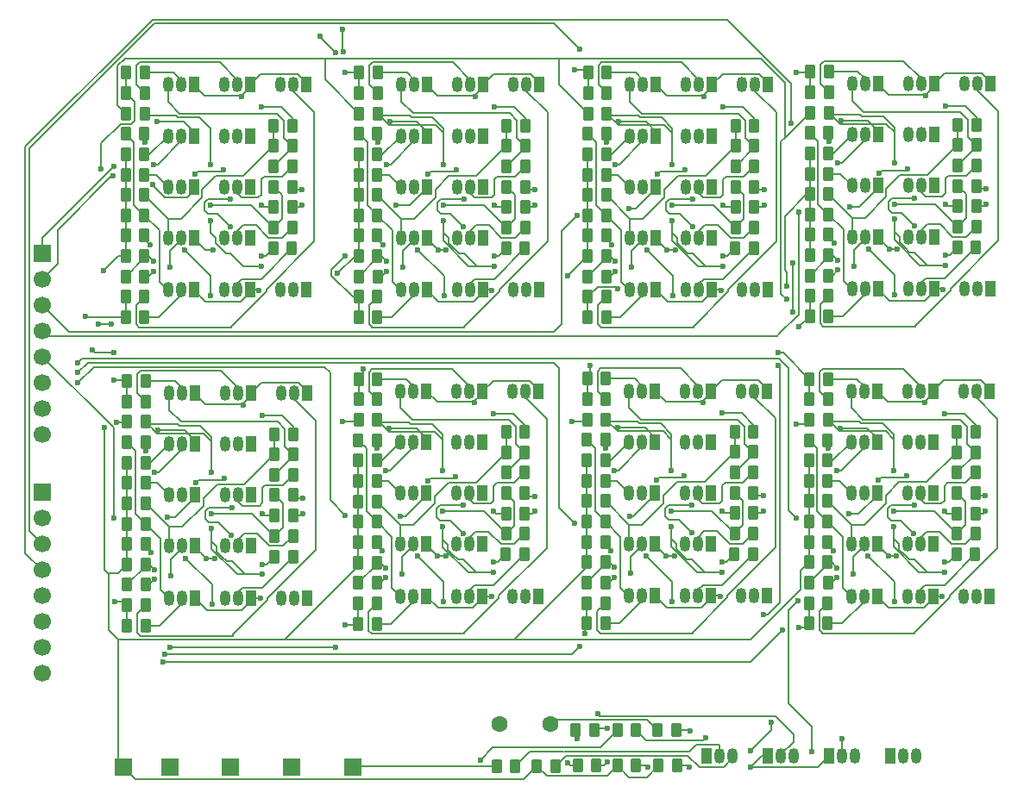
<source format=gbr>
%TF.GenerationSoftware,KiCad,Pcbnew,9.0.7*%
%TF.CreationDate,2026-01-15T12:34:36+00:00*%
%TF.ProjectId,reg,7265672e-6b69-4636-9164-5f7063625858,rev?*%
%TF.SameCoordinates,Original*%
%TF.FileFunction,Copper,L1,Top*%
%TF.FilePolarity,Positive*%
%FSLAX46Y46*%
G04 Gerber Fmt 4.6, Leading zero omitted, Abs format (unit mm)*
G04 Created by KiCad (PCBNEW 9.0.7) date 2026-01-15 12:34:36*
%MOMM*%
%LPD*%
G01*
G04 APERTURE LIST*
G04 Aperture macros list*
%AMRoundRect*
0 Rectangle with rounded corners*
0 $1 Rounding radius*
0 $2 $3 $4 $5 $6 $7 $8 $9 X,Y pos of 4 corners*
0 Add a 4 corners polygon primitive as box body*
4,1,4,$2,$3,$4,$5,$6,$7,$8,$9,$2,$3,0*
0 Add four circle primitives for the rounded corners*
1,1,$1+$1,$2,$3*
1,1,$1+$1,$4,$5*
1,1,$1+$1,$6,$7*
1,1,$1+$1,$8,$9*
0 Add four rect primitives between the rounded corners*
20,1,$1+$1,$2,$3,$4,$5,0*
20,1,$1+$1,$4,$5,$6,$7,0*
20,1,$1+$1,$6,$7,$8,$9,0*
20,1,$1+$1,$8,$9,$2,$3,0*%
G04 Aperture macros list end*
%TA.AperFunction,SMDPad,CuDef*%
%ADD10RoundRect,0.250000X-0.262500X-0.450000X0.262500X-0.450000X0.262500X0.450000X-0.262500X0.450000X0*%
%TD*%
%TA.AperFunction,ComponentPad*%
%ADD11R,1.050000X1.500000*%
%TD*%
%TA.AperFunction,ComponentPad*%
%ADD12O,1.050000X1.500000*%
%TD*%
%TA.AperFunction,ComponentPad*%
%ADD13C,1.600000*%
%TD*%
%TA.AperFunction,ComponentPad*%
%ADD14R,1.700000X1.700000*%
%TD*%
%TA.AperFunction,ComponentPad*%
%ADD15C,1.700000*%
%TD*%
%TA.AperFunction,ViaPad*%
%ADD16C,0.600000*%
%TD*%
%TA.AperFunction,Conductor*%
%ADD17C,0.200000*%
%TD*%
G04 APERTURE END LIST*
D10*
%TO.P,R106,2*%
%TO.N,WRITE_EN*%
X76282178Y-94360409D03*
%TO.P,R106,1*%
%TO.N,+5V*%
X74457178Y-94360409D03*
%TD*%
D11*
%TO.P,Q101,1,E*%
%TO.N,Net-(Q101-E)*%
X101230000Y-93360000D03*
D12*
%TO.P,Q101,2,B*%
%TO.N,Net-(Q101-B)*%
X102500000Y-93360000D03*
%TO.P,Q101,3,C*%
%TO.N,Net-(Q101-C)*%
X103770000Y-93360000D03*
%TD*%
D11*
%TO.P,Q102,1,E*%
%TO.N,GND*%
X95230000Y-93360000D03*
D12*
%TO.P,Q102,2,B*%
%TO.N,Net-(Q102-B)*%
X96500000Y-93360000D03*
%TO.P,Q102,3,C*%
%TO.N,Net-(Q101-E)*%
X97770000Y-93360000D03*
%TD*%
D13*
%TO.P,C101,2*%
%TO.N,Net-(C101-Pad2)*%
X67886223Y-90287423D03*
%TO.P,C101,1*%
%TO.N,Net-(J101-Pin_1)*%
X62886223Y-90287423D03*
%TD*%
D10*
%TO.P,R103,2*%
%TO.N,Net-(Q102-B)*%
X76282178Y-90860409D03*
%TO.P,R103,1*%
%TO.N,Net-(J102-Pin_1)*%
X74457178Y-90860409D03*
%TD*%
D11*
%TO.P,Q103,1,E*%
%TO.N,GND*%
X89230000Y-93360000D03*
D12*
%TO.P,Q103,2,B*%
%TO.N,Net-(Q103-B)*%
X90500000Y-93360000D03*
%TO.P,Q103,3,C*%
%TO.N,WRITE_EN*%
X91770000Y-93360000D03*
%TD*%
D14*
%TO.P,WR_EN,1,Pin_1*%
%TO.N,Net-(J102-Pin_1)*%
X42500000Y-94500000D03*
%TD*%
%TO.P,+5V,1,Pin_1*%
%TO.N,+5V*%
X26000000Y-94500000D03*
%TD*%
D10*
%TO.P,R102,2*%
%TO.N,Net-(Q101-B)*%
X80194678Y-90860409D03*
%TO.P,R102,1*%
%TO.N,Net-(C101-Pad2)*%
X78369678Y-90860409D03*
%TD*%
%TO.P,R105,2*%
%TO.N,Net-(Q103-B)*%
X72194678Y-90860409D03*
%TO.P,R105,1*%
%TO.N,Net-(Q101-C)*%
X70369678Y-90860409D03*
%TD*%
D14*
%TO.P,CLK,1,Pin_1*%
%TO.N,Net-(J101-Pin_1)*%
X36500000Y-94500000D03*
%TD*%
D10*
%TO.P,R104,2*%
%TO.N,Net-(Q101-C)*%
X80282178Y-94360409D03*
%TO.P,R104,1*%
%TO.N,+5V*%
X78457178Y-94360409D03*
%TD*%
%TO.P,R101,2*%
%TO.N,GND*%
X72369678Y-94360409D03*
%TO.P,R101,1*%
%TO.N,Net-(C101-Pad2)*%
X70544678Y-94360409D03*
%TD*%
D14*
%TO.P,GND,1,Pin_1*%
%TO.N,GND*%
X30500000Y-94500000D03*
%TD*%
%TO.P,RD_EN,1,Pin_1*%
%TO.N,Net-(J103-Pin_1)*%
X48500000Y-94500000D03*
%TD*%
D11*
%TO.P,Q104,1,E*%
%TO.N,GND*%
X83230000Y-93360000D03*
D12*
%TO.P,Q104,2,B*%
%TO.N,Net-(Q104-B)*%
X84500000Y-93360000D03*
%TO.P,Q104,3,C*%
%TO.N,NREAD_EN*%
X85770000Y-93360000D03*
%TD*%
D10*
%TO.P,R108,1*%
%TO.N,Net-(J103-Pin_1)*%
X62584774Y-94389804D03*
%TO.P,R108,2*%
%TO.N,Net-(Q104-B)*%
X64409774Y-94389804D03*
%TD*%
%TO.P,R107,1*%
%TO.N,+5V*%
X66531501Y-94366601D03*
%TO.P,R107,2*%
%TO.N,NREAD_EN*%
X68356501Y-94366601D03*
%TD*%
%TO.P,R816,2*%
%TO.N,Net-(Q810-B)*%
X87775440Y-65542167D03*
%TO.P,R816,1*%
%TO.N,Net-(Q812-C)*%
X85950440Y-65542167D03*
%TD*%
%TO.P,R820,1*%
%TO.N,NREAD_EN*%
X71478286Y-58344214D03*
%TO.P,R820,2*%
%TO.N,Net-(Q811-B)*%
X73303286Y-58344214D03*
%TD*%
%TO.P,R818,2*%
%TO.N,Net-(Q812-C)*%
X87775440Y-63542167D03*
%TO.P,R818,1*%
%TO.N,Net-(Q807-C)*%
X85950440Y-63542167D03*
%TD*%
%TO.P,R903,1*%
%TO.N,Net-(Q901-C)*%
X107738518Y-73599800D03*
%TO.P,R903,2*%
%TO.N,Net-(Q904-B)*%
X109563518Y-73599800D03*
%TD*%
%TO.P,R813,2*%
%TO.N,Net-(Q807-C)*%
X73275440Y-68350943D03*
%TO.P,R813,1*%
%TO.N,+5V*%
X71450440Y-68350943D03*
%TD*%
%TO.P,R815,1*%
%TO.N,Net-(Q811-C)*%
X85950440Y-69542167D03*
%TO.P,R815,2*%
%TO.N,Net-(Q809-B)*%
X87775440Y-69542167D03*
%TD*%
%TO.P,R817,2*%
%TO.N,Net-(Q811-C)*%
X87775440Y-67542167D03*
%TO.P,R817,1*%
%TO.N,Net-(Q805-C)*%
X85950440Y-67542167D03*
%TD*%
%TO.P,R812,2*%
%TO.N,Net-(Q808-B)*%
X87775440Y-71535056D03*
%TO.P,R812,1*%
%TO.N,Net-(Q805-C)*%
X85950440Y-71535056D03*
%TD*%
%TO.P,R814,2*%
%TO.N,Net-(Q809-C)*%
X73275440Y-66350943D03*
%TO.P,R814,1*%
%TO.N,+5V*%
X71450440Y-66350943D03*
%TD*%
%TO.P,R819,2*%
%TO.N,Net-(Q812-B)*%
X73307281Y-56331409D03*
%TO.P,R819,1*%
%TO.N,NREAD_EN*%
X71482281Y-56331409D03*
%TD*%
%TO.P,R902,1*%
%TO.N,/DFlipFlop7/D*%
X93259481Y-78380422D03*
%TO.P,R902,2*%
%TO.N,Net-(Q901-B)*%
X95084481Y-78380422D03*
%TD*%
%TO.P,R901,1*%
%TO.N,+5V*%
X93259079Y-72367835D03*
%TO.P,R901,2*%
%TO.N,Net-(Q901-C)*%
X95084079Y-72367835D03*
%TD*%
%TO.P,R905,1*%
%TO.N,WRITE_EN*%
X93286925Y-60361106D03*
%TO.P,R905,2*%
%TO.N,Net-(Q903-B)*%
X95111925Y-60361106D03*
%TD*%
%TO.P,R909,1*%
%TO.N,Net-(Q907-C)*%
X107759079Y-61551948D03*
%TO.P,R909,2*%
%TO.N,Net-(Q906-B)*%
X109584079Y-61551948D03*
%TD*%
%TO.P,R914,1*%
%TO.N,+5V*%
X93259079Y-66367835D03*
%TO.P,R914,2*%
%TO.N,Net-(Q909-C)*%
X95084079Y-66367835D03*
%TD*%
%TO.P,R904,1*%
%TO.N,/DFlipFlop7/D*%
X93259481Y-80380422D03*
%TO.P,R904,2*%
%TO.N,Net-(Q902-B)*%
X95084481Y-80380422D03*
%TD*%
%TO.P,R908,1*%
%TO.N,Net-(Q902-C)*%
X93259079Y-62367835D03*
%TO.P,R908,2*%
%TO.N,Net-(Q905-B)*%
X95084079Y-62367835D03*
%TD*%
%TO.P,R910,1*%
%TO.N,+5V*%
X93259079Y-64367835D03*
%TO.P,R910,2*%
%TO.N,Net-(Q905-C)*%
X95084079Y-64367835D03*
%TD*%
%TO.P,R907,1*%
%TO.N,+5V*%
X93259079Y-74367835D03*
%TO.P,R907,2*%
%TO.N,Net-(Q904-C)*%
X95084079Y-74367835D03*
%TD*%
%TO.P,R913,1*%
%TO.N,+5V*%
X93259079Y-68367835D03*
%TO.P,R913,2*%
%TO.N,Net-(Q907-C)*%
X95084079Y-68367835D03*
%TD*%
%TO.P,R912,1*%
%TO.N,Net-(Q905-C)*%
X107759079Y-71551948D03*
%TO.P,R912,2*%
%TO.N,Net-(Q908-B)*%
X109584079Y-71551948D03*
%TD*%
%TO.P,R906,1*%
%TO.N,+5V*%
X93259079Y-70367835D03*
%TO.P,R906,2*%
%TO.N,Net-(Q902-C)*%
X95084079Y-70367835D03*
%TD*%
%TO.P,R911,1*%
%TO.N,Net-(Q904-C)*%
X93269795Y-76364787D03*
%TO.P,R911,2*%
%TO.N,Net-(Q907-B)*%
X95094795Y-76364787D03*
%TD*%
%TO.P,R916,1*%
%TO.N,Net-(Q912-C)*%
X107759079Y-65559059D03*
%TO.P,R916,2*%
%TO.N,Net-(Q910-B)*%
X109584079Y-65559059D03*
%TD*%
%TO.P,R920,1*%
%TO.N,NREAD_EN*%
X93286925Y-58361106D03*
%TO.P,R920,2*%
%TO.N,Net-(Q911-B)*%
X95111925Y-58361106D03*
%TD*%
%TO.P,R915,1*%
%TO.N,Net-(Q911-C)*%
X107759079Y-69559059D03*
%TO.P,R915,2*%
%TO.N,Net-(Q909-B)*%
X109584079Y-69559059D03*
%TD*%
%TO.P,R917,1*%
%TO.N,Net-(Q905-C)*%
X107759079Y-67559059D03*
%TO.P,R917,2*%
%TO.N,Net-(Q911-C)*%
X109584079Y-67559059D03*
%TD*%
%TO.P,R918,1*%
%TO.N,Net-(Q907-C)*%
X107759079Y-63559059D03*
%TO.P,R918,2*%
%TO.N,Net-(Q912-C)*%
X109584079Y-63559059D03*
%TD*%
%TO.P,R919,1*%
%TO.N,NREAD_EN*%
X93290920Y-56348301D03*
%TO.P,R919,2*%
%TO.N,Net-(Q912-B)*%
X95115920Y-56348301D03*
%TD*%
D11*
%TO.P,Q208,1,E*%
%TO.N,GND*%
X38380375Y-42473136D03*
D12*
%TO.P,Q208,2,B*%
%TO.N,Net-(Q208-B)*%
X37110375Y-42473136D03*
%TO.P,Q208,3,C*%
%TO.N,Net-(Q207-E)*%
X35840375Y-42473136D03*
%TD*%
D11*
%TO.P,Q204,1,E*%
%TO.N,Net-(Q202-E)*%
X38394221Y-47606534D03*
D12*
%TO.P,Q204,2,B*%
%TO.N,Net-(Q204-B)*%
X37124221Y-47606534D03*
%TO.P,Q204,3,C*%
%TO.N,Net-(Q204-C)*%
X35854221Y-47606534D03*
%TD*%
D11*
%TO.P,Q201,1,E*%
%TO.N,GND*%
X43880375Y-27473136D03*
D12*
%TO.P,Q201,2,B*%
%TO.N,Net-(Q201-B)*%
X42610375Y-27473136D03*
%TO.P,Q201,3,C*%
%TO.N,Net-(Q201-C)*%
X41340375Y-27473136D03*
%TD*%
D11*
%TO.P,Q202,1,E*%
%TO.N,Net-(Q202-E)*%
X32880375Y-47613136D03*
D12*
%TO.P,Q202,2,B*%
%TO.N,Net-(Q202-B)*%
X31610375Y-47613136D03*
%TO.P,Q202,3,C*%
%TO.N,Net-(Q202-C)*%
X30340375Y-47613136D03*
%TD*%
D11*
%TO.P,Q205,1,E*%
%TO.N,Net-(Q205-E)*%
X32880375Y-32473136D03*
D12*
%TO.P,Q205,2,B*%
%TO.N,Net-(Q205-B)*%
X31610375Y-32473136D03*
%TO.P,Q205,3,C*%
%TO.N,Net-(Q205-C)*%
X30340375Y-32473136D03*
%TD*%
D11*
%TO.P,Q206,1,E*%
%TO.N,GND*%
X38380375Y-32473136D03*
D12*
%TO.P,Q206,2,B*%
%TO.N,Net-(Q206-B)*%
X37110375Y-32473136D03*
%TO.P,Q206,3,C*%
%TO.N,Net-(Q205-E)*%
X35840375Y-32473136D03*
%TD*%
D11*
%TO.P,Q207,1,E*%
%TO.N,Net-(Q207-E)*%
X32880375Y-42473136D03*
D12*
%TO.P,Q207,2,B*%
%TO.N,Net-(Q207-B)*%
X31610375Y-42473136D03*
%TO.P,Q207,3,C*%
%TO.N,Net-(Q207-C)*%
X30340375Y-42473136D03*
%TD*%
%TO.P,Q303,3,C*%
%TO.N,Net-(Q302-E)*%
X64240873Y-47605534D03*
%TO.P,Q303,2,B*%
%TO.N,Net-(Q303-B)*%
X65510873Y-47605534D03*
D11*
%TO.P,Q303,1,E*%
%TO.N,GND*%
X66780873Y-47605534D03*
%TD*%
D12*
%TO.P,Q305,3,C*%
%TO.N,Net-(Q305-C)*%
X53211392Y-32472136D03*
%TO.P,Q305,2,B*%
%TO.N,Net-(Q305-B)*%
X54481392Y-32472136D03*
D11*
%TO.P,Q305,1,E*%
%TO.N,Net-(Q305-E)*%
X55751392Y-32472136D03*
%TD*%
%TO.P,Q211,1,E*%
%TO.N,GND*%
X38380375Y-27473136D03*
D12*
%TO.P,Q211,2,B*%
%TO.N,Net-(Q211-B)*%
X37110375Y-27473136D03*
%TO.P,Q211,3,C*%
%TO.N,Net-(Q211-C)*%
X35840375Y-27473136D03*
%TD*%
%TO.P,Q306,3,C*%
%TO.N,Net-(Q305-E)*%
X58711392Y-32472136D03*
%TO.P,Q306,2,B*%
%TO.N,Net-(Q306-B)*%
X59981392Y-32472136D03*
D11*
%TO.P,Q306,1,E*%
%TO.N,GND*%
X61251392Y-32472136D03*
%TD*%
%TO.P,Q212,1,E*%
%TO.N,GND*%
X32880375Y-27473136D03*
D12*
%TO.P,Q212,2,B*%
%TO.N,Net-(Q212-B)*%
X31610375Y-27473136D03*
%TO.P,Q212,3,C*%
%TO.N,Net-(Q212-C)*%
X30340375Y-27473136D03*
%TD*%
%TO.P,Q301,3,C*%
%TO.N,Net-(Q301-C)*%
X64211392Y-27472136D03*
%TO.P,Q301,2,B*%
%TO.N,Net-(Q301-B)*%
X65481392Y-27472136D03*
D11*
%TO.P,Q301,1,E*%
%TO.N,GND*%
X66751392Y-27472136D03*
%TD*%
%TO.P,Q210,1,E*%
%TO.N,GND*%
X38380375Y-37473136D03*
D12*
%TO.P,Q210,2,B*%
%TO.N,Net-(Q210-B)*%
X37110375Y-37473136D03*
%TO.P,Q210,3,C*%
%TO.N,/DFlipFlop/Q*%
X35840375Y-37473136D03*
%TD*%
D11*
%TO.P,Q209,1,E*%
%TO.N,/DFlipFlop/Q*%
X32880375Y-37473136D03*
D12*
%TO.P,Q209,2,B*%
%TO.N,Net-(Q209-B)*%
X31610375Y-37473136D03*
%TO.P,Q209,3,C*%
%TO.N,Net-(Q209-C)*%
X30340375Y-37473136D03*
%TD*%
%TO.P,Q302,3,C*%
%TO.N,Net-(Q302-C)*%
X53211392Y-47612136D03*
%TO.P,Q302,2,B*%
%TO.N,Net-(Q302-B)*%
X54481392Y-47612136D03*
D11*
%TO.P,Q302,1,E*%
%TO.N,Net-(Q302-E)*%
X55751392Y-47612136D03*
%TD*%
D12*
%TO.P,Q304,3,C*%
%TO.N,Net-(Q304-C)*%
X58725238Y-47605534D03*
%TO.P,Q304,2,B*%
%TO.N,Net-(Q304-B)*%
X59995238Y-47605534D03*
D11*
%TO.P,Q304,1,E*%
%TO.N,Net-(Q302-E)*%
X61265238Y-47605534D03*
%TD*%
D12*
%TO.P,Q310,3,C*%
%TO.N,/DFlipFlop1/Q*%
X58711392Y-37472136D03*
%TO.P,Q310,2,B*%
%TO.N,Net-(Q310-B)*%
X59981392Y-37472136D03*
D11*
%TO.P,Q310,1,E*%
%TO.N,GND*%
X61251392Y-37472136D03*
%TD*%
D12*
%TO.P,Q308,3,C*%
%TO.N,Net-(Q307-E)*%
X58711392Y-42472136D03*
%TO.P,Q308,2,B*%
%TO.N,Net-(Q308-B)*%
X59981392Y-42472136D03*
D11*
%TO.P,Q308,1,E*%
%TO.N,GND*%
X61251392Y-42472136D03*
%TD*%
D12*
%TO.P,Q307,3,C*%
%TO.N,Net-(Q307-C)*%
X53211392Y-42472136D03*
%TO.P,Q307,2,B*%
%TO.N,Net-(Q307-B)*%
X54481392Y-42472136D03*
D11*
%TO.P,Q307,1,E*%
%TO.N,Net-(Q307-E)*%
X55751392Y-42472136D03*
%TD*%
D12*
%TO.P,Q405,3,C*%
%TO.N,Net-(Q405-C)*%
X75679551Y-32473136D03*
%TO.P,Q405,2,B*%
%TO.N,Net-(Q405-B)*%
X76949551Y-32473136D03*
D11*
%TO.P,Q405,1,E*%
%TO.N,Net-(Q405-E)*%
X78219551Y-32473136D03*
%TD*%
D12*
%TO.P,Q309,3,C*%
%TO.N,Net-(Q309-C)*%
X53211392Y-37472136D03*
%TO.P,Q309,2,B*%
%TO.N,Net-(Q309-B)*%
X54481392Y-37472136D03*
D11*
%TO.P,Q309,1,E*%
%TO.N,/DFlipFlop1/Q*%
X55751392Y-37472136D03*
%TD*%
D12*
%TO.P,Q312,3,C*%
%TO.N,Net-(Q312-C)*%
X53211392Y-27472136D03*
%TO.P,Q312,2,B*%
%TO.N,Net-(Q312-B)*%
X54481392Y-27472136D03*
D11*
%TO.P,Q312,1,E*%
%TO.N,GND*%
X55751392Y-27472136D03*
%TD*%
D12*
%TO.P,Q311,3,C*%
%TO.N,Net-(Q311-C)*%
X58711392Y-27472136D03*
%TO.P,Q311,2,B*%
%TO.N,Net-(Q311-B)*%
X59981392Y-27472136D03*
D11*
%TO.P,Q311,1,E*%
%TO.N,GND*%
X61251392Y-27472136D03*
%TD*%
D12*
%TO.P,Q402,3,C*%
%TO.N,Net-(Q402-C)*%
X75679551Y-47613136D03*
%TO.P,Q402,2,B*%
%TO.N,Net-(Q402-B)*%
X76949551Y-47613136D03*
D11*
%TO.P,Q402,1,E*%
%TO.N,Net-(Q402-E)*%
X78219551Y-47613136D03*
%TD*%
D12*
%TO.P,Q406,3,C*%
%TO.N,Net-(Q405-E)*%
X81179551Y-32473136D03*
%TO.P,Q406,2,B*%
%TO.N,Net-(Q406-B)*%
X82449551Y-32473136D03*
D11*
%TO.P,Q406,1,E*%
%TO.N,GND*%
X83719551Y-32473136D03*
%TD*%
D12*
%TO.P,Q401,3,C*%
%TO.N,Net-(Q401-C)*%
X86679551Y-27473136D03*
%TO.P,Q401,2,B*%
%TO.N,Net-(Q401-B)*%
X87949551Y-27473136D03*
D11*
%TO.P,Q401,1,E*%
%TO.N,GND*%
X89219551Y-27473136D03*
%TD*%
D12*
%TO.P,Q404,3,C*%
%TO.N,Net-(Q404-C)*%
X81193397Y-47606534D03*
%TO.P,Q404,2,B*%
%TO.N,Net-(Q404-B)*%
X82463397Y-47606534D03*
D11*
%TO.P,Q404,1,E*%
%TO.N,Net-(Q402-E)*%
X83733397Y-47606534D03*
%TD*%
D12*
%TO.P,Q403,3,C*%
%TO.N,Net-(Q402-E)*%
X86709032Y-47606534D03*
%TO.P,Q403,2,B*%
%TO.N,Net-(Q403-B)*%
X87979032Y-47606534D03*
D11*
%TO.P,Q403,1,E*%
%TO.N,GND*%
X89249032Y-47606534D03*
%TD*%
%TO.P,Q502,1,E*%
%TO.N,Net-(Q502-E)*%
X100017272Y-47520819D03*
D12*
%TO.P,Q502,2,B*%
%TO.N,Net-(Q502-B)*%
X98747272Y-47520819D03*
%TO.P,Q502,3,C*%
%TO.N,Net-(Q502-C)*%
X97477272Y-47520819D03*
%TD*%
D11*
%TO.P,Q504,1,E*%
%TO.N,Net-(Q502-E)*%
X105531118Y-47514217D03*
D12*
%TO.P,Q504,2,B*%
%TO.N,Net-(Q504-B)*%
X104261118Y-47514217D03*
%TO.P,Q504,3,C*%
%TO.N,Net-(Q504-C)*%
X102991118Y-47514217D03*
%TD*%
%TO.P,Q410,3,C*%
%TO.N,/DFlipFlop2/Q*%
X81179551Y-37473136D03*
%TO.P,Q410,2,B*%
%TO.N,Net-(Q410-B)*%
X82449551Y-37473136D03*
D11*
%TO.P,Q410,1,E*%
%TO.N,GND*%
X83719551Y-37473136D03*
%TD*%
D12*
%TO.P,Q409,3,C*%
%TO.N,Net-(Q409-C)*%
X75679551Y-37473136D03*
%TO.P,Q409,2,B*%
%TO.N,Net-(Q409-B)*%
X76949551Y-37473136D03*
D11*
%TO.P,Q409,1,E*%
%TO.N,/DFlipFlop2/Q*%
X78219551Y-37473136D03*
%TD*%
D12*
%TO.P,Q411,3,C*%
%TO.N,Net-(Q411-C)*%
X81179551Y-27473136D03*
%TO.P,Q411,2,B*%
%TO.N,Net-(Q411-B)*%
X82449551Y-27473136D03*
D11*
%TO.P,Q411,1,E*%
%TO.N,GND*%
X83719551Y-27473136D03*
%TD*%
D12*
%TO.P,Q407,3,C*%
%TO.N,Net-(Q407-C)*%
X75679551Y-42473136D03*
%TO.P,Q407,2,B*%
%TO.N,Net-(Q407-B)*%
X76949551Y-42473136D03*
D11*
%TO.P,Q407,1,E*%
%TO.N,Net-(Q407-E)*%
X78219551Y-42473136D03*
%TD*%
D12*
%TO.P,Q408,3,C*%
%TO.N,Net-(Q407-E)*%
X81179551Y-42473136D03*
%TO.P,Q408,2,B*%
%TO.N,Net-(Q408-B)*%
X82449551Y-42473136D03*
D11*
%TO.P,Q408,1,E*%
%TO.N,GND*%
X83719551Y-42473136D03*
%TD*%
D12*
%TO.P,Q412,3,C*%
%TO.N,Net-(Q412-C)*%
X75679551Y-27473136D03*
%TO.P,Q412,2,B*%
%TO.N,Net-(Q412-B)*%
X76949551Y-27473136D03*
D11*
%TO.P,Q412,1,E*%
%TO.N,GND*%
X78219551Y-27473136D03*
%TD*%
%TO.P,Q501,1,E*%
%TO.N,GND*%
X111017272Y-27380819D03*
D12*
%TO.P,Q501,2,B*%
%TO.N,Net-(Q501-B)*%
X109747272Y-27380819D03*
%TO.P,Q501,3,C*%
%TO.N,Net-(Q501-C)*%
X108477272Y-27380819D03*
%TD*%
D11*
%TO.P,Q503,1,E*%
%TO.N,GND*%
X111046753Y-47514217D03*
D12*
%TO.P,Q503,2,B*%
%TO.N,Net-(Q503-B)*%
X109776753Y-47514217D03*
%TO.P,Q503,3,C*%
%TO.N,Net-(Q502-E)*%
X108506753Y-47514217D03*
%TD*%
D11*
%TO.P,Q512,1,E*%
%TO.N,GND*%
X100017272Y-27380819D03*
D12*
%TO.P,Q512,2,B*%
%TO.N,Net-(Q512-B)*%
X98747272Y-27380819D03*
%TO.P,Q512,3,C*%
%TO.N,Net-(Q512-C)*%
X97477272Y-27380819D03*
%TD*%
D11*
%TO.P,Q602,1,E*%
%TO.N,Net-(Q602-E)*%
X32981392Y-77908489D03*
D12*
%TO.P,Q602,2,B*%
%TO.N,Net-(Q602-B)*%
X31711392Y-77908489D03*
%TO.P,Q602,3,C*%
%TO.N,Net-(Q602-C)*%
X30441392Y-77908489D03*
%TD*%
D11*
%TO.P,Q508,1,E*%
%TO.N,GND*%
X105517272Y-42380819D03*
D12*
%TO.P,Q508,2,B*%
%TO.N,Net-(Q508-B)*%
X104247272Y-42380819D03*
%TO.P,Q508,3,C*%
%TO.N,Net-(Q507-E)*%
X102977272Y-42380819D03*
%TD*%
D11*
%TO.P,Q505,1,E*%
%TO.N,Net-(Q505-E)*%
X100017272Y-32380819D03*
D12*
%TO.P,Q505,2,B*%
%TO.N,Net-(Q505-B)*%
X98747272Y-32380819D03*
%TO.P,Q505,3,C*%
%TO.N,Net-(Q505-C)*%
X97477272Y-32380819D03*
%TD*%
D11*
%TO.P,Q506,1,E*%
%TO.N,GND*%
X105517272Y-32380819D03*
D12*
%TO.P,Q506,2,B*%
%TO.N,Net-(Q506-B)*%
X104247272Y-32380819D03*
%TO.P,Q506,3,C*%
%TO.N,Net-(Q505-E)*%
X102977272Y-32380819D03*
%TD*%
D11*
%TO.P,Q509,1,E*%
%TO.N,/DFlipFlop3/Q*%
X100017272Y-37380819D03*
D12*
%TO.P,Q509,2,B*%
%TO.N,Net-(Q509-B)*%
X98747272Y-37380819D03*
%TO.P,Q509,3,C*%
%TO.N,Net-(Q509-C)*%
X97477272Y-37380819D03*
%TD*%
D11*
%TO.P,Q510,1,E*%
%TO.N,GND*%
X105517272Y-37380819D03*
D12*
%TO.P,Q510,2,B*%
%TO.N,Net-(Q510-B)*%
X104247272Y-37380819D03*
%TO.P,Q510,3,C*%
%TO.N,/DFlipFlop3/Q*%
X102977272Y-37380819D03*
%TD*%
D11*
%TO.P,Q507,1,E*%
%TO.N,Net-(Q507-E)*%
X100017272Y-42380819D03*
D12*
%TO.P,Q507,2,B*%
%TO.N,Net-(Q507-B)*%
X98747272Y-42380819D03*
%TO.P,Q507,3,C*%
%TO.N,Net-(Q507-C)*%
X97477272Y-42380819D03*
%TD*%
D11*
%TO.P,Q511,1,E*%
%TO.N,GND*%
X105517272Y-27380819D03*
D12*
%TO.P,Q511,2,B*%
%TO.N,Net-(Q511-B)*%
X104247272Y-27380819D03*
%TO.P,Q511,3,C*%
%TO.N,Net-(Q511-C)*%
X102977272Y-27380819D03*
%TD*%
D11*
%TO.P,Q601,1,E*%
%TO.N,GND*%
X43981392Y-57768489D03*
D12*
%TO.P,Q601,2,B*%
%TO.N,Net-(Q601-B)*%
X42711392Y-57768489D03*
%TO.P,Q601,3,C*%
%TO.N,Net-(Q601-C)*%
X41441392Y-57768489D03*
%TD*%
D11*
%TO.P,Q603,1,E*%
%TO.N,GND*%
X44010873Y-77901887D03*
D12*
%TO.P,Q603,2,B*%
%TO.N,Net-(Q603-B)*%
X42740873Y-77901887D03*
%TO.P,Q603,3,C*%
%TO.N,Net-(Q602-E)*%
X41470873Y-77901887D03*
%TD*%
D11*
%TO.P,Q611,1,E*%
%TO.N,GND*%
X38481392Y-57768489D03*
D12*
%TO.P,Q611,2,B*%
%TO.N,Net-(Q611-B)*%
X37211392Y-57768489D03*
%TO.P,Q611,3,C*%
%TO.N,Net-(Q611-C)*%
X35941392Y-57768489D03*
%TD*%
%TO.P,Q701,3,C*%
%TO.N,Net-(Q701-C)*%
X64158610Y-57567889D03*
%TO.P,Q701,2,B*%
%TO.N,Net-(Q701-B)*%
X65428610Y-57567889D03*
D11*
%TO.P,Q701,1,E*%
%TO.N,GND*%
X66698610Y-57567889D03*
%TD*%
%TO.P,Q604,1,E*%
%TO.N,Net-(Q602-E)*%
X38495238Y-77901887D03*
D12*
%TO.P,Q604,2,B*%
%TO.N,Net-(Q604-B)*%
X37225238Y-77901887D03*
%TO.P,Q604,3,C*%
%TO.N,Net-(Q604-C)*%
X35955238Y-77901887D03*
%TD*%
D11*
%TO.P,Q607,1,E*%
%TO.N,Net-(Q607-E)*%
X32981392Y-72768489D03*
D12*
%TO.P,Q607,2,B*%
%TO.N,Net-(Q607-B)*%
X31711392Y-72768489D03*
%TO.P,Q607,3,C*%
%TO.N,Net-(Q607-C)*%
X30441392Y-72768489D03*
%TD*%
D11*
%TO.P,Q606,1,E*%
%TO.N,GND*%
X38481392Y-62768489D03*
D12*
%TO.P,Q606,2,B*%
%TO.N,Net-(Q606-B)*%
X37211392Y-62768489D03*
%TO.P,Q606,3,C*%
%TO.N,Net-(Q605-E)*%
X35941392Y-62768489D03*
%TD*%
D11*
%TO.P,Q605,1,E*%
%TO.N,Net-(Q605-E)*%
X32981392Y-62768489D03*
D12*
%TO.P,Q605,2,B*%
%TO.N,Net-(Q605-B)*%
X31711392Y-62768489D03*
%TO.P,Q605,3,C*%
%TO.N,Net-(Q605-C)*%
X30441392Y-62768489D03*
%TD*%
D11*
%TO.P,Q608,1,E*%
%TO.N,GND*%
X38481392Y-72768489D03*
D12*
%TO.P,Q608,2,B*%
%TO.N,Net-(Q608-B)*%
X37211392Y-72768489D03*
%TO.P,Q608,3,C*%
%TO.N,Net-(Q607-E)*%
X35941392Y-72768489D03*
%TD*%
D11*
%TO.P,Q609,1,E*%
%TO.N,/DFlipFlop4/Q*%
X32981392Y-67768489D03*
D12*
%TO.P,Q609,2,B*%
%TO.N,Net-(Q609-B)*%
X31711392Y-67768489D03*
%TO.P,Q609,3,C*%
%TO.N,Net-(Q609-C)*%
X30441392Y-67768489D03*
%TD*%
D11*
%TO.P,Q610,1,E*%
%TO.N,GND*%
X38481392Y-67768489D03*
D12*
%TO.P,Q610,2,B*%
%TO.N,Net-(Q610-B)*%
X37211392Y-67768489D03*
%TO.P,Q610,3,C*%
%TO.N,/DFlipFlop4/Q*%
X35941392Y-67768489D03*
%TD*%
D11*
%TO.P,Q612,1,E*%
%TO.N,GND*%
X32981392Y-57768489D03*
D12*
%TO.P,Q612,2,B*%
%TO.N,Net-(Q612-B)*%
X31711392Y-57768489D03*
%TO.P,Q612,3,C*%
%TO.N,Net-(Q612-C)*%
X30441392Y-57768489D03*
%TD*%
%TO.P,Q702,3,C*%
%TO.N,Net-(Q702-C)*%
X53158610Y-77707889D03*
%TO.P,Q702,2,B*%
%TO.N,Net-(Q702-B)*%
X54428610Y-77707889D03*
D11*
%TO.P,Q702,1,E*%
%TO.N,Net-(Q702-E)*%
X55698610Y-77707889D03*
%TD*%
D12*
%TO.P,Q703,3,C*%
%TO.N,Net-(Q702-E)*%
X64188091Y-77701287D03*
%TO.P,Q703,2,B*%
%TO.N,Net-(Q703-B)*%
X65458091Y-77701287D03*
D11*
%TO.P,Q703,1,E*%
%TO.N,GND*%
X66728091Y-77701287D03*
%TD*%
D12*
%TO.P,Q705,3,C*%
%TO.N,Net-(Q705-C)*%
X53158610Y-62567889D03*
%TO.P,Q705,2,B*%
%TO.N,Net-(Q705-B)*%
X54428610Y-62567889D03*
D11*
%TO.P,Q705,1,E*%
%TO.N,Net-(Q705-E)*%
X55698610Y-62567889D03*
%TD*%
D12*
%TO.P,Q704,3,C*%
%TO.N,Net-(Q704-C)*%
X58672456Y-77701287D03*
%TO.P,Q704,2,B*%
%TO.N,Net-(Q704-B)*%
X59942456Y-77701287D03*
D11*
%TO.P,Q704,1,E*%
%TO.N,Net-(Q702-E)*%
X61212456Y-77701287D03*
%TD*%
%TO.P,Q712,1,E*%
%TO.N,GND*%
X55698610Y-57567889D03*
D12*
%TO.P,Q712,2,B*%
%TO.N,Net-(Q712-B)*%
X54428610Y-57567889D03*
%TO.P,Q712,3,C*%
%TO.N,Net-(Q712-C)*%
X53158610Y-57567889D03*
%TD*%
%TO.P,Q802,3,C*%
%TO.N,Net-(Q802-C)*%
X75592940Y-77675056D03*
%TO.P,Q802,2,B*%
%TO.N,Net-(Q802-B)*%
X76862940Y-77675056D03*
D11*
%TO.P,Q802,1,E*%
%TO.N,Net-(Q802-E)*%
X78132940Y-77675056D03*
%TD*%
D12*
%TO.P,Q804,3,C*%
%TO.N,Net-(Q804-C)*%
X81106786Y-77668454D03*
%TO.P,Q804,2,B*%
%TO.N,Net-(Q804-B)*%
X82376786Y-77668454D03*
D11*
%TO.P,Q804,1,E*%
%TO.N,Net-(Q802-E)*%
X83646786Y-77668454D03*
%TD*%
D12*
%TO.P,Q707,3,C*%
%TO.N,Net-(Q707-C)*%
X53158610Y-72567889D03*
%TO.P,Q707,2,B*%
%TO.N,Net-(Q707-B)*%
X54428610Y-72567889D03*
D11*
%TO.P,Q707,1,E*%
%TO.N,Net-(Q707-E)*%
X55698610Y-72567889D03*
%TD*%
D12*
%TO.P,Q706,3,C*%
%TO.N,Net-(Q705-E)*%
X58658610Y-62567889D03*
%TO.P,Q706,2,B*%
%TO.N,Net-(Q706-B)*%
X59928610Y-62567889D03*
D11*
%TO.P,Q706,1,E*%
%TO.N,GND*%
X61198610Y-62567889D03*
%TD*%
D12*
%TO.P,Q708,3,C*%
%TO.N,Net-(Q707-E)*%
X58658610Y-72567889D03*
%TO.P,Q708,2,B*%
%TO.N,Net-(Q708-B)*%
X59928610Y-72567889D03*
D11*
%TO.P,Q708,1,E*%
%TO.N,GND*%
X61198610Y-72567889D03*
%TD*%
D12*
%TO.P,Q709,3,C*%
%TO.N,Net-(Q709-C)*%
X53158610Y-67567889D03*
%TO.P,Q709,2,B*%
%TO.N,Net-(Q709-B)*%
X54428610Y-67567889D03*
D11*
%TO.P,Q709,1,E*%
%TO.N,/DFlipFlop5/Q*%
X55698610Y-67567889D03*
%TD*%
%TO.P,Q710,1,E*%
%TO.N,GND*%
X61198610Y-67567889D03*
D12*
%TO.P,Q710,2,B*%
%TO.N,Net-(Q710-B)*%
X59928610Y-67567889D03*
%TO.P,Q710,3,C*%
%TO.N,/DFlipFlop5/Q*%
X58658610Y-67567889D03*
%TD*%
D11*
%TO.P,Q711,1,E*%
%TO.N,GND*%
X61198610Y-57567889D03*
D12*
%TO.P,Q711,2,B*%
%TO.N,Net-(Q711-B)*%
X59928610Y-57567889D03*
%TO.P,Q711,3,C*%
%TO.N,Net-(Q711-C)*%
X58658610Y-57567889D03*
%TD*%
%TO.P,Q801,3,C*%
%TO.N,Net-(Q801-C)*%
X86592940Y-57535056D03*
%TO.P,Q801,2,B*%
%TO.N,Net-(Q801-B)*%
X87862940Y-57535056D03*
D11*
%TO.P,Q801,1,E*%
%TO.N,GND*%
X89132940Y-57535056D03*
%TD*%
D12*
%TO.P,Q803,3,C*%
%TO.N,Net-(Q802-E)*%
X86622421Y-77668454D03*
%TO.P,Q803,2,B*%
%TO.N,Net-(Q803-B)*%
X87892421Y-77668454D03*
D11*
%TO.P,Q803,1,E*%
%TO.N,GND*%
X89162421Y-77668454D03*
%TD*%
D12*
%TO.P,Q806,3,C*%
%TO.N,Net-(Q805-E)*%
X81092940Y-62535056D03*
%TO.P,Q806,2,B*%
%TO.N,Net-(Q806-B)*%
X82362940Y-62535056D03*
D11*
%TO.P,Q806,1,E*%
%TO.N,GND*%
X83632940Y-62535056D03*
%TD*%
D12*
%TO.P,Q808,3,C*%
%TO.N,Net-(Q807-E)*%
X81092940Y-72535056D03*
%TO.P,Q808,2,B*%
%TO.N,Net-(Q808-B)*%
X82362940Y-72535056D03*
D11*
%TO.P,Q808,1,E*%
%TO.N,GND*%
X83632940Y-72535056D03*
%TD*%
D12*
%TO.P,Q809,3,C*%
%TO.N,Net-(Q809-C)*%
X75592940Y-67535056D03*
%TO.P,Q809,2,B*%
%TO.N,Net-(Q809-B)*%
X76862940Y-67535056D03*
D11*
%TO.P,Q809,1,E*%
%TO.N,/DFlipFlop6/Q*%
X78132940Y-67535056D03*
%TD*%
D12*
%TO.P,Q810,3,C*%
%TO.N,/DFlipFlop6/Q*%
X81092940Y-67535056D03*
%TO.P,Q810,2,B*%
%TO.N,Net-(Q810-B)*%
X82362940Y-67535056D03*
D11*
%TO.P,Q810,1,E*%
%TO.N,GND*%
X83632940Y-67535056D03*
%TD*%
D12*
%TO.P,Q805,3,C*%
%TO.N,Net-(Q805-C)*%
X75592940Y-62535056D03*
%TO.P,Q805,2,B*%
%TO.N,Net-(Q805-B)*%
X76862940Y-62535056D03*
D11*
%TO.P,Q805,1,E*%
%TO.N,Net-(Q805-E)*%
X78132940Y-62535056D03*
%TD*%
D12*
%TO.P,Q807,3,C*%
%TO.N,Net-(Q807-C)*%
X75592940Y-72535056D03*
%TO.P,Q807,2,B*%
%TO.N,Net-(Q807-B)*%
X76862940Y-72535056D03*
D11*
%TO.P,Q807,1,E*%
%TO.N,Net-(Q807-E)*%
X78132940Y-72535056D03*
%TD*%
D10*
%TO.P,R515,1*%
%TO.N,Net-(Q511-C)*%
X107834772Y-39387930D03*
%TO.P,R515,2*%
%TO.N,Net-(Q509-B)*%
X109659772Y-39387930D03*
%TD*%
%TO.P,R510,1*%
%TO.N,+5V*%
X93334772Y-34196706D03*
%TO.P,R510,2*%
%TO.N,Net-(Q505-C)*%
X95159772Y-34196706D03*
%TD*%
%TO.P,R511,1*%
%TO.N,Net-(Q504-C)*%
X93345488Y-46193658D03*
%TO.P,R511,2*%
%TO.N,Net-(Q507-B)*%
X95170488Y-46193658D03*
%TD*%
%TO.P,R508,1*%
%TO.N,Net-(Q502-C)*%
X93334772Y-32196706D03*
%TO.P,R508,2*%
%TO.N,Net-(Q505-B)*%
X95159772Y-32196706D03*
%TD*%
%TO.P,R520,1*%
%TO.N,NREAD_EN*%
X93362618Y-28189977D03*
%TO.P,R520,2*%
%TO.N,Net-(Q511-B)*%
X95187618Y-28189977D03*
%TD*%
%TO.P,R509,1*%
%TO.N,Net-(Q507-C)*%
X107834772Y-31380819D03*
%TO.P,R509,2*%
%TO.N,Net-(Q506-B)*%
X109659772Y-31380819D03*
%TD*%
%TO.P,R512,1*%
%TO.N,Net-(Q505-C)*%
X107834772Y-41380819D03*
%TO.P,R512,2*%
%TO.N,Net-(Q508-B)*%
X109659772Y-41380819D03*
%TD*%
%TO.P,R513,1*%
%TO.N,+5V*%
X93334772Y-38196706D03*
%TO.P,R513,2*%
%TO.N,Net-(Q507-C)*%
X95159772Y-38196706D03*
%TD*%
%TO.P,R514,1*%
%TO.N,+5V*%
X93334772Y-36196706D03*
%TO.P,R514,2*%
%TO.N,Net-(Q509-C)*%
X95159772Y-36196706D03*
%TD*%
%TO.P,R516,1*%
%TO.N,Net-(Q512-C)*%
X107834772Y-35387930D03*
%TO.P,R516,2*%
%TO.N,Net-(Q510-B)*%
X109659772Y-35387930D03*
%TD*%
%TO.P,R518,1*%
%TO.N,Net-(Q507-C)*%
X107834772Y-33387930D03*
%TO.P,R518,2*%
%TO.N,Net-(Q512-C)*%
X109659772Y-33387930D03*
%TD*%
%TO.P,R517,1*%
%TO.N,Net-(Q505-C)*%
X107834772Y-37387930D03*
%TO.P,R517,2*%
%TO.N,Net-(Q511-C)*%
X109659772Y-37387930D03*
%TD*%
%TO.P,R519,1*%
%TO.N,NREAD_EN*%
X93366613Y-26177172D03*
%TO.P,R519,2*%
%TO.N,Net-(Q512-B)*%
X95191613Y-26177172D03*
%TD*%
%TO.P,R609,1*%
%TO.N,Net-(Q607-C)*%
X40798892Y-61768489D03*
%TO.P,R609,2*%
%TO.N,Net-(Q606-B)*%
X42623892Y-61768489D03*
%TD*%
%TO.P,R606,1*%
%TO.N,+5V*%
X26298892Y-70584376D03*
%TO.P,R606,2*%
%TO.N,Net-(Q602-C)*%
X28123892Y-70584376D03*
%TD*%
%TO.P,R601,1*%
%TO.N,+5V*%
X26298892Y-72584376D03*
%TO.P,R601,2*%
%TO.N,Net-(Q601-C)*%
X28123892Y-72584376D03*
%TD*%
%TO.P,R604,1*%
%TO.N,/DFlipFlop4/D*%
X26299294Y-80596963D03*
%TO.P,R604,2*%
%TO.N,Net-(Q602-B)*%
X28124294Y-80596963D03*
%TD*%
%TO.P,R603,1*%
%TO.N,Net-(Q601-C)*%
X40778331Y-73816341D03*
%TO.P,R603,2*%
%TO.N,Net-(Q604-B)*%
X42603331Y-73816341D03*
%TD*%
%TO.P,R607,1*%
%TO.N,+5V*%
X26298892Y-74584376D03*
%TO.P,R607,2*%
%TO.N,Net-(Q604-C)*%
X28123892Y-74584376D03*
%TD*%
%TO.P,R608,1*%
%TO.N,Net-(Q602-C)*%
X26298892Y-62584376D03*
%TO.P,R608,2*%
%TO.N,Net-(Q605-B)*%
X28123892Y-62584376D03*
%TD*%
%TO.P,R602,1*%
%TO.N,/DFlipFlop4/D*%
X26299294Y-78596963D03*
%TO.P,R602,2*%
%TO.N,Net-(Q601-B)*%
X28124294Y-78596963D03*
%TD*%
%TO.P,R605,1*%
%TO.N,WRITE_EN*%
X26326738Y-60577647D03*
%TO.P,R605,2*%
%TO.N,Net-(Q603-B)*%
X28151738Y-60577647D03*
%TD*%
%TO.P,R614,1*%
%TO.N,+5V*%
X26298892Y-66584376D03*
%TO.P,R614,2*%
%TO.N,Net-(Q609-C)*%
X28123892Y-66584376D03*
%TD*%
%TO.P,R617,1*%
%TO.N,Net-(Q605-C)*%
X40798892Y-67775600D03*
%TO.P,R617,2*%
%TO.N,Net-(Q611-C)*%
X42623892Y-67775600D03*
%TD*%
%TO.P,R610,1*%
%TO.N,+5V*%
X26298892Y-64584376D03*
%TO.P,R610,2*%
%TO.N,Net-(Q605-C)*%
X28123892Y-64584376D03*
%TD*%
%TO.P,R611,1*%
%TO.N,Net-(Q604-C)*%
X26309608Y-76581328D03*
%TO.P,R611,2*%
%TO.N,Net-(Q607-B)*%
X28134608Y-76581328D03*
%TD*%
%TO.P,R612,1*%
%TO.N,Net-(Q605-C)*%
X40798892Y-71768489D03*
%TO.P,R612,2*%
%TO.N,Net-(Q608-B)*%
X42623892Y-71768489D03*
%TD*%
%TO.P,R613,1*%
%TO.N,+5V*%
X26298892Y-68584376D03*
%TO.P,R613,2*%
%TO.N,Net-(Q607-C)*%
X28123892Y-68584376D03*
%TD*%
%TO.P,R615,1*%
%TO.N,Net-(Q611-C)*%
X40798892Y-69775600D03*
%TO.P,R615,2*%
%TO.N,Net-(Q609-B)*%
X42623892Y-69775600D03*
%TD*%
%TO.P,R616,1*%
%TO.N,Net-(Q612-C)*%
X40798892Y-65775600D03*
%TO.P,R616,2*%
%TO.N,Net-(Q610-B)*%
X42623892Y-65775600D03*
%TD*%
%TO.P,R619,1*%
%TO.N,NREAD_EN*%
X26330733Y-56564842D03*
%TO.P,R619,2*%
%TO.N,Net-(Q612-B)*%
X28155733Y-56564842D03*
%TD*%
%TO.P,R707,2*%
%TO.N,Net-(Q704-C)*%
X50841110Y-74383776D03*
%TO.P,R707,1*%
%TO.N,+5V*%
X49016110Y-74383776D03*
%TD*%
%TO.P,R702,2*%
%TO.N,Net-(Q701-B)*%
X50841512Y-78396363D03*
%TO.P,R702,1*%
%TO.N,/DFlipFlop5/D*%
X49016512Y-78396363D03*
%TD*%
%TO.P,R705,2*%
%TO.N,Net-(Q703-B)*%
X50868956Y-60377047D03*
%TO.P,R705,1*%
%TO.N,WRITE_EN*%
X49043956Y-60377047D03*
%TD*%
%TO.P,R618,1*%
%TO.N,Net-(Q607-C)*%
X40798892Y-63775600D03*
%TO.P,R618,2*%
%TO.N,Net-(Q612-C)*%
X42623892Y-63775600D03*
%TD*%
%TO.P,R706,2*%
%TO.N,Net-(Q702-C)*%
X50841110Y-70383776D03*
%TO.P,R706,1*%
%TO.N,+5V*%
X49016110Y-70383776D03*
%TD*%
%TO.P,R701,2*%
%TO.N,Net-(Q701-C)*%
X50841110Y-72383776D03*
%TO.P,R701,1*%
%TO.N,+5V*%
X49016110Y-72383776D03*
%TD*%
%TO.P,R620,1*%
%TO.N,NREAD_EN*%
X26326738Y-58577647D03*
%TO.P,R620,2*%
%TO.N,Net-(Q611-B)*%
X28151738Y-58577647D03*
%TD*%
%TO.P,R703,2*%
%TO.N,Net-(Q704-B)*%
X65320549Y-73615741D03*
%TO.P,R703,1*%
%TO.N,Net-(Q701-C)*%
X63495549Y-73615741D03*
%TD*%
%TO.P,R704,2*%
%TO.N,Net-(Q702-B)*%
X50841512Y-80396363D03*
%TO.P,R704,1*%
%TO.N,/DFlipFlop5/D*%
X49016512Y-80396363D03*
%TD*%
%TO.P,R709,2*%
%TO.N,Net-(Q706-B)*%
X65341110Y-61567889D03*
%TO.P,R709,1*%
%TO.N,Net-(Q707-C)*%
X63516110Y-61567889D03*
%TD*%
%TO.P,R713,2*%
%TO.N,Net-(Q707-C)*%
X50841110Y-68383776D03*
%TO.P,R713,1*%
%TO.N,+5V*%
X49016110Y-68383776D03*
%TD*%
%TO.P,R717,2*%
%TO.N,Net-(Q711-C)*%
X65341110Y-67575000D03*
%TO.P,R717,1*%
%TO.N,Net-(Q705-C)*%
X63516110Y-67575000D03*
%TD*%
%TO.P,R719,2*%
%TO.N,Net-(Q712-B)*%
X50872951Y-56364242D03*
%TO.P,R719,1*%
%TO.N,NREAD_EN*%
X49047951Y-56364242D03*
%TD*%
%TO.P,R711,2*%
%TO.N,Net-(Q707-B)*%
X50851826Y-76380728D03*
%TO.P,R711,1*%
%TO.N,Net-(Q704-C)*%
X49026826Y-76380728D03*
%TD*%
%TO.P,R712,2*%
%TO.N,Net-(Q708-B)*%
X65341110Y-71567889D03*
%TO.P,R712,1*%
%TO.N,Net-(Q705-C)*%
X63516110Y-71567889D03*
%TD*%
%TO.P,R714,2*%
%TO.N,Net-(Q709-C)*%
X50841110Y-66383776D03*
%TO.P,R714,1*%
%TO.N,+5V*%
X49016110Y-66383776D03*
%TD*%
%TO.P,R715,2*%
%TO.N,Net-(Q709-B)*%
X65341110Y-69575000D03*
%TO.P,R715,1*%
%TO.N,Net-(Q711-C)*%
X63516110Y-69575000D03*
%TD*%
%TO.P,R708,2*%
%TO.N,Net-(Q705-B)*%
X50841110Y-62383776D03*
%TO.P,R708,1*%
%TO.N,Net-(Q702-C)*%
X49016110Y-62383776D03*
%TD*%
%TO.P,R710,2*%
%TO.N,Net-(Q705-C)*%
X50841110Y-64383776D03*
%TO.P,R710,1*%
%TO.N,+5V*%
X49016110Y-64383776D03*
%TD*%
%TO.P,R716,2*%
%TO.N,Net-(Q710-B)*%
X65341110Y-65575000D03*
%TO.P,R716,1*%
%TO.N,Net-(Q712-C)*%
X63516110Y-65575000D03*
%TD*%
%TO.P,R718,2*%
%TO.N,Net-(Q712-C)*%
X65341110Y-63575000D03*
%TO.P,R718,1*%
%TO.N,Net-(Q707-C)*%
X63516110Y-63575000D03*
%TD*%
%TO.P,R806,2*%
%TO.N,Net-(Q802-C)*%
X73275440Y-70350943D03*
%TO.P,R806,1*%
%TO.N,+5V*%
X71450440Y-70350943D03*
%TD*%
%TO.P,R809,2*%
%TO.N,Net-(Q806-B)*%
X87775440Y-61535056D03*
%TO.P,R809,1*%
%TO.N,Net-(Q807-C)*%
X85950440Y-61535056D03*
%TD*%
%TO.P,R720,2*%
%TO.N,Net-(Q711-B)*%
X50868956Y-58377047D03*
%TO.P,R720,1*%
%TO.N,NREAD_EN*%
X49043956Y-58377047D03*
%TD*%
%TO.P,R805,1*%
%TO.N,WRITE_EN*%
X71478286Y-60344214D03*
%TO.P,R805,2*%
%TO.N,Net-(Q803-B)*%
X73303286Y-60344214D03*
%TD*%
%TO.P,R801,2*%
%TO.N,Net-(Q801-C)*%
X73275440Y-72350943D03*
%TO.P,R801,1*%
%TO.N,+5V*%
X71450440Y-72350943D03*
%TD*%
%TO.P,R804,2*%
%TO.N,Net-(Q802-B)*%
X73275842Y-80363530D03*
%TO.P,R804,1*%
%TO.N,/DFlipFlop6/D*%
X71450842Y-80363530D03*
%TD*%
%TO.P,R803,2*%
%TO.N,Net-(Q804-B)*%
X87754879Y-73582908D03*
%TO.P,R803,1*%
%TO.N,Net-(Q801-C)*%
X85929879Y-73582908D03*
%TD*%
%TO.P,R802,2*%
%TO.N,Net-(Q801-B)*%
X73275842Y-78363530D03*
%TO.P,R802,1*%
%TO.N,/DFlipFlop6/D*%
X71450842Y-78363530D03*
%TD*%
%TO.P,R807,2*%
%TO.N,Net-(Q804-C)*%
X73275440Y-74350943D03*
%TO.P,R807,1*%
%TO.N,+5V*%
X71450440Y-74350943D03*
%TD*%
%TO.P,R808,2*%
%TO.N,Net-(Q805-B)*%
X73275440Y-62350943D03*
%TO.P,R808,1*%
%TO.N,Net-(Q802-C)*%
X71450440Y-62350943D03*
%TD*%
%TO.P,R810,1*%
%TO.N,+5V*%
X71450440Y-64350943D03*
%TO.P,R810,2*%
%TO.N,Net-(Q805-C)*%
X73275440Y-64350943D03*
%TD*%
%TO.P,R811,2*%
%TO.N,Net-(Q807-B)*%
X73286156Y-76347895D03*
%TO.P,R811,1*%
%TO.N,Net-(Q804-C)*%
X71461156Y-76347895D03*
%TD*%
D11*
%TO.P,Q906,1,E*%
%TO.N,GND*%
X105441579Y-62551948D03*
D12*
%TO.P,Q906,2,B*%
%TO.N,Net-(Q906-B)*%
X104171579Y-62551948D03*
%TO.P,Q906,3,C*%
%TO.N,Net-(Q905-E)*%
X102901579Y-62551948D03*
%TD*%
%TO.P,Q811,3,C*%
%TO.N,Net-(Q811-C)*%
X81092940Y-57535056D03*
%TO.P,Q811,2,B*%
%TO.N,Net-(Q811-B)*%
X82362940Y-57535056D03*
D11*
%TO.P,Q811,1,E*%
%TO.N,GND*%
X83632940Y-57535056D03*
%TD*%
%TO.P,Q904,1,E*%
%TO.N,Net-(Q902-E)*%
X105455425Y-77685346D03*
D12*
%TO.P,Q904,2,B*%
%TO.N,Net-(Q904-B)*%
X104185425Y-77685346D03*
%TO.P,Q904,3,C*%
%TO.N,Net-(Q904-C)*%
X102915425Y-77685346D03*
%TD*%
D11*
%TO.P,Q905,1,E*%
%TO.N,Net-(Q905-E)*%
X99941579Y-62551948D03*
D12*
%TO.P,Q905,2,B*%
%TO.N,Net-(Q905-B)*%
X98671579Y-62551948D03*
%TO.P,Q905,3,C*%
%TO.N,Net-(Q905-C)*%
X97401579Y-62551948D03*
%TD*%
D11*
%TO.P,Q911,1,E*%
%TO.N,GND*%
X105441579Y-57551948D03*
D12*
%TO.P,Q911,2,B*%
%TO.N,Net-(Q911-B)*%
X104171579Y-57551948D03*
%TO.P,Q911,3,C*%
%TO.N,Net-(Q911-C)*%
X102901579Y-57551948D03*
%TD*%
D11*
%TO.P,Q903,1,E*%
%TO.N,GND*%
X110971060Y-77685346D03*
D12*
%TO.P,Q903,2,B*%
%TO.N,Net-(Q903-B)*%
X109701060Y-77685346D03*
%TO.P,Q903,3,C*%
%TO.N,Net-(Q902-E)*%
X108431060Y-77685346D03*
%TD*%
%TO.P,Q812,3,C*%
%TO.N,Net-(Q812-C)*%
X75592940Y-57535056D03*
%TO.P,Q812,2,B*%
%TO.N,Net-(Q812-B)*%
X76862940Y-57535056D03*
D11*
%TO.P,Q812,1,E*%
%TO.N,GND*%
X78132940Y-57535056D03*
%TD*%
%TO.P,Q901,1,E*%
%TO.N,GND*%
X110941579Y-57551948D03*
D12*
%TO.P,Q901,2,B*%
%TO.N,Net-(Q901-B)*%
X109671579Y-57551948D03*
%TO.P,Q901,3,C*%
%TO.N,Net-(Q901-C)*%
X108401579Y-57551948D03*
%TD*%
D11*
%TO.P,Q902,1,E*%
%TO.N,Net-(Q902-E)*%
X99941579Y-77691948D03*
D12*
%TO.P,Q902,2,B*%
%TO.N,Net-(Q902-B)*%
X98671579Y-77691948D03*
%TO.P,Q902,3,C*%
%TO.N,Net-(Q902-C)*%
X97401579Y-77691948D03*
%TD*%
D11*
%TO.P,Q907,1,E*%
%TO.N,Net-(Q907-E)*%
X99941579Y-72551948D03*
D12*
%TO.P,Q907,2,B*%
%TO.N,Net-(Q907-B)*%
X98671579Y-72551948D03*
%TO.P,Q907,3,C*%
%TO.N,Net-(Q907-C)*%
X97401579Y-72551948D03*
%TD*%
D11*
%TO.P,Q908,1,E*%
%TO.N,GND*%
X105441579Y-72551948D03*
D12*
%TO.P,Q908,2,B*%
%TO.N,Net-(Q908-B)*%
X104171579Y-72551948D03*
%TO.P,Q908,3,C*%
%TO.N,Net-(Q907-E)*%
X102901579Y-72551948D03*
%TD*%
D11*
%TO.P,Q909,1,E*%
%TO.N,/DFlipFlop7/Q*%
X99941579Y-67551948D03*
D12*
%TO.P,Q909,2,B*%
%TO.N,Net-(Q909-B)*%
X98671579Y-67551948D03*
%TO.P,Q909,3,C*%
%TO.N,Net-(Q909-C)*%
X97401579Y-67551948D03*
%TD*%
D11*
%TO.P,Q910,1,E*%
%TO.N,GND*%
X105441579Y-67551948D03*
D12*
%TO.P,Q910,2,B*%
%TO.N,Net-(Q910-B)*%
X104171579Y-67551948D03*
%TO.P,Q910,3,C*%
%TO.N,/DFlipFlop7/Q*%
X102901579Y-67551948D03*
%TD*%
D10*
%TO.P,R201,2*%
%TO.N,Net-(Q201-C)*%
X28022875Y-42289023D03*
%TO.P,R201,1*%
%TO.N,+5V*%
X26197875Y-42289023D03*
%TD*%
D11*
%TO.P,Q912,1,E*%
%TO.N,GND*%
X99941579Y-57551948D03*
D12*
%TO.P,Q912,2,B*%
%TO.N,Net-(Q912-B)*%
X98671579Y-57551948D03*
%TO.P,Q912,3,C*%
%TO.N,Net-(Q912-C)*%
X97401579Y-57551948D03*
%TD*%
D10*
%TO.P,R207,2*%
%TO.N,Net-(Q204-C)*%
X28022875Y-44289023D03*
%TO.P,R207,1*%
%TO.N,+5V*%
X26197875Y-44289023D03*
%TD*%
%TO.P,R208,2*%
%TO.N,Net-(Q205-B)*%
X28022875Y-32289023D03*
%TO.P,R208,1*%
%TO.N,Net-(Q202-C)*%
X26197875Y-32289023D03*
%TD*%
%TO.P,R203,2*%
%TO.N,Net-(Q204-B)*%
X42502314Y-43520988D03*
%TO.P,R203,1*%
%TO.N,Net-(Q201-C)*%
X40677314Y-43520988D03*
%TD*%
%TO.P,R202,2*%
%TO.N,Net-(Q201-B)*%
X28023277Y-48301610D03*
%TO.P,R202,1*%
%TO.N,/DFlipFlop/D*%
X26198277Y-48301610D03*
%TD*%
%TO.P,R204,2*%
%TO.N,Net-(Q202-B)*%
X28023277Y-50301610D03*
%TO.P,R204,1*%
%TO.N,/DFlipFlop/D*%
X26198277Y-50301610D03*
%TD*%
%TO.P,R205,2*%
%TO.N,Net-(Q203-B)*%
X28050721Y-30282294D03*
%TO.P,R205,1*%
%TO.N,WRITE_EN*%
X26225721Y-30282294D03*
%TD*%
%TO.P,R206,1*%
%TO.N,+5V*%
X26197875Y-40289023D03*
%TO.P,R206,2*%
%TO.N,Net-(Q202-C)*%
X28022875Y-40289023D03*
%TD*%
%TO.P,R211,2*%
%TO.N,Net-(Q207-B)*%
X28033591Y-46285975D03*
%TO.P,R211,1*%
%TO.N,Net-(Q204-C)*%
X26208591Y-46285975D03*
%TD*%
%TO.P,R209,2*%
%TO.N,Net-(Q206-B)*%
X42522875Y-31473136D03*
%TO.P,R209,1*%
%TO.N,Net-(Q207-C)*%
X40697875Y-31473136D03*
%TD*%
%TO.P,R213,2*%
%TO.N,Net-(Q207-C)*%
X28022875Y-38289023D03*
%TO.P,R213,1*%
%TO.N,+5V*%
X26197875Y-38289023D03*
%TD*%
%TO.P,R219,2*%
%TO.N,Net-(Q212-B)*%
X28054716Y-26269489D03*
%TO.P,R219,1*%
%TO.N,NREAD_EN*%
X26229716Y-26269489D03*
%TD*%
%TO.P,R301,2*%
%TO.N,Net-(Q301-C)*%
X50893892Y-42288023D03*
%TO.P,R301,1*%
%TO.N,+5V*%
X49068892Y-42288023D03*
%TD*%
%TO.P,R218,2*%
%TO.N,Net-(Q212-C)*%
X42522875Y-33480247D03*
%TO.P,R218,1*%
%TO.N,Net-(Q207-C)*%
X40697875Y-33480247D03*
%TD*%
%TO.P,R217,1*%
%TO.N,Net-(Q205-C)*%
X40697875Y-37480247D03*
%TO.P,R217,2*%
%TO.N,Net-(Q211-C)*%
X42522875Y-37480247D03*
%TD*%
%TO.P,R214,2*%
%TO.N,Net-(Q209-C)*%
X28022875Y-36289023D03*
%TO.P,R214,1*%
%TO.N,+5V*%
X26197875Y-36289023D03*
%TD*%
%TO.P,R210,2*%
%TO.N,Net-(Q205-C)*%
X28022875Y-34289023D03*
%TO.P,R210,1*%
%TO.N,+5V*%
X26197875Y-34289023D03*
%TD*%
%TO.P,R212,2*%
%TO.N,Net-(Q208-B)*%
X42522875Y-41473136D03*
%TO.P,R212,1*%
%TO.N,Net-(Q205-C)*%
X40697875Y-41473136D03*
%TD*%
%TO.P,R215,1*%
%TO.N,Net-(Q211-C)*%
X40697875Y-39480247D03*
%TO.P,R215,2*%
%TO.N,Net-(Q209-B)*%
X42522875Y-39480247D03*
%TD*%
%TO.P,R216,2*%
%TO.N,Net-(Q210-B)*%
X42522875Y-35480247D03*
%TO.P,R216,1*%
%TO.N,Net-(Q212-C)*%
X40697875Y-35480247D03*
%TD*%
%TO.P,R220,2*%
%TO.N,Net-(Q211-B)*%
X28050721Y-28282294D03*
%TO.P,R220,1*%
%TO.N,NREAD_EN*%
X26225721Y-28282294D03*
%TD*%
%TO.P,R307,2*%
%TO.N,Net-(Q304-C)*%
X50893892Y-44288023D03*
%TO.P,R307,1*%
%TO.N,+5V*%
X49068892Y-44288023D03*
%TD*%
%TO.P,R310,2*%
%TO.N,Net-(Q305-C)*%
X50893892Y-34288023D03*
%TO.P,R310,1*%
%TO.N,+5V*%
X49068892Y-34288023D03*
%TD*%
%TO.P,R312,2*%
%TO.N,Net-(Q308-B)*%
X65393892Y-41472136D03*
%TO.P,R312,1*%
%TO.N,Net-(Q305-C)*%
X63568892Y-41472136D03*
%TD*%
%TO.P,R303,2*%
%TO.N,Net-(Q304-B)*%
X65373331Y-43519988D03*
%TO.P,R303,1*%
%TO.N,Net-(Q301-C)*%
X63548331Y-43519988D03*
%TD*%
%TO.P,R302,2*%
%TO.N,Net-(Q301-B)*%
X50894294Y-48300610D03*
%TO.P,R302,1*%
%TO.N,/DFlipFlop1/D*%
X49069294Y-48300610D03*
%TD*%
%TO.P,R308,2*%
%TO.N,Net-(Q305-B)*%
X50893892Y-32288023D03*
%TO.P,R308,1*%
%TO.N,Net-(Q302-C)*%
X49068892Y-32288023D03*
%TD*%
%TO.P,R306,2*%
%TO.N,Net-(Q302-C)*%
X50893892Y-40288023D03*
%TO.P,R306,1*%
%TO.N,+5V*%
X49068892Y-40288023D03*
%TD*%
%TO.P,R305,2*%
%TO.N,Net-(Q303-B)*%
X50921738Y-30281294D03*
%TO.P,R305,1*%
%TO.N,WRITE_EN*%
X49096738Y-30281294D03*
%TD*%
%TO.P,R304,2*%
%TO.N,Net-(Q302-B)*%
X50894294Y-50300610D03*
%TO.P,R304,1*%
%TO.N,/DFlipFlop1/D*%
X49069294Y-50300610D03*
%TD*%
%TO.P,R309,2*%
%TO.N,Net-(Q306-B)*%
X65393892Y-31472136D03*
%TO.P,R309,1*%
%TO.N,Net-(Q307-C)*%
X63568892Y-31472136D03*
%TD*%
%TO.P,R311,2*%
%TO.N,Net-(Q307-B)*%
X50904608Y-46284975D03*
%TO.P,R311,1*%
%TO.N,Net-(Q304-C)*%
X49079608Y-46284975D03*
%TD*%
%TO.P,R314,2*%
%TO.N,Net-(Q309-C)*%
X50893892Y-36288023D03*
%TO.P,R314,1*%
%TO.N,+5V*%
X49068892Y-36288023D03*
%TD*%
%TO.P,R313,2*%
%TO.N,Net-(Q307-C)*%
X50893892Y-38288023D03*
%TO.P,R313,1*%
%TO.N,+5V*%
X49068892Y-38288023D03*
%TD*%
%TO.P,R315,2*%
%TO.N,Net-(Q309-B)*%
X65393892Y-39479247D03*
%TO.P,R315,1*%
%TO.N,Net-(Q311-C)*%
X63568892Y-39479247D03*
%TD*%
%TO.P,R316,2*%
%TO.N,Net-(Q310-B)*%
X65393892Y-35479247D03*
%TO.P,R316,1*%
%TO.N,Net-(Q312-C)*%
X63568892Y-35479247D03*
%TD*%
%TO.P,R317,2*%
%TO.N,Net-(Q311-C)*%
X65393892Y-37479247D03*
%TO.P,R317,1*%
%TO.N,Net-(Q305-C)*%
X63568892Y-37479247D03*
%TD*%
%TO.P,R404,2*%
%TO.N,Net-(Q402-B)*%
X73362453Y-50301610D03*
%TO.P,R404,1*%
%TO.N,/DFlipFlop2/D*%
X71537453Y-50301610D03*
%TD*%
%TO.P,R319,2*%
%TO.N,Net-(Q312-B)*%
X50925733Y-26268489D03*
%TO.P,R319,1*%
%TO.N,NREAD_EN*%
X49100733Y-26268489D03*
%TD*%
%TO.P,R402,2*%
%TO.N,Net-(Q401-B)*%
X73362453Y-48301610D03*
%TO.P,R402,1*%
%TO.N,/DFlipFlop2/D*%
X71537453Y-48301610D03*
%TD*%
%TO.P,R401,2*%
%TO.N,Net-(Q401-C)*%
X73362051Y-42289023D03*
%TO.P,R401,1*%
%TO.N,+5V*%
X71537051Y-42289023D03*
%TD*%
%TO.P,R406,2*%
%TO.N,Net-(Q402-C)*%
X73362051Y-40289023D03*
%TO.P,R406,1*%
%TO.N,+5V*%
X71537051Y-40289023D03*
%TD*%
%TO.P,R405,2*%
%TO.N,Net-(Q403-B)*%
X73389897Y-30282294D03*
%TO.P,R405,1*%
%TO.N,WRITE_EN*%
X71564897Y-30282294D03*
%TD*%
%TO.P,R318,2*%
%TO.N,Net-(Q312-C)*%
X65393892Y-33479247D03*
%TO.P,R318,1*%
%TO.N,Net-(Q307-C)*%
X63568892Y-33479247D03*
%TD*%
%TO.P,R320,2*%
%TO.N,Net-(Q311-B)*%
X50921738Y-28281294D03*
%TO.P,R320,1*%
%TO.N,NREAD_EN*%
X49096738Y-28281294D03*
%TD*%
%TO.P,R403,2*%
%TO.N,Net-(Q404-B)*%
X87841490Y-43520988D03*
%TO.P,R403,1*%
%TO.N,Net-(Q401-C)*%
X86016490Y-43520988D03*
%TD*%
%TO.P,R407,2*%
%TO.N,Net-(Q404-C)*%
X73362051Y-44289023D03*
%TO.P,R407,1*%
%TO.N,+5V*%
X71537051Y-44289023D03*
%TD*%
%TO.P,R408,2*%
%TO.N,Net-(Q405-B)*%
X73362051Y-32289023D03*
%TO.P,R408,1*%
%TO.N,Net-(Q402-C)*%
X71537051Y-32289023D03*
%TD*%
%TO.P,R416,2*%
%TO.N,Net-(Q410-B)*%
X87862051Y-35480247D03*
%TO.P,R416,1*%
%TO.N,Net-(Q412-C)*%
X86037051Y-35480247D03*
%TD*%
%TO.P,R410,2*%
%TO.N,Net-(Q405-C)*%
X73362051Y-34289023D03*
%TO.P,R410,1*%
%TO.N,+5V*%
X71537051Y-34289023D03*
%TD*%
%TO.P,R412,2*%
%TO.N,Net-(Q408-B)*%
X87862051Y-41473136D03*
%TO.P,R412,1*%
%TO.N,Net-(Q405-C)*%
X86037051Y-41473136D03*
%TD*%
%TO.P,R409,2*%
%TO.N,Net-(Q406-B)*%
X87862051Y-31473136D03*
%TO.P,R409,1*%
%TO.N,Net-(Q407-C)*%
X86037051Y-31473136D03*
%TD*%
%TO.P,R411,2*%
%TO.N,Net-(Q407-B)*%
X73372767Y-46285975D03*
%TO.P,R411,1*%
%TO.N,Net-(Q404-C)*%
X71547767Y-46285975D03*
%TD*%
%TO.P,R417,2*%
%TO.N,Net-(Q411-C)*%
X87862051Y-37480247D03*
%TO.P,R417,1*%
%TO.N,Net-(Q405-C)*%
X86037051Y-37480247D03*
%TD*%
%TO.P,R414,2*%
%TO.N,Net-(Q409-C)*%
X73362051Y-36289023D03*
%TO.P,R414,1*%
%TO.N,+5V*%
X71537051Y-36289023D03*
%TD*%
%TO.P,R413,2*%
%TO.N,Net-(Q407-C)*%
X73362051Y-38289023D03*
%TO.P,R413,1*%
%TO.N,+5V*%
X71537051Y-38289023D03*
%TD*%
%TO.P,R415,2*%
%TO.N,Net-(Q409-B)*%
X87862051Y-39480247D03*
%TO.P,R415,1*%
%TO.N,Net-(Q411-C)*%
X86037051Y-39480247D03*
%TD*%
%TO.P,R419,2*%
%TO.N,Net-(Q412-B)*%
X73393892Y-26269489D03*
%TO.P,R419,1*%
%TO.N,NREAD_EN*%
X71568892Y-26269489D03*
%TD*%
%TO.P,R420,2*%
%TO.N,Net-(Q411-B)*%
X73389897Y-28282294D03*
%TO.P,R420,1*%
%TO.N,NREAD_EN*%
X71564897Y-28282294D03*
%TD*%
%TO.P,R501,1*%
%TO.N,+5V*%
X93334772Y-42196706D03*
%TO.P,R501,2*%
%TO.N,Net-(Q501-C)*%
X95159772Y-42196706D03*
%TD*%
%TO.P,R504,1*%
%TO.N,/DFlipFlop3/D*%
X93335174Y-50209293D03*
%TO.P,R504,2*%
%TO.N,Net-(Q502-B)*%
X95160174Y-50209293D03*
%TD*%
%TO.P,R506,1*%
%TO.N,+5V*%
X93334772Y-40196706D03*
%TO.P,R506,2*%
%TO.N,Net-(Q502-C)*%
X95159772Y-40196706D03*
%TD*%
%TO.P,R503,1*%
%TO.N,Net-(Q501-C)*%
X107814211Y-43428671D03*
%TO.P,R503,2*%
%TO.N,Net-(Q504-B)*%
X109639211Y-43428671D03*
%TD*%
%TO.P,R505,1*%
%TO.N,WRITE_EN*%
X93362618Y-30189977D03*
%TO.P,R505,2*%
%TO.N,Net-(Q503-B)*%
X95187618Y-30189977D03*
%TD*%
%TO.P,R418,2*%
%TO.N,Net-(Q412-C)*%
X87862051Y-33480247D03*
%TO.P,R418,1*%
%TO.N,Net-(Q407-C)*%
X86037051Y-33480247D03*
%TD*%
%TO.P,R502,1*%
%TO.N,/DFlipFlop3/D*%
X93335174Y-48209293D03*
%TO.P,R502,2*%
%TO.N,Net-(Q501-B)*%
X95160174Y-48209293D03*
%TD*%
%TO.P,R507,1*%
%TO.N,+5V*%
X93334772Y-44196706D03*
%TO.P,R507,2*%
%TO.N,Net-(Q504-C)*%
X95159772Y-44196706D03*
%TD*%
D15*
%TO.P,DATA_OUT,8,Pin_8*%
%TO.N,/DFlipFlop7/Q*%
X18000000Y-61780000D03*
%TO.P,DATA_OUT,7,Pin_7*%
%TO.N,/DFlipFlop6/Q*%
X18000000Y-59240000D03*
%TO.P,DATA_OUT,6,Pin_6*%
%TO.N,/DFlipFlop5/Q*%
X18000000Y-56700000D03*
%TO.P,DATA_OUT,5,Pin_5*%
%TO.N,/DFlipFlop4/Q*%
X18000000Y-54160000D03*
%TO.P,DATA_OUT,4,Pin_4*%
%TO.N,/DFlipFlop3/Q*%
X18000000Y-51620000D03*
%TO.P,DATA_OUT,3,Pin_3*%
%TO.N,/DFlipFlop2/Q*%
X18000000Y-49080000D03*
%TO.P,DATA_OUT,2,Pin_2*%
%TO.N,/DFlipFlop1/Q*%
X18000000Y-46540000D03*
D14*
%TO.P,DATA_OUT,1,Pin_1*%
%TO.N,/DFlipFlop/Q*%
X18000000Y-44000000D03*
%TD*%
D15*
%TO.P,DATA_IN,8,Pin_8*%
%TO.N,/DFlipFlop7/D*%
X18000000Y-85280000D03*
%TO.P,DATA_IN,7,Pin_7*%
%TO.N,/DFlipFlop6/D*%
X18000000Y-82740000D03*
%TO.P,DATA_IN,6,Pin_6*%
%TO.N,/DFlipFlop5/D*%
X18000000Y-80200000D03*
%TO.P,DATA_IN,5,Pin_5*%
%TO.N,/DFlipFlop4/D*%
X18000000Y-77660000D03*
%TO.P,DATA_IN,4,Pin_4*%
%TO.N,/DFlipFlop3/D*%
X18000000Y-75120000D03*
%TO.P,DATA_IN,3,Pin_3*%
%TO.N,/DFlipFlop2/D*%
X18000000Y-72580000D03*
%TO.P,DATA_IN,2,Pin_2*%
%TO.N,/DFlipFlop1/D*%
X18000000Y-70040000D03*
D14*
%TO.P,DATA_IN,1,Pin_1*%
%TO.N,/DFlipFlop/D*%
X18000000Y-67500000D03*
%TD*%
D11*
%TO.P,Q203,1,E*%
%TO.N,GND*%
X43909856Y-47606534D03*
D12*
%TO.P,Q203,2,B*%
%TO.N,Net-(Q203-B)*%
X42639856Y-47606534D03*
%TO.P,Q203,3,C*%
%TO.N,Net-(Q202-E)*%
X41369856Y-47606534D03*
%TD*%
D16*
%TO.N,Net-(Q101-C)*%
X70500000Y-91709000D03*
X81500000Y-94500000D03*
%TO.N,Net-(Q102-B)*%
X83138030Y-91570970D03*
X96500000Y-91709000D03*
%TO.N,NREAD_EN*%
X87500000Y-92909000D03*
X89575735Y-90058409D03*
%TO.N,WRITE_EN*%
X93500000Y-93000000D03*
%TO.N,Net-(Q101-B)*%
X81609265Y-90890735D03*
%TO.N,Net-(C101-Pad2)*%
X69535816Y-94035816D03*
%TO.N,Net-(J102-Pin_1)*%
X61000000Y-93789804D03*
%TO.N,GND*%
X87500000Y-94500000D03*
%TO.N,Net-(Q103-B)*%
X72500000Y-89259409D03*
X73444678Y-90708000D03*
%TO.N,GND*%
X73444678Y-94010172D03*
%TO.N,WRITE_EN*%
X77444678Y-94484529D03*
%TO.N,Net-(Q102-B)*%
X96500000Y-91709000D03*
%TO.N,/DFlipFlop7/D*%
X92250000Y-80750000D03*
X90650000Y-81000000D03*
X29887038Y-84165428D03*
%TO.N,/DFlipFlop6/D*%
X71250000Y-81400000D03*
X70750000Y-82600000D03*
X29998395Y-83373214D03*
%TO.N,/DFlipFlop5/D*%
X47750000Y-80500000D03*
X46750000Y-82750000D03*
X30500000Y-82750000D03*
%TO.N,/DFlipFlop4/D*%
X25100000Y-78250000D03*
%TO.N,/DFlipFlop3/D*%
X92250000Y-51250000D03*
X91650000Y-49750000D03*
X91650000Y-45000000D03*
X91499000Y-31205068D03*
%TO.N,/DFlipFlop2/D*%
X74500000Y-47500000D03*
X70750000Y-24000000D03*
%TO.N,/DFlipFlop1/D*%
X47750000Y-44250000D03*
X47575735Y-24174265D03*
X47500000Y-22050000D03*
%TO.N,/DFlipFlop/D*%
X22250000Y-50250000D03*
%TO.N,NREAD_EN*%
X92000000Y-26250000D03*
X70250000Y-26000000D03*
X47750000Y-26250000D03*
X46750000Y-24267489D03*
X45250000Y-22650000D03*
X25000000Y-53749000D03*
X22900000Y-53500000D03*
X23799000Y-35750000D03*
X25000000Y-56500000D03*
X49500000Y-55350000D03*
X71750000Y-55000000D03*
X90250000Y-53749000D03*
X88750000Y-79500000D03*
X90200735Y-55049265D03*
%TO.N,WRITE_EN*%
X91049265Y-48549265D03*
X25324308Y-60635779D03*
X47500000Y-60500000D03*
X70000000Y-60500000D03*
X92000000Y-60750000D03*
X92204770Y-78150000D03*
%TO.N,GND*%
X23500000Y-51000000D03*
X24750000Y-51000000D03*
%TO.N,+5V*%
X91100000Y-47250000D03*
X69600000Y-46250000D03*
X47000000Y-46000000D03*
X24000000Y-45750000D03*
X24120735Y-61129265D03*
%TO.N,/DFlipFlop7/Q*%
X97157387Y-69592613D03*
X92000000Y-70000000D03*
X21500000Y-54750000D03*
%TO.N,/DFlipFlop6/Q*%
X75636513Y-69863486D03*
X70250000Y-70500000D03*
X21500000Y-55750000D03*
%TO.N,/DFlipFlop5/Q*%
X53174526Y-69825474D03*
X47750000Y-69750000D03*
X21500000Y-56750000D03*
%TO.N,/DFlipFlop4/Q*%
X30319023Y-69930977D03*
X25000000Y-70000000D03*
%TO.N,/DFlipFlop3/Q*%
X97280798Y-39469202D03*
X92250000Y-40000000D03*
%TO.N,/DFlipFlop2/Q*%
X70524551Y-40264621D03*
X75585779Y-39664221D03*
%TO.N,/DFlipFlop1/Q*%
X52748793Y-39251207D03*
X24918299Y-36430231D03*
%TO.N,/DFlipFlop/Q*%
X28802182Y-37289024D03*
X25000000Y-35500000D03*
%TO.N,Net-(Q911-C)*%
X106561204Y-69348301D03*
%TO.N,Net-(Q904-C)*%
X95975579Y-74890454D03*
%TO.N,Net-(Q901-C)*%
X95634224Y-73219887D03*
%TO.N,Net-(Q903-B)*%
X106561204Y-75348301D03*
X101561204Y-70848301D03*
%TO.N,Net-(Q909-B)*%
X110561204Y-69348301D03*
%TO.N,Net-(Q911-C)*%
X110561204Y-67848301D03*
%TO.N,Net-(Q907-B)*%
X97561204Y-75490454D03*
%TO.N,Net-(Q901-C)*%
X106561204Y-74348301D03*
%TO.N,Net-(Q903-B)*%
X101561204Y-65348301D03*
%TO.N,Net-(Q905-B)*%
X95975579Y-65348301D03*
%TO.N,Net-(Q906-B)*%
X106561204Y-59748301D03*
%TO.N,Net-(Q907-E)*%
X101856265Y-73748301D03*
%TO.N,Net-(Q905-B)*%
X95117795Y-63167835D03*
%TO.N,Net-(Q905-C)*%
X101561204Y-69348301D03*
%TO.N,Net-(Q902-E)*%
X106344212Y-77716764D03*
%TO.N,Net-(Q907-B)*%
X95975579Y-75848301D03*
%TO.N,GND*%
X104656880Y-58679782D03*
X103561204Y-68748301D03*
X103546154Y-71514870D03*
X99061204Y-73748301D03*
X101616566Y-78248301D03*
%TO.N,/DFlipFlop7/Q*%
X100061204Y-66328812D03*
X102811204Y-65900948D03*
%TO.N,Net-(Q905-E)*%
X96311204Y-61178812D03*
%TO.N,Net-(Q811-C)*%
X84752565Y-69331409D03*
%TO.N,Net-(Q804-C)*%
X74166940Y-74873562D03*
%TO.N,Net-(Q801-C)*%
X73825585Y-73202995D03*
%TO.N,Net-(Q803-B)*%
X84752565Y-75331409D03*
X79752565Y-70831409D03*
%TO.N,Net-(Q809-B)*%
X88752565Y-69331409D03*
%TO.N,Net-(Q811-C)*%
X88752565Y-67831409D03*
%TO.N,Net-(Q807-B)*%
X75752565Y-75473562D03*
%TO.N,Net-(Q801-C)*%
X84752565Y-74331409D03*
%TO.N,Net-(Q803-B)*%
X79752565Y-65331409D03*
%TO.N,Net-(Q805-B)*%
X74166940Y-65331409D03*
%TO.N,Net-(Q806-B)*%
X84752565Y-59731409D03*
%TO.N,Net-(Q807-E)*%
X80047626Y-73731409D03*
%TO.N,Net-(Q805-B)*%
X73309156Y-63150943D03*
%TO.N,Net-(Q805-C)*%
X79752565Y-69331409D03*
%TO.N,Net-(Q802-E)*%
X84535573Y-77699872D03*
%TO.N,Net-(Q807-B)*%
X74166940Y-75831409D03*
%TO.N,GND*%
X82848241Y-58662890D03*
X81752565Y-68731409D03*
X81737515Y-71497978D03*
X77252565Y-73731409D03*
X79807927Y-78231409D03*
%TO.N,/DFlipFlop6/Q*%
X78252565Y-66311920D03*
X81002565Y-65884056D03*
%TO.N,Net-(Q805-E)*%
X74502565Y-61161920D03*
%TO.N,Net-(Q711-C)*%
X62318235Y-69364242D03*
%TO.N,Net-(Q704-C)*%
X51732610Y-74906395D03*
%TO.N,Net-(Q701-C)*%
X51391255Y-73235828D03*
%TO.N,Net-(Q703-B)*%
X62318235Y-75364242D03*
X57318235Y-70864242D03*
%TO.N,Net-(Q709-B)*%
X66318235Y-69364242D03*
%TO.N,Net-(Q711-C)*%
X66318235Y-67864242D03*
%TO.N,Net-(Q707-B)*%
X53318235Y-75506395D03*
%TO.N,Net-(Q701-C)*%
X62318235Y-74364242D03*
%TO.N,Net-(Q703-B)*%
X57318235Y-65364242D03*
%TO.N,Net-(Q705-B)*%
X51732610Y-65364242D03*
%TO.N,Net-(Q706-B)*%
X62318235Y-59764242D03*
%TO.N,Net-(Q707-E)*%
X57613296Y-73764242D03*
%TO.N,Net-(Q705-B)*%
X50874826Y-63183776D03*
%TO.N,Net-(Q705-C)*%
X57318235Y-69364242D03*
%TO.N,Net-(Q702-E)*%
X62101243Y-77732705D03*
%TO.N,Net-(Q707-B)*%
X51732610Y-75864242D03*
%TO.N,GND*%
X60413911Y-58695723D03*
X59318235Y-68764242D03*
X59303185Y-71530811D03*
X54818235Y-73764242D03*
X57373597Y-78264242D03*
%TO.N,/DFlipFlop5/Q*%
X55818235Y-66344753D03*
X58568235Y-65916889D03*
%TO.N,Net-(Q705-E)*%
X52068235Y-61194753D03*
%TO.N,Net-(Q611-C)*%
X39601017Y-69564842D03*
%TO.N,Net-(Q604-C)*%
X29015392Y-75106995D03*
%TO.N,Net-(Q601-C)*%
X28674037Y-73436428D03*
%TO.N,Net-(Q603-B)*%
X39601017Y-75564842D03*
X34601017Y-71064842D03*
%TO.N,Net-(Q609-B)*%
X43601017Y-69564842D03*
%TO.N,Net-(Q611-C)*%
X43601017Y-68064842D03*
%TO.N,Net-(Q607-B)*%
X30601017Y-75706995D03*
%TO.N,Net-(Q601-C)*%
X39601017Y-74564842D03*
%TO.N,Net-(Q603-B)*%
X34601017Y-65564842D03*
%TO.N,Net-(Q605-B)*%
X29015392Y-65564842D03*
%TO.N,Net-(Q606-B)*%
X39601017Y-59964842D03*
%TO.N,Net-(Q607-E)*%
X34896078Y-73964842D03*
%TO.N,Net-(Q605-B)*%
X28157608Y-63384376D03*
%TO.N,Net-(Q605-C)*%
X34601017Y-69564842D03*
%TO.N,Net-(Q602-E)*%
X39384025Y-77933305D03*
%TO.N,Net-(Q607-B)*%
X29015392Y-76064842D03*
%TO.N,GND*%
X37696693Y-58896323D03*
X36601017Y-68964842D03*
X36585967Y-71731411D03*
X32101017Y-73964842D03*
X34656379Y-78464842D03*
%TO.N,/DFlipFlop4/Q*%
X33101017Y-66545353D03*
X35851017Y-66117489D03*
%TO.N,Net-(Q605-E)*%
X29351017Y-61395353D03*
%TO.N,Net-(Q511-C)*%
X106636897Y-39177172D03*
%TO.N,Net-(Q504-C)*%
X96051272Y-44719325D03*
%TO.N,Net-(Q501-C)*%
X95709917Y-43048758D03*
%TO.N,Net-(Q503-B)*%
X106636897Y-45177172D03*
X101636897Y-40677172D03*
%TO.N,Net-(Q509-B)*%
X110636897Y-39177172D03*
%TO.N,Net-(Q511-C)*%
X110636897Y-37677172D03*
%TO.N,Net-(Q507-B)*%
X97636897Y-45319325D03*
%TO.N,Net-(Q501-C)*%
X106636897Y-44177172D03*
%TO.N,Net-(Q503-B)*%
X101636897Y-35177172D03*
%TO.N,Net-(Q505-B)*%
X96051272Y-35177172D03*
%TO.N,Net-(Q506-B)*%
X106636897Y-29577172D03*
%TO.N,Net-(Q507-E)*%
X101931958Y-43577172D03*
%TO.N,Net-(Q505-B)*%
X95193488Y-32996706D03*
%TO.N,Net-(Q505-C)*%
X101636897Y-39177172D03*
%TO.N,Net-(Q502-E)*%
X106419905Y-47545635D03*
%TO.N,Net-(Q507-B)*%
X96051272Y-45677172D03*
%TO.N,GND*%
X104732573Y-28508653D03*
X103636897Y-38577172D03*
X103621847Y-41343741D03*
X99136897Y-43577172D03*
X101692259Y-48077172D03*
%TO.N,/DFlipFlop3/Q*%
X100136897Y-36157683D03*
X102886897Y-35729819D03*
%TO.N,Net-(Q505-E)*%
X96386897Y-31007683D03*
%TO.N,Net-(Q411-C)*%
X84839176Y-39269489D03*
%TO.N,Net-(Q404-C)*%
X74253551Y-44811642D03*
%TO.N,Net-(Q401-C)*%
X73912196Y-43141075D03*
%TO.N,Net-(Q403-B)*%
X84839176Y-45269489D03*
X79839176Y-40769489D03*
%TO.N,Net-(Q409-B)*%
X88839176Y-39269489D03*
%TO.N,Net-(Q411-C)*%
X88839176Y-37769489D03*
%TO.N,Net-(Q407-B)*%
X75839176Y-45411642D03*
%TO.N,Net-(Q401-C)*%
X84839176Y-44269489D03*
%TO.N,Net-(Q403-B)*%
X79839176Y-35269489D03*
%TO.N,Net-(Q405-B)*%
X74253551Y-35269489D03*
%TO.N,Net-(Q406-B)*%
X84839176Y-29669489D03*
%TO.N,Net-(Q407-E)*%
X80134237Y-43669489D03*
%TO.N,Net-(Q405-B)*%
X73395767Y-33089023D03*
%TO.N,Net-(Q405-C)*%
X79839176Y-39269489D03*
%TO.N,Net-(Q402-E)*%
X84622184Y-47637952D03*
%TO.N,Net-(Q407-B)*%
X74253551Y-45769489D03*
%TO.N,GND*%
X82934852Y-28600970D03*
X81839176Y-38669489D03*
X81824126Y-41436058D03*
X77339176Y-43669489D03*
X79894538Y-48169489D03*
%TO.N,/DFlipFlop2/Q*%
X78339176Y-36250000D03*
X81089176Y-35822136D03*
%TO.N,Net-(Q405-E)*%
X74589176Y-31100000D03*
%TO.N,Net-(Q311-C)*%
X62371017Y-39268489D03*
%TO.N,Net-(Q304-C)*%
X51785392Y-44810642D03*
%TO.N,Net-(Q301-C)*%
X51444037Y-43140075D03*
%TO.N,Net-(Q303-B)*%
X62371017Y-45268489D03*
X57371017Y-40768489D03*
%TO.N,Net-(Q309-B)*%
X66371017Y-39268489D03*
%TO.N,Net-(Q311-C)*%
X66371017Y-37768489D03*
%TO.N,Net-(Q307-B)*%
X53371017Y-45410642D03*
%TO.N,Net-(Q301-C)*%
X62371017Y-44268489D03*
%TO.N,Net-(Q303-B)*%
X57371017Y-35268489D03*
%TO.N,Net-(Q305-B)*%
X51785392Y-35268489D03*
%TO.N,Net-(Q306-B)*%
X62371017Y-29668489D03*
%TO.N,Net-(Q307-E)*%
X57666078Y-43668489D03*
%TO.N,Net-(Q305-B)*%
X50927608Y-33088023D03*
%TO.N,Net-(Q305-C)*%
X57371017Y-39268489D03*
%TO.N,Net-(Q302-E)*%
X62154025Y-47636952D03*
%TO.N,Net-(Q307-B)*%
X51785392Y-45768489D03*
%TO.N,GND*%
X60466693Y-28599970D03*
X59371017Y-38668489D03*
X59355967Y-41435058D03*
X54871017Y-43668489D03*
X57426379Y-48168489D03*
%TO.N,/DFlipFlop1/Q*%
X55871017Y-36249000D03*
X58621017Y-35821136D03*
%TO.N,Net-(Q305-E)*%
X52121017Y-31099000D03*
%TO.N,Net-(Q205-E)*%
X29250000Y-31100000D03*
%TO.N,/DFlipFlop/Q*%
X35750000Y-35822136D03*
X33000000Y-36250000D03*
%TO.N,Net-(Q911-C)*%
X106561204Y-69348301D03*
%TO.N,Net-(Q904-C)*%
X95975579Y-74890454D03*
%TO.N,Net-(Q901-C)*%
X95634224Y-73219887D03*
%TO.N,Net-(Q903-B)*%
X106561204Y-75348301D03*
X101561204Y-70848301D03*
%TO.N,Net-(Q909-B)*%
X110561204Y-69348301D03*
%TO.N,Net-(Q911-C)*%
X110561204Y-67848301D03*
%TO.N,Net-(Q907-B)*%
X97561204Y-75490454D03*
%TO.N,Net-(Q901-C)*%
X106561204Y-74348301D03*
%TO.N,Net-(Q903-B)*%
X101561204Y-65348301D03*
%TO.N,Net-(Q905-B)*%
X95975579Y-65348301D03*
%TO.N,Net-(Q906-B)*%
X106561204Y-59748301D03*
%TO.N,Net-(Q907-E)*%
X101856265Y-73748301D03*
%TO.N,Net-(Q905-B)*%
X95117795Y-63167835D03*
%TO.N,Net-(Q905-C)*%
X101561204Y-69348301D03*
%TO.N,Net-(Q902-E)*%
X106344212Y-77716764D03*
%TO.N,Net-(Q907-B)*%
X95975579Y-75848301D03*
%TO.N,GND*%
X104656880Y-58679782D03*
X103561204Y-68748301D03*
X103546154Y-71514870D03*
X99061204Y-73748301D03*
X101616566Y-78248301D03*
%TO.N,Net-(Q811-C)*%
X84752565Y-69331409D03*
%TO.N,Net-(Q804-C)*%
X74166940Y-74873562D03*
%TO.N,Net-(Q801-C)*%
X73825585Y-73202995D03*
%TO.N,Net-(Q803-B)*%
X84752565Y-75331409D03*
X79752565Y-70831409D03*
%TO.N,Net-(Q809-B)*%
X88752565Y-69331409D03*
%TO.N,Net-(Q811-C)*%
X88752565Y-67831409D03*
%TO.N,Net-(Q807-B)*%
X75752565Y-75473562D03*
%TO.N,Net-(Q801-C)*%
X84752565Y-74331409D03*
%TO.N,Net-(Q803-B)*%
X79752565Y-65331409D03*
%TO.N,Net-(Q805-B)*%
X74166940Y-65331409D03*
%TO.N,Net-(Q806-B)*%
X84752565Y-59731409D03*
%TO.N,Net-(Q807-E)*%
X80047626Y-73731409D03*
%TO.N,Net-(Q805-B)*%
X73309156Y-63150943D03*
%TO.N,Net-(Q805-C)*%
X79752565Y-69331409D03*
%TO.N,Net-(Q802-E)*%
X84535573Y-77699872D03*
%TO.N,Net-(Q807-B)*%
X74166940Y-75831409D03*
%TO.N,GND*%
X82848241Y-58662890D03*
X81752565Y-68731409D03*
X81737515Y-71497978D03*
X77252565Y-73731409D03*
X79807927Y-78231409D03*
%TO.N,Net-(Q711-C)*%
X62318235Y-69364242D03*
%TO.N,Net-(Q704-C)*%
X51732610Y-74906395D03*
%TO.N,Net-(Q701-C)*%
X51391255Y-73235828D03*
%TO.N,Net-(Q703-B)*%
X62318235Y-75364242D03*
X57318235Y-70864242D03*
%TO.N,Net-(Q709-B)*%
X66318235Y-69364242D03*
%TO.N,Net-(Q711-C)*%
X66318235Y-67864242D03*
%TO.N,Net-(Q707-B)*%
X53318235Y-75506395D03*
%TO.N,Net-(Q701-C)*%
X62318235Y-74364242D03*
%TO.N,Net-(Q703-B)*%
X57318235Y-65364242D03*
%TO.N,Net-(Q705-B)*%
X51732610Y-65364242D03*
%TO.N,Net-(Q706-B)*%
X62318235Y-59764242D03*
%TO.N,Net-(Q707-E)*%
X57613296Y-73764242D03*
%TO.N,Net-(Q705-B)*%
X50874826Y-63183776D03*
%TO.N,Net-(Q705-C)*%
X57318235Y-69364242D03*
%TO.N,Net-(Q702-E)*%
X62101243Y-77732705D03*
%TO.N,Net-(Q707-B)*%
X51732610Y-75864242D03*
%TO.N,GND*%
X60413911Y-58695723D03*
X59318235Y-68764242D03*
X59303185Y-71530811D03*
X54818235Y-73764242D03*
X57373597Y-78264242D03*
%TO.N,Net-(Q611-C)*%
X39601017Y-69564842D03*
%TO.N,Net-(Q604-C)*%
X29015392Y-75106995D03*
%TO.N,Net-(Q601-C)*%
X28674037Y-73436428D03*
%TO.N,Net-(Q603-B)*%
X39601017Y-75564842D03*
X34601017Y-71064842D03*
%TO.N,Net-(Q609-B)*%
X43601017Y-69564842D03*
%TO.N,Net-(Q611-C)*%
X43601017Y-68064842D03*
%TO.N,Net-(Q607-B)*%
X30601017Y-75706995D03*
%TO.N,Net-(Q601-C)*%
X39601017Y-74564842D03*
%TO.N,Net-(Q603-B)*%
X34601017Y-65564842D03*
%TO.N,Net-(Q605-B)*%
X29015392Y-65564842D03*
%TO.N,Net-(Q606-B)*%
X39601017Y-59964842D03*
%TO.N,Net-(Q607-E)*%
X34896078Y-73964842D03*
%TO.N,Net-(Q605-B)*%
X28157608Y-63384376D03*
%TO.N,Net-(Q605-C)*%
X34601017Y-69564842D03*
%TO.N,Net-(Q602-E)*%
X39384025Y-77933305D03*
%TO.N,Net-(Q607-B)*%
X29015392Y-76064842D03*
%TO.N,GND*%
X37696693Y-58896323D03*
X36601017Y-68964842D03*
X36585967Y-71731411D03*
X32101017Y-73964842D03*
X34656379Y-78464842D03*
%TO.N,Net-(Q511-C)*%
X106636897Y-39177172D03*
%TO.N,Net-(Q504-C)*%
X96051272Y-44719325D03*
%TO.N,Net-(Q501-C)*%
X95709917Y-43048758D03*
%TO.N,Net-(Q503-B)*%
X106636897Y-45177172D03*
X101636897Y-40677172D03*
%TO.N,Net-(Q509-B)*%
X110636897Y-39177172D03*
%TO.N,Net-(Q511-C)*%
X110636897Y-37677172D03*
%TO.N,Net-(Q507-B)*%
X97636897Y-45319325D03*
%TO.N,Net-(Q501-C)*%
X106636897Y-44177172D03*
%TO.N,Net-(Q503-B)*%
X101636897Y-35177172D03*
%TO.N,Net-(Q505-B)*%
X96051272Y-35177172D03*
%TO.N,Net-(Q506-B)*%
X106636897Y-29577172D03*
%TO.N,Net-(Q507-E)*%
X101931958Y-43577172D03*
%TO.N,Net-(Q505-B)*%
X95193488Y-32996706D03*
%TO.N,Net-(Q505-C)*%
X101636897Y-39177172D03*
%TO.N,Net-(Q502-E)*%
X106419905Y-47545635D03*
%TO.N,Net-(Q507-B)*%
X96051272Y-45677172D03*
%TO.N,GND*%
X104732573Y-28508653D03*
X103636897Y-38577172D03*
X103621847Y-41343741D03*
X99136897Y-43577172D03*
X101692259Y-48077172D03*
%TO.N,Net-(Q411-C)*%
X84839176Y-39269489D03*
%TO.N,Net-(Q404-C)*%
X74253551Y-44811642D03*
%TO.N,Net-(Q401-C)*%
X73912196Y-43141075D03*
%TO.N,Net-(Q403-B)*%
X84839176Y-45269489D03*
X79839176Y-40769489D03*
%TO.N,Net-(Q409-B)*%
X88839176Y-39269489D03*
%TO.N,Net-(Q411-C)*%
X88839176Y-37769489D03*
%TO.N,Net-(Q407-B)*%
X75839176Y-45411642D03*
%TO.N,Net-(Q401-C)*%
X84839176Y-44269489D03*
%TO.N,Net-(Q403-B)*%
X79839176Y-35269489D03*
%TO.N,Net-(Q405-B)*%
X74253551Y-35269489D03*
%TO.N,Net-(Q406-B)*%
X84839176Y-29669489D03*
%TO.N,Net-(Q407-E)*%
X80134237Y-43669489D03*
%TO.N,Net-(Q405-B)*%
X73395767Y-33089023D03*
%TO.N,Net-(Q405-C)*%
X79839176Y-39269489D03*
%TO.N,Net-(Q402-E)*%
X84622184Y-47637952D03*
%TO.N,Net-(Q407-B)*%
X74253551Y-45769489D03*
%TO.N,GND*%
X82934852Y-28600970D03*
X81839176Y-38669489D03*
X81824126Y-41436058D03*
X77339176Y-43669489D03*
X79894538Y-48169489D03*
%TO.N,Net-(Q311-C)*%
X62371017Y-39268489D03*
%TO.N,Net-(Q304-C)*%
X51785392Y-44810642D03*
%TO.N,Net-(Q301-C)*%
X51444037Y-43140075D03*
%TO.N,Net-(Q303-B)*%
X62371017Y-45268489D03*
X57371017Y-40768489D03*
%TO.N,Net-(Q309-B)*%
X66371017Y-39268489D03*
%TO.N,Net-(Q311-C)*%
X66371017Y-37768489D03*
%TO.N,Net-(Q307-B)*%
X53371017Y-45410642D03*
%TO.N,Net-(Q301-C)*%
X62371017Y-44268489D03*
%TO.N,Net-(Q303-B)*%
X57371017Y-35268489D03*
%TO.N,Net-(Q305-B)*%
X51785392Y-35268489D03*
%TO.N,Net-(Q306-B)*%
X62371017Y-29668489D03*
%TO.N,Net-(Q307-E)*%
X57666078Y-43668489D03*
%TO.N,Net-(Q305-B)*%
X50927608Y-33088023D03*
%TO.N,Net-(Q305-C)*%
X57371017Y-39268489D03*
%TO.N,Net-(Q302-E)*%
X62154025Y-47636952D03*
%TO.N,Net-(Q307-B)*%
X51785392Y-45768489D03*
%TO.N,GND*%
X60466693Y-28599970D03*
X59371017Y-38668489D03*
X59355967Y-41435058D03*
X54871017Y-43668489D03*
X57426379Y-48168489D03*
X34555362Y-48169489D03*
X32000000Y-43669489D03*
X36484950Y-41436058D03*
X36500000Y-38669489D03*
X37595676Y-28600970D03*
%TO.N,Net-(Q407-E)*%
X79339176Y-43669489D03*
%TO.N,Net-(Q405-C)*%
X79839176Y-39269489D03*
%TO.N,Net-(Q411-C)*%
X88839176Y-37769489D03*
%TO.N,Net-(Q309-B)*%
X66371017Y-39268489D03*
%TO.N,Net-(Q306-B)*%
X62371017Y-29668489D03*
%TO.N,Net-(Q402-E)*%
X84622184Y-47637952D03*
%TO.N,Net-(Q303-B)*%
X57371017Y-40768489D03*
%TO.N,Net-(Q302-E)*%
X62154025Y-47636952D03*
%TO.N,Net-(Q303-B)*%
X57371017Y-35268489D03*
%TO.N,Net-(Q403-B)*%
X84839176Y-45269489D03*
X79839176Y-40769489D03*
%TO.N,Net-(Q305-B)*%
X51785392Y-35268489D03*
%TO.N,Net-(Q507-E)*%
X101136897Y-43577172D03*
%TO.N,Net-(Q503-B)*%
X101636897Y-40677172D03*
%TO.N,Net-(Q311-C)*%
X66371017Y-37768489D03*
%TO.N,Net-(Q303-B)*%
X62371017Y-45268489D03*
%TO.N,Net-(Q311-C)*%
X62371017Y-39268489D03*
%TO.N,Net-(Q307-B)*%
X53371017Y-45410642D03*
%TO.N,Net-(Q307-E)*%
X56871017Y-43668489D03*
%TO.N,Net-(Q307-B)*%
X51785392Y-45768489D03*
%TO.N,Net-(Q305-C)*%
X57371017Y-39268489D03*
%TO.N,Net-(Q304-C)*%
X51785392Y-44810642D03*
%TO.N,Net-(Q301-C)*%
X51444037Y-43140075D03*
%TO.N,Net-(Q405-B)*%
X73395767Y-33089023D03*
X74253551Y-35269489D03*
%TO.N,Net-(Q305-B)*%
X50927608Y-33088023D03*
%TO.N,Net-(Q301-C)*%
X62371017Y-44268489D03*
%TO.N,Net-(Q403-B)*%
X79839176Y-35269489D03*
%TO.N,Net-(Q409-B)*%
X88839176Y-39269489D03*
%TO.N,Net-(Q411-C)*%
X84839176Y-39269489D03*
%TO.N,Net-(Q406-B)*%
X84839176Y-29669489D03*
%TO.N,Net-(Q404-C)*%
X74253551Y-44811642D03*
%TO.N,Net-(Q407-B)*%
X74253551Y-45769489D03*
%TO.N,Net-(Q401-C)*%
X73912196Y-43141075D03*
X84839176Y-44269489D03*
%TO.N,Net-(Q505-B)*%
X95193488Y-32996706D03*
%TO.N,Net-(Q407-B)*%
X75839176Y-45411642D03*
%TO.N,Net-(Q505-B)*%
X96051272Y-35177172D03*
%TO.N,Net-(Q502-E)*%
X106419905Y-47545635D03*
%TO.N,Net-(Q503-B)*%
X106636897Y-45177172D03*
X101636897Y-35177172D03*
%TO.N,Net-(Q509-B)*%
X110636897Y-39177172D03*
%TO.N,Net-(Q511-C)*%
X106636897Y-39177172D03*
%TO.N,Net-(Q506-B)*%
X106636897Y-29577172D03*
%TO.N,Net-(Q511-C)*%
X110636897Y-37677172D03*
%TO.N,Net-(Q505-C)*%
X101636897Y-39177172D03*
%TO.N,Net-(Q507-B)*%
X97636897Y-45319325D03*
X96051272Y-45677172D03*
%TO.N,Net-(Q504-C)*%
X96051272Y-44719325D03*
%TO.N,Net-(Q501-C)*%
X95709917Y-43048758D03*
X106636897Y-44177172D03*
%TO.N,Net-(Q605-B)*%
X28157608Y-63384376D03*
X29015392Y-65564842D03*
%TO.N,Net-(Q207-B)*%
X28914375Y-45769489D03*
%TO.N,Net-(Q202-E)*%
X39283008Y-47637952D03*
%TO.N,Net-(Q205-C)*%
X34500000Y-39269489D03*
%TO.N,Net-(Q205-B)*%
X28056591Y-33089023D03*
%TO.N,Net-(Q207-E)*%
X34795061Y-43669489D03*
%TO.N,Net-(Q206-B)*%
X39500000Y-29669489D03*
%TO.N,Net-(Q205-B)*%
X28914375Y-35269489D03*
%TO.N,Net-(Q203-B)*%
X34500000Y-35269489D03*
%TO.N,Net-(Q201-C)*%
X39500000Y-44269489D03*
%TO.N,Net-(Q207-B)*%
X30500000Y-45411642D03*
%TO.N,Net-(Q211-C)*%
X43500000Y-37769489D03*
%TO.N,Net-(Q209-B)*%
X43500000Y-39269489D03*
%TO.N,Net-(Q203-B)*%
X34500000Y-40769489D03*
X39500000Y-45269489D03*
%TO.N,Net-(Q201-C)*%
X28573020Y-43141075D03*
%TO.N,Net-(Q204-C)*%
X28914375Y-44811642D03*
%TO.N,Net-(Q211-C)*%
X39500000Y-39269489D03*
%TO.N,Net-(Q604-C)*%
X29015392Y-75106995D03*
%TO.N,Net-(Q605-C)*%
X34601017Y-69564842D03*
%TO.N,Net-(Q607-E)*%
X34101017Y-73964842D03*
%TO.N,Net-(Q603-B)*%
X34601017Y-65564842D03*
%TO.N,Net-(Q707-B)*%
X53318235Y-75506395D03*
%TO.N,Net-(Q606-B)*%
X39601017Y-59964842D03*
%TO.N,Net-(Q611-C)*%
X43601017Y-68064842D03*
%TO.N,Net-(Q603-B)*%
X34601017Y-71064842D03*
%TO.N,Net-(Q805-B)*%
X73309156Y-63150943D03*
%TO.N,Net-(Q611-C)*%
X39601017Y-69564842D03*
%TO.N,Net-(Q807-E)*%
X79252565Y-73731409D03*
%TO.N,Net-(Q706-B)*%
X62318235Y-59764242D03*
%TO.N,Net-(Q803-B)*%
X79752565Y-65331409D03*
%TO.N,Net-(Q703-B)*%
X57318235Y-65364242D03*
%TO.N,Net-(Q707-E)*%
X56818235Y-73764242D03*
%TO.N,Net-(Q709-B)*%
X66318235Y-69364242D03*
%TO.N,Net-(Q603-B)*%
X39601017Y-75564842D03*
%TO.N,Net-(Q702-E)*%
X62101243Y-77732705D03*
%TO.N,Net-(Q703-B)*%
X57318235Y-70864242D03*
%TO.N,Net-(Q609-B)*%
X43601017Y-69564842D03*
%TO.N,Net-(Q607-B)*%
X30601017Y-75706995D03*
%TO.N,Net-(Q601-C)*%
X28674037Y-73436428D03*
%TO.N,Net-(Q607-B)*%
X29015392Y-76064842D03*
%TO.N,Net-(Q601-C)*%
X39601017Y-74564842D03*
%TO.N,Net-(Q705-C)*%
X57318235Y-69364242D03*
%TO.N,Net-(Q703-B)*%
X62318235Y-75364242D03*
%TO.N,Net-(Q602-E)*%
X39384025Y-77933305D03*
%TO.N,Net-(Q705-B)*%
X50874826Y-63183776D03*
X51732610Y-65364242D03*
%TO.N,Net-(Q711-C)*%
X66318235Y-67864242D03*
X62318235Y-69364242D03*
%TO.N,Net-(Q707-B)*%
X51732610Y-75864242D03*
%TO.N,Net-(Q704-C)*%
X51732610Y-74906395D03*
%TO.N,Net-(Q701-C)*%
X51391255Y-73235828D03*
X62318235Y-74364242D03*
%TO.N,Net-(Q805-B)*%
X74166940Y-65331409D03*
%TO.N,Net-(Q802-E)*%
X84535573Y-77699872D03*
%TO.N,Net-(Q803-B)*%
X84752565Y-75331409D03*
X79752565Y-70831409D03*
%TO.N,Net-(Q801-C)*%
X73825585Y-73202995D03*
%TO.N,Net-(Q905-B)*%
X95975579Y-65348301D03*
%TO.N,Net-(Q904-C)*%
X95975579Y-74890454D03*
%TO.N,Net-(Q807-B)*%
X74166940Y-75831409D03*
%TO.N,Net-(Q811-C)*%
X84752565Y-69331409D03*
%TO.N,Net-(Q805-C)*%
X79752565Y-69331409D03*
%TO.N,Net-(Q809-B)*%
X88752565Y-69331409D03*
%TO.N,Net-(Q806-B)*%
X84752565Y-59731409D03*
%TO.N,Net-(Q804-C)*%
X74166940Y-74873562D03*
%TO.N,Net-(Q905-B)*%
X95117795Y-63167835D03*
%TO.N,Net-(Q907-E)*%
X101061204Y-73748301D03*
%TO.N,Net-(Q905-C)*%
X101561204Y-69348301D03*
%TO.N,Net-(Q807-B)*%
X75752565Y-75473562D03*
%TO.N,Net-(Q911-C)*%
X106561204Y-69348301D03*
%TO.N,Net-(Q801-C)*%
X84752565Y-74331409D03*
%TO.N,Net-(Q903-B)*%
X101561204Y-70848301D03*
%TO.N,Net-(Q909-B)*%
X110561204Y-69348301D03*
%TO.N,Net-(Q911-C)*%
X110561204Y-67848301D03*
%TO.N,Net-(Q902-E)*%
X106344212Y-77716764D03*
%TO.N,Net-(Q811-C)*%
X88752565Y-67831409D03*
%TO.N,Net-(Q903-B)*%
X101561204Y-65348301D03*
%TO.N,Net-(Q906-B)*%
X106561204Y-59748301D03*
%TO.N,Net-(Q907-B)*%
X97561204Y-75490454D03*
%TO.N,Net-(Q903-B)*%
X106561204Y-75348301D03*
%TO.N,Net-(Q907-B)*%
X95975579Y-75848301D03*
%TO.N,Net-(Q901-C)*%
X95634224Y-73219887D03*
X106561204Y-74348301D03*
%TD*%
D17*
%TO.N,WRITE_EN*%
X93500000Y-90500000D02*
X91250000Y-88250000D01*
X93500000Y-93000000D02*
X93500000Y-90500000D01*
%TO.N,+5V*%
X26000000Y-94500000D02*
X25485794Y-93985794D01*
X25485794Y-93985794D02*
X25485794Y-82000000D01*
%TO.N,Net-(C101-Pad2)*%
X68314237Y-89859409D02*
X77368678Y-89859409D01*
%TO.N,Net-(J103-Pin_1)*%
X48610196Y-94389804D02*
X48500000Y-94500000D01*
%TO.N,Net-(C101-Pad2)*%
X78369678Y-90860409D02*
X78254634Y-90745366D01*
%TO.N,+5V*%
X74457178Y-94360409D02*
X75596769Y-95500000D01*
%TO.N,Net-(C101-Pad2)*%
X77368678Y-89859409D02*
X78254634Y-90745366D01*
%TO.N,GND*%
X72369678Y-94360409D02*
X73094441Y-94360409D01*
%TO.N,WRITE_EN*%
X77320558Y-94360409D02*
X77444678Y-94484529D01*
%TO.N,Net-(J103-Pin_1)*%
X62584774Y-94389804D02*
X48610196Y-94389804D01*
%TO.N,+5V*%
X75596769Y-95500000D02*
X77317587Y-95500000D01*
%TO.N,Net-(C101-Pad2)*%
X67886223Y-90287423D02*
X68314237Y-89859409D01*
X70544678Y-94360409D02*
X69860409Y-94360409D01*
%TO.N,Net-(Q101-B)*%
X81578939Y-90860409D02*
X81609265Y-90890735D01*
%TO.N,Net-(Q104-B)*%
X64409774Y-94389804D02*
X65799578Y-93000000D01*
%TO.N,+5V*%
X77317587Y-95500000D02*
X78457178Y-94360409D01*
%TO.N,Net-(Q104-B)*%
X65799578Y-93000000D02*
X69156002Y-93000000D01*
%TO.N,Net-(Q101-B)*%
X80194678Y-90860409D02*
X81578939Y-90860409D01*
%TO.N,Net-(Q104-B)*%
X69197593Y-92958409D02*
X81500000Y-92958409D01*
%TO.N,Net-(C101-Pad2)*%
X69860409Y-94360409D02*
X69535816Y-94035816D01*
%TO.N,WRITE_EN*%
X76282178Y-94360409D02*
X77320558Y-94360409D01*
%TO.N,GND*%
X73094441Y-94360409D02*
X73444678Y-94010172D01*
%TO.N,Net-(Q103-B)*%
X73444678Y-90708000D02*
X72347087Y-90708000D01*
%TO.N,Net-(Q104-B)*%
X84500000Y-92410000D02*
X84399000Y-92309000D01*
%TO.N,GND*%
X89230000Y-93360000D02*
X88640000Y-93360000D01*
X87500000Y-94500000D02*
X94090000Y-94500000D01*
X88640000Y-93360000D02*
X87500000Y-94500000D01*
%TO.N,Net-(J102-Pin_1)*%
X62232395Y-92557409D02*
X61000000Y-93789804D01*
%TO.N,Net-(Q103-B)*%
X89958409Y-89458409D02*
X73000000Y-89458409D01*
%TO.N,GND*%
X94090000Y-94500000D02*
X95230000Y-93360000D01*
%TO.N,Net-(Q103-B)*%
X90500000Y-93360000D02*
X90500000Y-93236860D01*
%TO.N,Net-(J102-Pin_1)*%
X74457178Y-90860409D02*
X72760178Y-92557409D01*
%TO.N,Net-(Q103-B)*%
X91739591Y-91239591D02*
X89958409Y-89458409D01*
%TO.N,Net-(Q104-B)*%
X84500000Y-93360000D02*
X84500000Y-92410000D01*
X82149409Y-92309000D02*
X81500000Y-92958409D01*
%TO.N,Net-(J102-Pin_1)*%
X72760178Y-92557409D02*
X62232395Y-92557409D01*
%TO.N,Net-(Q103-B)*%
X72347087Y-90708000D02*
X72194678Y-90860409D01*
X91739591Y-91997269D02*
X91739591Y-91239591D01*
%TO.N,Net-(Q102-B)*%
X96500000Y-91709000D02*
X96500000Y-93360000D01*
%TO.N,Net-(Q103-B)*%
X90500000Y-93236860D02*
X91739591Y-91997269D01*
%TO.N,Net-(Q104-B)*%
X84399000Y-92309000D02*
X82149409Y-92309000D01*
%TO.N,Net-(Q102-B)*%
X76282178Y-90860409D02*
X77283178Y-91861409D01*
%TO.N,Net-(Q103-B)*%
X73000000Y-89458409D02*
X72699000Y-89458409D01*
X72699000Y-89458409D02*
X72500000Y-89259409D01*
%TO.N,+5V*%
X27151000Y-95651000D02*
X65247102Y-95651000D01*
X65247102Y-95651000D02*
X66531501Y-94366601D01*
X67532501Y-95367601D02*
X73449986Y-95367601D01*
X66531501Y-94366601D02*
X67532501Y-95367601D01*
X73449986Y-95367601D02*
X74457178Y-94360409D01*
X26000000Y-94500000D02*
X27151000Y-95651000D01*
%TO.N,NREAD_EN*%
X85770000Y-93585000D02*
X85770000Y-93360000D01*
X68356501Y-94366601D02*
X69363693Y-93359409D01*
X82500000Y-94500000D02*
X84855000Y-94500000D01*
X81359409Y-93359409D02*
X82500000Y-94500000D01*
X69363693Y-93359409D02*
X81359409Y-93359409D01*
X84855000Y-94500000D02*
X85770000Y-93585000D01*
%TO.N,Net-(Q101-C)*%
X80282178Y-94360409D02*
X81360409Y-94360409D01*
X70500000Y-90990731D02*
X70369678Y-90860409D01*
X81360409Y-94360409D02*
X81500000Y-94500000D01*
X70500000Y-91709000D02*
X70500000Y-90990731D01*
%TO.N,NREAD_EN*%
X87500000Y-92909000D02*
X89575735Y-90833265D01*
X89575735Y-90833265D02*
X89575735Y-90058409D01*
%TO.N,Net-(Q102-B)*%
X83138030Y-91570970D02*
X82847591Y-91861409D01*
X82847591Y-91861409D02*
X77283178Y-91861409D01*
%TO.N,/DFlipFlop7/D*%
X92889903Y-80750000D02*
X93259481Y-80380422D01*
X92250000Y-80750000D02*
X92889903Y-80750000D01*
X87484572Y-84165428D02*
X90650000Y-81000000D01*
X29887038Y-84165428D02*
X87484572Y-84165428D01*
%TO.N,/DFlipFlop6/D*%
X71250000Y-80564372D02*
X71450842Y-80363530D01*
X71250000Y-81400000D02*
X71250000Y-80564372D01*
X29998395Y-83373214D02*
X69976786Y-83373214D01*
X69976786Y-83373214D02*
X70750000Y-82600000D01*
%TO.N,/DFlipFlop5/D*%
X48912875Y-80500000D02*
X49016512Y-80396363D01*
X47750000Y-80500000D02*
X48912875Y-80500000D01*
X30500000Y-82750000D02*
X46750000Y-82750000D01*
%TO.N,/DFlipFlop4/D*%
X25100000Y-78250000D02*
X25952331Y-78250000D01*
X25952331Y-78250000D02*
X26299294Y-78596963D01*
%TO.N,+5V*%
X25485794Y-82000000D02*
X24500000Y-81014206D01*
X24500000Y-81014206D02*
X24500000Y-75397474D01*
X24120735Y-75120735D02*
X24120735Y-61129265D01*
X24397474Y-75397474D02*
X24120735Y-75120735D01*
X25485794Y-75397474D02*
X24397474Y-75397474D01*
%TO.N,/DFlipFlop3/D*%
X92294467Y-51250000D02*
X93335174Y-50209293D01*
X92250000Y-51250000D02*
X92294467Y-51250000D01*
X91701000Y-49699000D02*
X91650000Y-49750000D01*
X91650000Y-45000000D02*
X91701000Y-45051000D01*
X91701000Y-45051000D02*
X91701000Y-49699000D01*
%TO.N,+5V*%
X93053294Y-38196706D02*
X93334772Y-38196706D01*
X90901000Y-40349000D02*
X93053294Y-38196706D01*
X91100000Y-47250000D02*
X91100000Y-45850000D01*
X91100000Y-45850000D02*
X90901000Y-45651000D01*
X90901000Y-45651000D02*
X90901000Y-40349000D01*
%TO.N,WRITE_EN*%
X90500000Y-33052595D02*
X90899000Y-32653595D01*
X90500000Y-48000000D02*
X90500000Y-33052595D01*
X91049265Y-48549265D02*
X90500000Y-48000000D01*
%TO.N,/DFlipFlop3/D*%
X85238515Y-21048000D02*
X91499000Y-27308485D01*
X28818345Y-21048000D02*
X85238515Y-21048000D01*
X16349000Y-33517345D02*
X28818345Y-21048000D01*
X16349000Y-73469000D02*
X16349000Y-33517345D01*
X91499000Y-27308485D02*
X91499000Y-31205068D01*
X18000000Y-75120000D02*
X16349000Y-73469000D01*
%TO.N,/DFlipFlop2/D*%
X72538453Y-47300610D02*
X71537453Y-48301610D01*
X74300610Y-47300610D02*
X72538453Y-47300610D01*
X74500000Y-47500000D02*
X74300610Y-47300610D01*
X68199000Y-21449000D02*
X70750000Y-24000000D01*
X28984445Y-21449000D02*
X68199000Y-21449000D01*
X16750000Y-33683445D02*
X28984445Y-21449000D01*
X16750000Y-71330000D02*
X16750000Y-33683445D01*
X18000000Y-72580000D02*
X16750000Y-71330000D01*
%TO.N,/DFlipFlop1/D*%
X48450667Y-48300610D02*
X49069294Y-48300610D01*
X46399000Y-46248943D02*
X48450667Y-48300610D01*
X46399000Y-45601000D02*
X46399000Y-46248943D01*
X47750000Y-44250000D02*
X46399000Y-45601000D01*
X47500000Y-22050000D02*
X47500000Y-24098530D01*
X47500000Y-24098530D02*
X47575735Y-24174265D01*
%TO.N,/DFlipFlop/D*%
X22301610Y-50301610D02*
X26198277Y-50301610D01*
X22250000Y-50250000D02*
X22301610Y-50301610D01*
%TO.N,NREAD_EN*%
X93293785Y-26250000D02*
X93366613Y-26177172D01*
X92000000Y-26250000D02*
X93293785Y-26250000D01*
X70250000Y-26000000D02*
X71299403Y-26000000D01*
X71299403Y-26000000D02*
X71568892Y-26269489D01*
%TO.N,WRITE_EN*%
X68750000Y-27467397D02*
X68750000Y-24867489D01*
X71564897Y-30282294D02*
X68750000Y-27467397D01*
X68750000Y-24867489D02*
X49750000Y-24867489D01*
%TO.N,NREAD_EN*%
X49082244Y-26250000D02*
X49100733Y-26268489D01*
X47750000Y-26250000D02*
X49082244Y-26250000D01*
%TO.N,WRITE_EN*%
X45750000Y-26934556D02*
X45750000Y-24867489D01*
X49096738Y-30281294D02*
X45750000Y-26934556D01*
X49750000Y-24867489D02*
X45750000Y-24867489D01*
%TO.N,NREAD_EN*%
X45250000Y-22767489D02*
X46750000Y-24267489D01*
X45250000Y-22650000D02*
X45250000Y-22767489D01*
X23149000Y-53749000D02*
X25000000Y-53749000D01*
X22900000Y-53500000D02*
X23149000Y-53749000D01*
X23799000Y-33189238D02*
X23799000Y-35750000D01*
X25700215Y-31288023D02*
X23799000Y-33189238D01*
X26718652Y-31288023D02*
X25700215Y-31288023D01*
X27039221Y-30967454D02*
X26718652Y-31288023D01*
X27039221Y-29095794D02*
X27039221Y-30967454D01*
X26225721Y-28282294D02*
X27039221Y-29095794D01*
X25000000Y-56500000D02*
X26265891Y-56500000D01*
X26265891Y-56500000D02*
X26330733Y-56564842D01*
X49500000Y-55912193D02*
X49047951Y-56364242D01*
X49500000Y-55350000D02*
X49500000Y-55912193D01*
X71750000Y-55000000D02*
X71750000Y-56063690D01*
X71750000Y-56063690D02*
X71482281Y-56331409D01*
X90691619Y-53749000D02*
X93290920Y-56348301D01*
X90250000Y-53749000D02*
X90691619Y-53749000D01*
X90359940Y-55208470D02*
X90200735Y-55049265D01*
X90359940Y-78347935D02*
X90359940Y-55208470D01*
X89207875Y-79500000D02*
X90359940Y-78347935D01*
X88750000Y-79500000D02*
X89207875Y-79500000D01*
%TO.N,WRITE_EN*%
X26133056Y-24867489D02*
X25412221Y-25588324D01*
X45750000Y-24867489D02*
X26133056Y-24867489D01*
X25412221Y-29468794D02*
X26225721Y-30282294D01*
X25412221Y-25588324D02*
X25412221Y-29468794D01*
X71472232Y-24867489D02*
X68750000Y-24867489D01*
X88490904Y-24867489D02*
X71472232Y-24867489D01*
X90899000Y-27275585D02*
X88490904Y-24867489D01*
X90899000Y-32653595D02*
X90899000Y-27275585D01*
X90899000Y-32653595D02*
X93362618Y-30189977D01*
X25324308Y-60635779D02*
X26268606Y-60635779D01*
X26268606Y-60635779D02*
X26326738Y-60577647D01*
X47500000Y-60500000D02*
X48921003Y-60500000D01*
X48921003Y-60500000D02*
X49043956Y-60377047D01*
X71322500Y-60500000D02*
X71478286Y-60344214D01*
X70000000Y-60500000D02*
X71322500Y-60500000D01*
X92898031Y-60750000D02*
X93286925Y-60361106D01*
X92000000Y-60750000D02*
X92898031Y-60750000D01*
X91250000Y-88250000D02*
X91250000Y-79104770D01*
X91250000Y-79104770D02*
X92204770Y-78150000D01*
%TO.N,GND*%
X24750000Y-51000000D02*
X23500000Y-51000000D01*
%TO.N,+5V*%
X69600000Y-46250000D02*
X69600000Y-46226074D01*
X69600000Y-46226074D02*
X71537051Y-44289023D01*
X48711977Y-44288023D02*
X49068892Y-44288023D01*
X47000000Y-46000000D02*
X48711977Y-44288023D01*
X25460977Y-44289023D02*
X26197875Y-44289023D01*
X24000000Y-45750000D02*
X25460977Y-44289023D01*
X92456295Y-75170619D02*
X93259079Y-74367835D01*
X92456295Y-77049947D02*
X92456295Y-75170619D01*
X64306378Y-82000000D02*
X87506242Y-82000000D01*
X87506242Y-82000000D02*
X92456295Y-77049947D01*
X71450440Y-74855938D02*
X71450440Y-74350943D01*
X64306378Y-82000000D02*
X71450440Y-74855938D01*
X41789760Y-82000000D02*
X64306378Y-82000000D01*
X41789760Y-82000000D02*
X49016110Y-74773650D01*
X49016110Y-74773650D02*
X49016110Y-74383776D01*
X25485794Y-82000000D02*
X41789760Y-82000000D01*
X25485794Y-75397474D02*
X26298892Y-74584376D01*
%TO.N,/DFlipFlop7/Q*%
X99941579Y-67776948D02*
X99941579Y-67551948D01*
X91250000Y-69250000D02*
X92000000Y-70000000D01*
X91250000Y-55250000D02*
X91250000Y-69250000D01*
X90349000Y-54349000D02*
X91250000Y-55250000D01*
X21901000Y-54349000D02*
X90349000Y-54349000D01*
X21500000Y-54750000D02*
X21901000Y-54349000D01*
X98125914Y-69592613D02*
X99941579Y-67776948D01*
X97157387Y-69592613D02*
X98125914Y-69592613D01*
%TO.N,/DFlipFlop6/Q*%
X78132940Y-67760056D02*
X78132940Y-67535056D01*
X75636513Y-69863486D02*
X76029510Y-69863486D01*
X76029510Y-69863486D02*
X78132940Y-67760056D01*
X68750000Y-69000000D02*
X70250000Y-70500000D01*
X68250000Y-54750000D02*
X68750000Y-55250000D01*
X68750000Y-55250000D02*
X68750000Y-69000000D01*
X22500000Y-54750000D02*
X68250000Y-54750000D01*
X21500000Y-55750000D02*
X22500000Y-54750000D01*
%TO.N,/DFlipFlop5/Q*%
X53674526Y-69825474D02*
X55698610Y-67801390D01*
X55698610Y-67801390D02*
X55698610Y-67567889D01*
X53174526Y-69825474D02*
X53674526Y-69825474D01*
X46250000Y-68250000D02*
X47750000Y-69750000D01*
X46250000Y-55750000D02*
X46250000Y-68250000D01*
X45662842Y-55162842D02*
X46250000Y-55750000D01*
X23087158Y-55162842D02*
X45662842Y-55162842D01*
X21500000Y-56750000D02*
X23087158Y-55162842D01*
%TO.N,/DFlipFlop4/Q*%
X32981392Y-67993489D02*
X32981392Y-67768489D01*
X31043904Y-69930977D02*
X32981392Y-67993489D01*
X30319023Y-69930977D02*
X31043904Y-69930977D01*
X25000000Y-61160000D02*
X25000000Y-70000000D01*
X18000000Y-54160000D02*
X25000000Y-61160000D01*
%TO.N,/DFlipFlop3/Q*%
X100017272Y-37605819D02*
X100017272Y-37380819D01*
X98153889Y-39469202D02*
X100017272Y-37605819D01*
X97280798Y-39469202D02*
X98153889Y-39469202D01*
X92250000Y-50000000D02*
X92250000Y-40000000D01*
X90250000Y-52000000D02*
X92250000Y-50000000D01*
X90099000Y-52151000D02*
X90250000Y-52000000D01*
X18531000Y-52151000D02*
X90099000Y-52151000D01*
X18000000Y-51620000D02*
X18531000Y-52151000D01*
%TO.N,/DFlipFlop2/Q*%
X69000000Y-51000000D02*
X69000000Y-41789172D01*
X68250000Y-51750000D02*
X69000000Y-51000000D01*
X20670000Y-51750000D02*
X68250000Y-51750000D01*
X69000000Y-41789172D02*
X70524551Y-40264621D01*
X18000000Y-49080000D02*
X20670000Y-51750000D01*
X78219551Y-37698136D02*
X78219551Y-37473136D01*
X75585779Y-39664221D02*
X76253466Y-39664221D01*
X76253466Y-39664221D02*
X78219551Y-37698136D01*
%TO.N,/DFlipFlop1/Q*%
X54095461Y-39251207D02*
X55751392Y-37595276D01*
X52748793Y-39251207D02*
X54095461Y-39251207D01*
X24819769Y-36430231D02*
X24918299Y-36430231D01*
X19500000Y-45040000D02*
X19500000Y-41750000D01*
X18000000Y-46540000D02*
X19500000Y-45040000D01*
X55751392Y-37595276D02*
X55751392Y-37472136D01*
X19500000Y-41750000D02*
X24819769Y-36430231D01*
%TO.N,/DFlipFlop/Q*%
X32880375Y-37869625D02*
X32880375Y-37473136D01*
X32225864Y-38524136D02*
X32880375Y-37869625D01*
X29998235Y-38524136D02*
X32225864Y-38524136D01*
X28802182Y-37328083D02*
X29998235Y-38524136D01*
X28802182Y-37289024D02*
X28802182Y-37328083D01*
X18000000Y-44000000D02*
X18000000Y-42500000D01*
X18000000Y-42500000D02*
X25000000Y-35500000D01*
%TO.N,Net-(Q906-B)*%
X109584079Y-61551948D02*
X109584079Y-60851948D01*
%TO.N,Net-(Q905-C)*%
X95585692Y-64367835D02*
X97401579Y-62551948D01*
%TO.N,Net-(Q906-B)*%
X109584079Y-60851948D02*
X108480432Y-59748301D01*
%TO.N,Net-(Q901-B)*%
X94586821Y-81381422D02*
X94557452Y-81352053D01*
%TO.N,Net-(Q907-C)*%
X107759079Y-61551948D02*
X107759079Y-63559059D01*
%TO.N,Net-(Q906-B)*%
X108480432Y-59748301D02*
X106561204Y-59748301D01*
%TO.N,Net-(Q902-C)*%
X96575579Y-76865948D02*
X97401579Y-77691948D01*
X96575579Y-71859335D02*
X96575579Y-76865948D01*
X95084079Y-70367835D02*
X96575579Y-71859335D01*
%TO.N,Net-(Q905-C)*%
X95084079Y-64367835D02*
X95585692Y-64367835D01*
%TO.N,/DFlipFlop7/D*%
X93259481Y-78380422D02*
X93259481Y-80380422D01*
%TO.N,Net-(Q902-E)*%
X106312794Y-77685346D02*
X106344212Y-77716764D01*
X105455425Y-77910346D02*
X104517470Y-78848301D01*
X104517470Y-78848301D02*
X101097932Y-78848301D01*
X105455425Y-77685346D02*
X106312794Y-77685346D01*
X101097932Y-78848301D02*
X99941579Y-77691948D01*
%TO.N,Net-(Q901-B)*%
X103636349Y-81381422D02*
X94586821Y-81381422D01*
%TO.N,Net-(Q902-E)*%
X105455425Y-77685346D02*
X105455425Y-77910346D01*
%TO.N,Net-(Q901-B)*%
X111767579Y-60254948D02*
X109671579Y-58158948D01*
X109671579Y-58158948D02*
X109671579Y-57551948D01*
%TO.N,Net-(Q910-B)*%
X108584079Y-66559059D02*
X106850446Y-66559059D01*
%TO.N,Net-(Q905-C)*%
X108572579Y-70738448D02*
X107759079Y-71551948D01*
%TO.N,Net-(Q909-B)*%
X109584079Y-69559059D02*
X110350446Y-69559059D01*
%TO.N,Net-(Q911-C)*%
X110561204Y-67848301D02*
X109873321Y-67848301D01*
X106771962Y-69559059D02*
X106561204Y-69348301D01*
%TO.N,Net-(Q910-B)*%
X106561204Y-68309323D02*
X106267579Y-68602948D01*
%TO.N,Net-(Q905-C)*%
X108572579Y-68372559D02*
X108572579Y-70738448D01*
%TO.N,Net-(Q904-B)*%
X106528972Y-76634346D02*
X104629425Y-76634346D01*
%TO.N,Net-(Q910-B)*%
X106850446Y-66559059D02*
X106561204Y-66848301D01*
X104615579Y-68602948D02*
X104171579Y-68158948D01*
%TO.N,Net-(Q904-B)*%
X109563518Y-73599800D02*
X106528972Y-76634346D01*
%TO.N,Net-(Q905-C)*%
X107759079Y-67559059D02*
X108572579Y-68372559D01*
%TO.N,Net-(Q912-C)*%
X108054092Y-60348301D02*
X98561204Y-60348301D01*
%TO.N,Net-(Q905-C)*%
X105555432Y-69348301D02*
X101561204Y-69348301D01*
%TO.N,Net-(Q911-C)*%
X109873321Y-67848301D02*
X109584079Y-67559059D01*
%TO.N,Net-(Q910-B)*%
X106561204Y-66848301D02*
X106561204Y-68309323D01*
%TO.N,Net-(Q911-C)*%
X107759079Y-69559059D02*
X106771962Y-69559059D01*
%TO.N,Net-(Q904-B)*%
X104185425Y-77078346D02*
X104185425Y-77685346D01*
%TO.N,Net-(Q909-B)*%
X110350446Y-69559059D02*
X110561204Y-69348301D01*
%TO.N,Net-(Q910-B)*%
X104171579Y-68158948D02*
X104171579Y-67551948D01*
%TO.N,Net-(Q904-B)*%
X104629425Y-76634346D02*
X104185425Y-77078346D01*
%TO.N,Net-(Q905-C)*%
X107759079Y-71551948D02*
X105555432Y-69348301D01*
%TO.N,Net-(Q912-C)*%
X98561204Y-60348301D02*
X97401579Y-59188676D01*
%TO.N,Net-(Q901-C)*%
X106990017Y-74348301D02*
X107738518Y-73599800D01*
%TO.N,Net-(Q905-B)*%
X96375226Y-65348301D02*
X95975579Y-65348301D01*
%TO.N,Net-(Q907-B)*%
X97561204Y-73848301D02*
X98671579Y-72737926D01*
%TO.N,Net-(Q909-C)*%
X96217466Y-66367835D02*
X97401579Y-67551948D01*
%TO.N,Net-(Q901-C)*%
X95084079Y-72669742D02*
X95634224Y-73219887D01*
X95084079Y-72367835D02*
X95084079Y-72669742D01*
%TO.N,Net-(Q907-B)*%
X95094795Y-76364787D02*
X95459093Y-76364787D01*
%TO.N,Net-(Q904-C)*%
X95084079Y-74367835D02*
X95084079Y-74550503D01*
%TO.N,Net-(Q912-C)*%
X109584079Y-63734059D02*
X107759079Y-65559059D01*
X108770579Y-61064788D02*
X108054092Y-60348301D01*
%TO.N,Net-(Q910-B)*%
X109584079Y-65559059D02*
X108584079Y-66559059D01*
%TO.N,Net-(Q912-C)*%
X108770579Y-62745559D02*
X108770579Y-61064788D01*
X97401579Y-59188676D02*
X97401579Y-57551948D01*
X109584079Y-63559059D02*
X109584079Y-63734059D01*
X109584079Y-63559059D02*
X108770579Y-62745559D01*
%TO.N,Net-(Q907-C)*%
X98685192Y-70685335D02*
X97401579Y-70685335D01*
X100767579Y-68602948D02*
X98685192Y-70685335D01*
X100767579Y-67848301D02*
X100767579Y-68602948D01*
%TO.N,Net-(Q907-B)*%
X98671579Y-72737926D02*
X98671579Y-72551948D01*
%TO.N,Net-(Q907-C)*%
X107759079Y-63559059D02*
X104817190Y-66500948D01*
%TO.N,Net-(Q907-B)*%
X97561204Y-75490454D02*
X97561204Y-73848301D01*
X95459093Y-76364787D02*
X95975579Y-75848301D01*
%TO.N,Net-(Q907-C)*%
X95084079Y-68367835D02*
X97401579Y-70685335D01*
%TO.N,+5V*%
X93259079Y-64367835D02*
X93259079Y-74367835D01*
%TO.N,Net-(Q907-C)*%
X97401579Y-70685335D02*
X97401579Y-72551948D01*
%TO.N,Net-(Q904-C)*%
X95084079Y-74550503D02*
X93269795Y-76364787D01*
%TO.N,Net-(Q901-C)*%
X106561204Y-74348301D02*
X106990017Y-74348301D01*
%TO.N,Net-(Q904-C)*%
X95084079Y-74367835D02*
X95452960Y-74367835D01*
%TO.N,Net-(Q909-C)*%
X95084079Y-66367835D02*
X96217466Y-66367835D01*
%TO.N,Net-(Q907-C)*%
X104817190Y-66500948D02*
X102114932Y-66500948D01*
%TO.N,Net-(Q910-B)*%
X106267579Y-68602948D02*
X104615579Y-68602948D01*
%TO.N,Net-(Q907-C)*%
X102114932Y-66500948D02*
X100767579Y-67848301D01*
%TO.N,Net-(Q904-C)*%
X95452960Y-74367835D02*
X95975579Y-74890454D01*
%TO.N,NREAD_EN*%
X93286925Y-58361106D02*
X93286925Y-56352296D01*
%TO.N,Net-(Q912-B)*%
X95115920Y-56348301D02*
X97967932Y-56348301D01*
%TO.N,Net-(Q911-B)*%
X94618260Y-55347301D02*
X102466932Y-55347301D01*
X102466932Y-55347301D02*
X104171579Y-57051948D01*
X94302420Y-55663141D02*
X94618260Y-55347301D01*
%TO.N,Net-(Q901-B)*%
X103636349Y-81273156D02*
X107061204Y-77848301D01*
%TO.N,Net-(Q905-B)*%
X98671579Y-63051948D02*
X96375226Y-65348301D01*
%TO.N,Net-(Q902-C)*%
X94072579Y-63181335D02*
X94072579Y-69356335D01*
%TO.N,Net-(Q912-B)*%
X98671579Y-57051948D02*
X98671579Y-57551948D01*
%TO.N,NREAD_EN*%
X93286925Y-56352296D02*
X93290920Y-56348301D01*
%TO.N,Net-(Q902-C)*%
X93259079Y-62367835D02*
X94072579Y-63181335D01*
%TO.N,Net-(Q911-B)*%
X95111925Y-58361106D02*
X94302420Y-57551601D01*
%TO.N,Net-(Q902-C)*%
X94072579Y-69356335D02*
X95084079Y-70367835D01*
%TO.N,Net-(Q911-B)*%
X104171579Y-57051948D02*
X104171579Y-57551948D01*
%TO.N,Net-(Q901-B)*%
X107061204Y-77662062D02*
X111767579Y-72955687D01*
%TO.N,Net-(Q912-B)*%
X97967932Y-56348301D02*
X98671579Y-57051948D01*
%TO.N,Net-(Q905-B)*%
X98671579Y-62551948D02*
X98671579Y-63051948D01*
%TO.N,Net-(Q901-B)*%
X103636349Y-81381422D02*
X103636349Y-81273156D01*
%TO.N,Net-(Q911-B)*%
X94302420Y-57551601D02*
X94302420Y-55663141D01*
%TO.N,Net-(Q901-B)*%
X107061204Y-77848301D02*
X107061204Y-77662062D01*
%TO.N,Net-(Q908-B)*%
X107260419Y-72551948D02*
X106056772Y-71348301D01*
X104171579Y-71944948D02*
X104171579Y-72551948D01*
X108584079Y-72551948D02*
X107260419Y-72551948D01*
X104768226Y-71348301D02*
X104171579Y-71944948D01*
X106056772Y-71348301D02*
X104768226Y-71348301D01*
X109584079Y-71551948D02*
X108584079Y-72551948D01*
%TO.N,Net-(Q902-B)*%
X98671579Y-78191948D02*
X98671579Y-77691948D01*
X95084481Y-80380422D02*
X96483105Y-80380422D01*
%TO.N,Net-(Q901-B)*%
X94270981Y-81065582D02*
X94586821Y-81381422D01*
X94270981Y-79193922D02*
X94270981Y-81065582D01*
X95084481Y-78380422D02*
X94270981Y-79193922D01*
%TO.N,Net-(Q902-B)*%
X96483105Y-80380422D02*
X98671579Y-78191948D01*
%TO.N,Net-(Q901-B)*%
X111767579Y-72955687D02*
X111767579Y-60254948D01*
%TO.N,GND*%
X99941579Y-57551948D02*
X100992579Y-58602948D01*
X100992579Y-58602948D02*
X104615579Y-58602948D01*
X104615579Y-58602948D02*
X105441579Y-57776948D01*
X105441579Y-57776948D02*
X105441579Y-57551948D01*
X105441579Y-57551948D02*
X106492579Y-56500948D01*
X106492579Y-56500948D02*
X110115579Y-56500948D01*
X110941579Y-57326948D02*
X110941579Y-57551948D01*
X110115579Y-56500948D02*
X110941579Y-57326948D01*
X104615579Y-58602948D02*
X104615579Y-58638481D01*
X104615579Y-58638481D02*
X104656880Y-58679782D01*
X103561204Y-68748301D02*
X101311261Y-68748301D01*
X101311261Y-68748301D02*
X100960204Y-69099358D01*
X100960204Y-69099358D02*
X100960204Y-69895244D01*
X100960204Y-69895244D02*
X101312261Y-70247301D01*
X101312261Y-70247301D02*
X102278585Y-70247301D01*
X102278585Y-70247301D02*
X103546154Y-71514870D01*
%TO.N,Net-(Q903-B)*%
X103061204Y-74078812D02*
X103561204Y-74078812D01*
X102559439Y-73602948D02*
X102585340Y-73602948D01*
X101561204Y-70848301D02*
X101561204Y-72078812D01*
X101561204Y-72078812D02*
X102075579Y-72593187D01*
X102075579Y-72593187D02*
X102075579Y-73119088D01*
X102075579Y-73119088D02*
X102559439Y-73602948D01*
X103561204Y-74078812D02*
X104830693Y-75348301D01*
X102585340Y-73602948D02*
X103061204Y-74078812D01*
X104830693Y-75348301D02*
X106561204Y-75348301D01*
%TO.N,Net-(Q907-E)*%
X101061204Y-73748301D02*
X99941579Y-72628676D01*
X101856265Y-73748301D02*
X101061204Y-73748301D01*
X99941579Y-72628676D02*
X99941579Y-72551948D01*
%TO.N,GND*%
X99061204Y-73748301D02*
X101616566Y-76303663D01*
X101616566Y-76303663D02*
X101616566Y-78248301D01*
%TO.N,/DFlipFlop7/Q*%
X100061204Y-66328812D02*
X100311204Y-66078812D01*
X102633340Y-66078812D02*
X102811204Y-65900948D01*
X100311204Y-66078812D02*
X102633340Y-66078812D01*
%TO.N,Net-(Q903-B)*%
X95111925Y-60361106D02*
X95329631Y-60578812D01*
X100481693Y-60749301D02*
X101561204Y-61828812D01*
X95329631Y-60578812D02*
X98224615Y-60578812D01*
X101561204Y-61828812D02*
X101561204Y-65348301D01*
X98224615Y-60578812D02*
X98395104Y-60749301D01*
X98395104Y-60749301D02*
X100481693Y-60749301D01*
%TO.N,Net-(Q905-E)*%
X99941579Y-62551948D02*
X99941579Y-62144720D01*
X99941579Y-62144720D02*
X98975671Y-61178812D01*
X98975671Y-61178812D02*
X96311204Y-61178812D01*
%TO.N,Net-(Q806-B)*%
X87775440Y-61535056D02*
X87775440Y-60835056D01*
%TO.N,Net-(Q805-C)*%
X73777053Y-64350943D02*
X75592940Y-62535056D01*
%TO.N,Net-(Q806-B)*%
X87775440Y-60835056D02*
X86671793Y-59731409D01*
%TO.N,Net-(Q801-B)*%
X72778182Y-81364530D02*
X72748813Y-81335161D01*
%TO.N,Net-(Q807-C)*%
X85950440Y-61535056D02*
X85950440Y-63542167D01*
%TO.N,Net-(Q806-B)*%
X86671793Y-59731409D02*
X84752565Y-59731409D01*
%TO.N,Net-(Q802-C)*%
X74766940Y-76849056D02*
X75592940Y-77675056D01*
X74766940Y-71842443D02*
X74766940Y-76849056D01*
X73275440Y-70350943D02*
X74766940Y-71842443D01*
%TO.N,Net-(Q805-C)*%
X73275440Y-64350943D02*
X73777053Y-64350943D01*
%TO.N,/DFlipFlop6/D*%
X71450842Y-78363530D02*
X71450842Y-80363530D01*
%TO.N,Net-(Q802-E)*%
X84504155Y-77668454D02*
X84535573Y-77699872D01*
X83646786Y-77893454D02*
X82708831Y-78831409D01*
X82708831Y-78831409D02*
X79289293Y-78831409D01*
X83646786Y-77668454D02*
X84504155Y-77668454D01*
X79289293Y-78831409D02*
X78132940Y-77675056D01*
%TO.N,Net-(Q801-B)*%
X81827710Y-81364530D02*
X72778182Y-81364530D01*
%TO.N,Net-(Q802-E)*%
X83646786Y-77668454D02*
X83646786Y-77893454D01*
%TO.N,Net-(Q801-B)*%
X89958940Y-60238056D02*
X87862940Y-58142056D01*
X87862940Y-58142056D02*
X87862940Y-57535056D01*
%TO.N,Net-(Q810-B)*%
X86775440Y-66542167D02*
X85041807Y-66542167D01*
%TO.N,Net-(Q805-C)*%
X86763940Y-70721556D02*
X85950440Y-71535056D01*
%TO.N,Net-(Q809-B)*%
X87775440Y-69542167D02*
X88541807Y-69542167D01*
%TO.N,Net-(Q811-C)*%
X88752565Y-67831409D02*
X88064682Y-67831409D01*
X84963323Y-69542167D02*
X84752565Y-69331409D01*
%TO.N,Net-(Q810-B)*%
X84752565Y-68292431D02*
X84458940Y-68586056D01*
%TO.N,Net-(Q805-C)*%
X86763940Y-68355667D02*
X86763940Y-70721556D01*
%TO.N,Net-(Q804-B)*%
X84720333Y-76617454D02*
X82820786Y-76617454D01*
%TO.N,Net-(Q810-B)*%
X85041807Y-66542167D02*
X84752565Y-66831409D01*
X82806940Y-68586056D02*
X82362940Y-68142056D01*
%TO.N,Net-(Q804-B)*%
X87754879Y-73582908D02*
X84720333Y-76617454D01*
%TO.N,Net-(Q805-C)*%
X85950440Y-67542167D02*
X86763940Y-68355667D01*
%TO.N,Net-(Q812-C)*%
X86245453Y-60331409D02*
X76752565Y-60331409D01*
%TO.N,Net-(Q805-C)*%
X83746793Y-69331409D02*
X79752565Y-69331409D01*
%TO.N,Net-(Q811-C)*%
X88064682Y-67831409D02*
X87775440Y-67542167D01*
%TO.N,Net-(Q810-B)*%
X84752565Y-66831409D02*
X84752565Y-68292431D01*
%TO.N,Net-(Q811-C)*%
X85950440Y-69542167D02*
X84963323Y-69542167D01*
%TO.N,Net-(Q804-B)*%
X82376786Y-77061454D02*
X82376786Y-77668454D01*
%TO.N,Net-(Q809-B)*%
X88541807Y-69542167D02*
X88752565Y-69331409D01*
%TO.N,Net-(Q810-B)*%
X82362940Y-68142056D02*
X82362940Y-67535056D01*
%TO.N,Net-(Q804-B)*%
X82820786Y-76617454D02*
X82376786Y-77061454D01*
%TO.N,Net-(Q805-C)*%
X85950440Y-71535056D02*
X83746793Y-69331409D01*
%TO.N,Net-(Q812-C)*%
X76752565Y-60331409D02*
X75592940Y-59171784D01*
%TO.N,Net-(Q801-C)*%
X85181378Y-74331409D02*
X85929879Y-73582908D01*
%TO.N,Net-(Q805-B)*%
X74566587Y-65331409D02*
X74166940Y-65331409D01*
%TO.N,Net-(Q807-B)*%
X75752565Y-73831409D02*
X76862940Y-72721034D01*
%TO.N,Net-(Q809-C)*%
X74408827Y-66350943D02*
X75592940Y-67535056D01*
%TO.N,Net-(Q801-C)*%
X73275440Y-72652850D02*
X73825585Y-73202995D01*
X73275440Y-72350943D02*
X73275440Y-72652850D01*
%TO.N,Net-(Q807-B)*%
X73286156Y-76347895D02*
X73650454Y-76347895D01*
%TO.N,Net-(Q804-C)*%
X73275440Y-74350943D02*
X73275440Y-74533611D01*
%TO.N,Net-(Q812-C)*%
X87775440Y-63717167D02*
X85950440Y-65542167D01*
X86961940Y-61047896D02*
X86245453Y-60331409D01*
%TO.N,Net-(Q810-B)*%
X87775440Y-65542167D02*
X86775440Y-66542167D01*
%TO.N,Net-(Q812-C)*%
X86961940Y-62728667D02*
X86961940Y-61047896D01*
X75592940Y-59171784D02*
X75592940Y-57535056D01*
X87775440Y-63542167D02*
X87775440Y-63717167D01*
X87775440Y-63542167D02*
X86961940Y-62728667D01*
%TO.N,Net-(Q807-C)*%
X76876553Y-70668443D02*
X75592940Y-70668443D01*
X78958940Y-68586056D02*
X76876553Y-70668443D01*
X78958940Y-67831409D02*
X78958940Y-68586056D01*
%TO.N,Net-(Q807-B)*%
X76862940Y-72721034D02*
X76862940Y-72535056D01*
%TO.N,Net-(Q807-C)*%
X85950440Y-63542167D02*
X83008551Y-66484056D01*
%TO.N,Net-(Q807-B)*%
X75752565Y-75473562D02*
X75752565Y-73831409D01*
X73650454Y-76347895D02*
X74166940Y-75831409D01*
%TO.N,Net-(Q807-C)*%
X73275440Y-68350943D02*
X75592940Y-70668443D01*
%TO.N,+5V*%
X71450440Y-64350943D02*
X71450440Y-74350943D01*
%TO.N,Net-(Q807-C)*%
X75592940Y-70668443D02*
X75592940Y-72535056D01*
%TO.N,Net-(Q804-C)*%
X73275440Y-74533611D02*
X71461156Y-76347895D01*
%TO.N,Net-(Q801-C)*%
X84752565Y-74331409D02*
X85181378Y-74331409D01*
%TO.N,Net-(Q804-C)*%
X73275440Y-74350943D02*
X73644321Y-74350943D01*
%TO.N,Net-(Q809-C)*%
X73275440Y-66350943D02*
X74408827Y-66350943D01*
%TO.N,Net-(Q807-C)*%
X83008551Y-66484056D02*
X80306293Y-66484056D01*
%TO.N,Net-(Q810-B)*%
X84458940Y-68586056D02*
X82806940Y-68586056D01*
%TO.N,Net-(Q807-C)*%
X80306293Y-66484056D02*
X78958940Y-67831409D01*
%TO.N,Net-(Q804-C)*%
X73644321Y-74350943D02*
X74166940Y-74873562D01*
%TO.N,NREAD_EN*%
X71478286Y-58344214D02*
X71478286Y-56335404D01*
%TO.N,Net-(Q812-B)*%
X73307281Y-56331409D02*
X76159293Y-56331409D01*
%TO.N,Net-(Q811-B)*%
X72809621Y-55330409D02*
X80658293Y-55330409D01*
X80658293Y-55330409D02*
X82362940Y-57035056D01*
X72493781Y-55646249D02*
X72809621Y-55330409D01*
%TO.N,Net-(Q801-B)*%
X81827710Y-81256264D02*
X85252565Y-77831409D01*
%TO.N,Net-(Q805-B)*%
X76862940Y-63035056D02*
X74566587Y-65331409D01*
%TO.N,Net-(Q802-C)*%
X72263940Y-63164443D02*
X72263940Y-69339443D01*
%TO.N,Net-(Q812-B)*%
X76862940Y-57035056D02*
X76862940Y-57535056D01*
%TO.N,NREAD_EN*%
X71478286Y-56335404D02*
X71482281Y-56331409D01*
%TO.N,Net-(Q802-C)*%
X71450440Y-62350943D02*
X72263940Y-63164443D01*
%TO.N,Net-(Q811-B)*%
X73303286Y-58344214D02*
X72493781Y-57534709D01*
%TO.N,Net-(Q802-C)*%
X72263940Y-69339443D02*
X73275440Y-70350943D01*
%TO.N,Net-(Q811-B)*%
X82362940Y-57035056D02*
X82362940Y-57535056D01*
%TO.N,Net-(Q801-B)*%
X85252565Y-77645170D02*
X89958940Y-72938795D01*
%TO.N,Net-(Q812-B)*%
X76159293Y-56331409D02*
X76862940Y-57035056D01*
%TO.N,Net-(Q805-B)*%
X76862940Y-62535056D02*
X76862940Y-63035056D01*
%TO.N,Net-(Q801-B)*%
X81827710Y-81364530D02*
X81827710Y-81256264D01*
%TO.N,Net-(Q811-B)*%
X72493781Y-57534709D02*
X72493781Y-55646249D01*
%TO.N,Net-(Q801-B)*%
X85252565Y-77831409D02*
X85252565Y-77645170D01*
%TO.N,Net-(Q808-B)*%
X85451780Y-72535056D02*
X84248133Y-71331409D01*
X82362940Y-71928056D02*
X82362940Y-72535056D01*
X86775440Y-72535056D02*
X85451780Y-72535056D01*
X82959587Y-71331409D02*
X82362940Y-71928056D01*
X84248133Y-71331409D02*
X82959587Y-71331409D01*
X87775440Y-71535056D02*
X86775440Y-72535056D01*
%TO.N,Net-(Q802-B)*%
X76862940Y-78175056D02*
X76862940Y-77675056D01*
X73275842Y-80363530D02*
X74674466Y-80363530D01*
%TO.N,Net-(Q801-B)*%
X72462342Y-81048690D02*
X72778182Y-81364530D01*
X72462342Y-79177030D02*
X72462342Y-81048690D01*
X73275842Y-78363530D02*
X72462342Y-79177030D01*
%TO.N,Net-(Q802-B)*%
X74674466Y-80363530D02*
X76862940Y-78175056D01*
%TO.N,Net-(Q801-B)*%
X89958940Y-72938795D02*
X89958940Y-60238056D01*
%TO.N,GND*%
X78132940Y-57535056D02*
X79183940Y-58586056D01*
X79183940Y-58586056D02*
X82806940Y-58586056D01*
X82806940Y-58586056D02*
X83632940Y-57760056D01*
X83632940Y-57760056D02*
X83632940Y-57535056D01*
X83632940Y-57535056D02*
X84683940Y-56484056D01*
X84683940Y-56484056D02*
X88306940Y-56484056D01*
X89132940Y-57310056D02*
X89132940Y-57535056D01*
X88306940Y-56484056D02*
X89132940Y-57310056D01*
X82806940Y-58586056D02*
X82806940Y-58621589D01*
X82806940Y-58621589D02*
X82848241Y-58662890D01*
X81752565Y-68731409D02*
X79502622Y-68731409D01*
X79502622Y-68731409D02*
X79151565Y-69082466D01*
X79151565Y-69082466D02*
X79151565Y-69878352D01*
X79151565Y-69878352D02*
X79503622Y-70230409D01*
X79503622Y-70230409D02*
X80469946Y-70230409D01*
X80469946Y-70230409D02*
X81737515Y-71497978D01*
%TO.N,Net-(Q803-B)*%
X81252565Y-74061920D02*
X81752565Y-74061920D01*
X80750800Y-73586056D02*
X80776701Y-73586056D01*
X79752565Y-70831409D02*
X79752565Y-72061920D01*
X79752565Y-72061920D02*
X80266940Y-72576295D01*
X80266940Y-72576295D02*
X80266940Y-73102196D01*
X80266940Y-73102196D02*
X80750800Y-73586056D01*
X81752565Y-74061920D02*
X83022054Y-75331409D01*
X80776701Y-73586056D02*
X81252565Y-74061920D01*
X83022054Y-75331409D02*
X84752565Y-75331409D01*
%TO.N,Net-(Q807-E)*%
X79252565Y-73731409D02*
X78132940Y-72611784D01*
X80047626Y-73731409D02*
X79252565Y-73731409D01*
X78132940Y-72611784D02*
X78132940Y-72535056D01*
%TO.N,GND*%
X77252565Y-73731409D02*
X79807927Y-76286771D01*
X79807927Y-76286771D02*
X79807927Y-78231409D01*
%TO.N,/DFlipFlop6/Q*%
X78252565Y-66311920D02*
X78502565Y-66061920D01*
X80824701Y-66061920D02*
X81002565Y-65884056D01*
X78502565Y-66061920D02*
X80824701Y-66061920D01*
%TO.N,Net-(Q803-B)*%
X73303286Y-60344214D02*
X73520992Y-60561920D01*
X78673054Y-60732409D02*
X79752565Y-61811920D01*
X73520992Y-60561920D02*
X76415976Y-60561920D01*
X79752565Y-61811920D02*
X79752565Y-65331409D01*
X76415976Y-60561920D02*
X76586465Y-60732409D01*
X76586465Y-60732409D02*
X78673054Y-60732409D01*
%TO.N,Net-(Q805-E)*%
X78132940Y-62535056D02*
X78132940Y-62127828D01*
X78132940Y-62127828D02*
X77167032Y-61161920D01*
X77167032Y-61161920D02*
X74502565Y-61161920D01*
%TO.N,Net-(Q706-B)*%
X65341110Y-61567889D02*
X65341110Y-60867889D01*
%TO.N,Net-(Q705-C)*%
X51342723Y-64383776D02*
X53158610Y-62567889D01*
%TO.N,Net-(Q706-B)*%
X65341110Y-60867889D02*
X64237463Y-59764242D01*
%TO.N,Net-(Q701-B)*%
X50343852Y-81397363D02*
X50314483Y-81367994D01*
%TO.N,Net-(Q707-C)*%
X63516110Y-61567889D02*
X63516110Y-63575000D01*
%TO.N,Net-(Q706-B)*%
X64237463Y-59764242D02*
X62318235Y-59764242D01*
%TO.N,Net-(Q702-C)*%
X52332610Y-76881889D02*
X53158610Y-77707889D01*
X52332610Y-71875276D02*
X52332610Y-76881889D01*
X50841110Y-70383776D02*
X52332610Y-71875276D01*
%TO.N,Net-(Q705-C)*%
X50841110Y-64383776D02*
X51342723Y-64383776D01*
%TO.N,/DFlipFlop5/D*%
X49016512Y-78396363D02*
X49016512Y-80396363D01*
%TO.N,Net-(Q702-E)*%
X62069825Y-77701287D02*
X62101243Y-77732705D01*
X61212456Y-77926287D02*
X60274501Y-78864242D01*
X60274501Y-78864242D02*
X56854963Y-78864242D01*
X61212456Y-77701287D02*
X62069825Y-77701287D01*
X56854963Y-78864242D02*
X55698610Y-77707889D01*
%TO.N,Net-(Q701-B)*%
X59393380Y-81397363D02*
X50343852Y-81397363D01*
%TO.N,Net-(Q702-E)*%
X61212456Y-77701287D02*
X61212456Y-77926287D01*
%TO.N,Net-(Q701-B)*%
X67524610Y-60270889D02*
X65428610Y-58174889D01*
X65428610Y-58174889D02*
X65428610Y-57567889D01*
%TO.N,Net-(Q710-B)*%
X64341110Y-66575000D02*
X62607477Y-66575000D01*
%TO.N,Net-(Q705-C)*%
X64329610Y-70754389D02*
X63516110Y-71567889D01*
%TO.N,Net-(Q709-B)*%
X65341110Y-69575000D02*
X66107477Y-69575000D01*
%TO.N,Net-(Q711-C)*%
X66318235Y-67864242D02*
X65630352Y-67864242D01*
X62528993Y-69575000D02*
X62318235Y-69364242D01*
%TO.N,Net-(Q710-B)*%
X62318235Y-68325264D02*
X62024610Y-68618889D01*
%TO.N,Net-(Q705-C)*%
X64329610Y-68388500D02*
X64329610Y-70754389D01*
%TO.N,Net-(Q704-B)*%
X62286003Y-76650287D02*
X60386456Y-76650287D01*
%TO.N,Net-(Q710-B)*%
X62607477Y-66575000D02*
X62318235Y-66864242D01*
X60372610Y-68618889D02*
X59928610Y-68174889D01*
%TO.N,Net-(Q704-B)*%
X65320549Y-73615741D02*
X62286003Y-76650287D01*
%TO.N,Net-(Q705-C)*%
X63516110Y-67575000D02*
X64329610Y-68388500D01*
%TO.N,Net-(Q712-C)*%
X63811123Y-60364242D02*
X54318235Y-60364242D01*
%TO.N,Net-(Q705-C)*%
X61312463Y-69364242D02*
X57318235Y-69364242D01*
%TO.N,Net-(Q711-C)*%
X65630352Y-67864242D02*
X65341110Y-67575000D01*
%TO.N,Net-(Q710-B)*%
X62318235Y-66864242D02*
X62318235Y-68325264D01*
%TO.N,Net-(Q711-C)*%
X63516110Y-69575000D02*
X62528993Y-69575000D01*
%TO.N,Net-(Q704-B)*%
X59942456Y-77094287D02*
X59942456Y-77701287D01*
%TO.N,Net-(Q709-B)*%
X66107477Y-69575000D02*
X66318235Y-69364242D01*
%TO.N,Net-(Q710-B)*%
X59928610Y-68174889D02*
X59928610Y-67567889D01*
%TO.N,Net-(Q704-B)*%
X60386456Y-76650287D02*
X59942456Y-77094287D01*
%TO.N,Net-(Q705-C)*%
X63516110Y-71567889D02*
X61312463Y-69364242D01*
%TO.N,Net-(Q712-C)*%
X54318235Y-60364242D02*
X53158610Y-59204617D01*
%TO.N,Net-(Q701-C)*%
X62747048Y-74364242D02*
X63495549Y-73615741D01*
%TO.N,Net-(Q705-B)*%
X52132257Y-65364242D02*
X51732610Y-65364242D01*
%TO.N,Net-(Q707-B)*%
X53318235Y-73864242D02*
X54428610Y-72753867D01*
%TO.N,Net-(Q709-C)*%
X51974497Y-66383776D02*
X53158610Y-67567889D01*
%TO.N,Net-(Q701-C)*%
X50841110Y-72685683D02*
X51391255Y-73235828D01*
X50841110Y-72383776D02*
X50841110Y-72685683D01*
%TO.N,Net-(Q707-B)*%
X50851826Y-76380728D02*
X51216124Y-76380728D01*
%TO.N,Net-(Q704-C)*%
X50841110Y-74383776D02*
X50841110Y-74566444D01*
%TO.N,Net-(Q712-C)*%
X65341110Y-63750000D02*
X63516110Y-65575000D01*
X64527610Y-61080729D02*
X63811123Y-60364242D01*
%TO.N,Net-(Q710-B)*%
X65341110Y-65575000D02*
X64341110Y-66575000D01*
%TO.N,Net-(Q712-C)*%
X64527610Y-62761500D02*
X64527610Y-61080729D01*
X53158610Y-59204617D02*
X53158610Y-57567889D01*
X65341110Y-63575000D02*
X65341110Y-63750000D01*
X65341110Y-63575000D02*
X64527610Y-62761500D01*
%TO.N,Net-(Q707-C)*%
X54442223Y-70701276D02*
X53158610Y-70701276D01*
X56524610Y-68618889D02*
X54442223Y-70701276D01*
X56524610Y-67864242D02*
X56524610Y-68618889D01*
%TO.N,Net-(Q707-B)*%
X54428610Y-72753867D02*
X54428610Y-72567889D01*
%TO.N,Net-(Q707-C)*%
X63516110Y-63575000D02*
X60574221Y-66516889D01*
%TO.N,Net-(Q707-B)*%
X53318235Y-75506395D02*
X53318235Y-73864242D01*
X51216124Y-76380728D02*
X51732610Y-75864242D01*
%TO.N,Net-(Q707-C)*%
X50841110Y-68383776D02*
X53158610Y-70701276D01*
%TO.N,+5V*%
X49016110Y-64383776D02*
X49016110Y-74383776D01*
%TO.N,Net-(Q707-C)*%
X53158610Y-70701276D02*
X53158610Y-72567889D01*
%TO.N,Net-(Q704-C)*%
X50841110Y-74566444D02*
X49026826Y-76380728D01*
%TO.N,Net-(Q701-C)*%
X62318235Y-74364242D02*
X62747048Y-74364242D01*
%TO.N,Net-(Q704-C)*%
X50841110Y-74383776D02*
X51209991Y-74383776D01*
%TO.N,Net-(Q709-C)*%
X50841110Y-66383776D02*
X51974497Y-66383776D01*
%TO.N,Net-(Q707-C)*%
X60574221Y-66516889D02*
X57871963Y-66516889D01*
%TO.N,Net-(Q710-B)*%
X62024610Y-68618889D02*
X60372610Y-68618889D01*
%TO.N,Net-(Q707-C)*%
X57871963Y-66516889D02*
X56524610Y-67864242D01*
%TO.N,Net-(Q704-C)*%
X51209991Y-74383776D02*
X51732610Y-74906395D01*
%TO.N,NREAD_EN*%
X49043956Y-58377047D02*
X49043956Y-56368237D01*
%TO.N,Net-(Q712-B)*%
X50872951Y-56364242D02*
X53724963Y-56364242D01*
%TO.N,Net-(Q711-B)*%
X50375291Y-55363242D02*
X58223963Y-55363242D01*
X58223963Y-55363242D02*
X59928610Y-57067889D01*
X50059451Y-55679082D02*
X50375291Y-55363242D01*
%TO.N,Net-(Q701-B)*%
X59393380Y-81289097D02*
X62818235Y-77864242D01*
%TO.N,Net-(Q705-B)*%
X54428610Y-63067889D02*
X52132257Y-65364242D01*
%TO.N,Net-(Q702-C)*%
X49829610Y-63197276D02*
X49829610Y-69372276D01*
%TO.N,Net-(Q712-B)*%
X54428610Y-57067889D02*
X54428610Y-57567889D01*
%TO.N,NREAD_EN*%
X49043956Y-56368237D02*
X49047951Y-56364242D01*
%TO.N,Net-(Q702-C)*%
X49016110Y-62383776D02*
X49829610Y-63197276D01*
%TO.N,Net-(Q711-B)*%
X50868956Y-58377047D02*
X50059451Y-57567542D01*
%TO.N,Net-(Q702-C)*%
X49829610Y-69372276D02*
X50841110Y-70383776D01*
%TO.N,Net-(Q711-B)*%
X59928610Y-57067889D02*
X59928610Y-57567889D01*
%TO.N,Net-(Q701-B)*%
X62818235Y-77678003D02*
X67524610Y-72971628D01*
%TO.N,Net-(Q712-B)*%
X53724963Y-56364242D02*
X54428610Y-57067889D01*
%TO.N,Net-(Q705-B)*%
X54428610Y-62567889D02*
X54428610Y-63067889D01*
%TO.N,Net-(Q701-B)*%
X59393380Y-81397363D02*
X59393380Y-81289097D01*
%TO.N,Net-(Q711-B)*%
X50059451Y-57567542D02*
X50059451Y-55679082D01*
%TO.N,Net-(Q701-B)*%
X62818235Y-77864242D02*
X62818235Y-77678003D01*
%TO.N,Net-(Q708-B)*%
X63017450Y-72567889D02*
X61813803Y-71364242D01*
X59928610Y-71960889D02*
X59928610Y-72567889D01*
X64341110Y-72567889D02*
X63017450Y-72567889D01*
X60525257Y-71364242D02*
X59928610Y-71960889D01*
X61813803Y-71364242D02*
X60525257Y-71364242D01*
X65341110Y-71567889D02*
X64341110Y-72567889D01*
%TO.N,Net-(Q702-B)*%
X54428610Y-78207889D02*
X54428610Y-77707889D01*
X50841512Y-80396363D02*
X52240136Y-80396363D01*
%TO.N,Net-(Q701-B)*%
X50028012Y-81081523D02*
X50343852Y-81397363D01*
X50028012Y-79209863D02*
X50028012Y-81081523D01*
X50841512Y-78396363D02*
X50028012Y-79209863D01*
%TO.N,Net-(Q702-B)*%
X52240136Y-80396363D02*
X54428610Y-78207889D01*
%TO.N,Net-(Q701-B)*%
X67524610Y-72971628D02*
X67524610Y-60270889D01*
%TO.N,GND*%
X55698610Y-57567889D02*
X56749610Y-58618889D01*
X56749610Y-58618889D02*
X60372610Y-58618889D01*
X60372610Y-58618889D02*
X61198610Y-57792889D01*
X61198610Y-57792889D02*
X61198610Y-57567889D01*
X61198610Y-57567889D02*
X62249610Y-56516889D01*
X62249610Y-56516889D02*
X65872610Y-56516889D01*
X66698610Y-57342889D02*
X66698610Y-57567889D01*
X65872610Y-56516889D02*
X66698610Y-57342889D01*
X60372610Y-58618889D02*
X60372610Y-58654422D01*
X60372610Y-58654422D02*
X60413911Y-58695723D01*
X59318235Y-68764242D02*
X57068292Y-68764242D01*
X57068292Y-68764242D02*
X56717235Y-69115299D01*
X56717235Y-69115299D02*
X56717235Y-69911185D01*
X56717235Y-69911185D02*
X57069292Y-70263242D01*
X57069292Y-70263242D02*
X58035616Y-70263242D01*
X58035616Y-70263242D02*
X59303185Y-71530811D01*
%TO.N,Net-(Q703-B)*%
X58818235Y-74094753D02*
X59318235Y-74094753D01*
X58316470Y-73618889D02*
X58342371Y-73618889D01*
X57318235Y-70864242D02*
X57318235Y-72094753D01*
X57318235Y-72094753D02*
X57832610Y-72609128D01*
X57832610Y-72609128D02*
X57832610Y-73135029D01*
X57832610Y-73135029D02*
X58316470Y-73618889D01*
X59318235Y-74094753D02*
X60587724Y-75364242D01*
X58342371Y-73618889D02*
X58818235Y-74094753D01*
X60587724Y-75364242D02*
X62318235Y-75364242D01*
%TO.N,Net-(Q707-E)*%
X56818235Y-73764242D02*
X55698610Y-72644617D01*
X57613296Y-73764242D02*
X56818235Y-73764242D01*
X55698610Y-72644617D02*
X55698610Y-72567889D01*
%TO.N,GND*%
X54818235Y-73764242D02*
X57373597Y-76319604D01*
X57373597Y-76319604D02*
X57373597Y-78264242D01*
%TO.N,/DFlipFlop5/Q*%
X55818235Y-66344753D02*
X56068235Y-66094753D01*
X58390371Y-66094753D02*
X58568235Y-65916889D01*
X56068235Y-66094753D02*
X58390371Y-66094753D01*
%TO.N,Net-(Q703-B)*%
X50868956Y-60377047D02*
X51086662Y-60594753D01*
X56238724Y-60765242D02*
X57318235Y-61844753D01*
X51086662Y-60594753D02*
X53981646Y-60594753D01*
X57318235Y-61844753D02*
X57318235Y-65364242D01*
X53981646Y-60594753D02*
X54152135Y-60765242D01*
X54152135Y-60765242D02*
X56238724Y-60765242D01*
%TO.N,Net-(Q705-E)*%
X55698610Y-62567889D02*
X55698610Y-62160661D01*
X55698610Y-62160661D02*
X54732702Y-61194753D01*
X54732702Y-61194753D02*
X52068235Y-61194753D01*
%TO.N,Net-(Q606-B)*%
X42623892Y-61768489D02*
X42623892Y-61068489D01*
%TO.N,Net-(Q605-C)*%
X28625505Y-64584376D02*
X30441392Y-62768489D01*
%TO.N,Net-(Q606-B)*%
X42623892Y-61068489D02*
X41520245Y-59964842D01*
%TO.N,Net-(Q601-B)*%
X27626634Y-81597963D02*
X27597265Y-81568594D01*
%TO.N,Net-(Q607-C)*%
X40798892Y-61768489D02*
X40798892Y-63775600D01*
%TO.N,Net-(Q606-B)*%
X41520245Y-59964842D02*
X39601017Y-59964842D01*
%TO.N,Net-(Q602-C)*%
X29615392Y-77082489D02*
X30441392Y-77908489D01*
X29615392Y-72075876D02*
X29615392Y-77082489D01*
X28123892Y-70584376D02*
X29615392Y-72075876D01*
%TO.N,Net-(Q605-C)*%
X28123892Y-64584376D02*
X28625505Y-64584376D01*
%TO.N,/DFlipFlop4/D*%
X26299294Y-78596963D02*
X26299294Y-80596963D01*
%TO.N,Net-(Q602-E)*%
X39352607Y-77901887D02*
X39384025Y-77933305D01*
X38495238Y-78126887D02*
X37557283Y-79064842D01*
X37557283Y-79064842D02*
X34137745Y-79064842D01*
X38495238Y-77901887D02*
X39352607Y-77901887D01*
X34137745Y-79064842D02*
X32981392Y-77908489D01*
%TO.N,Net-(Q601-B)*%
X36676162Y-81597963D02*
X27626634Y-81597963D01*
%TO.N,Net-(Q602-E)*%
X38495238Y-77901887D02*
X38495238Y-78126887D01*
%TO.N,Net-(Q601-B)*%
X44807392Y-60471489D02*
X42711392Y-58375489D01*
X42711392Y-58375489D02*
X42711392Y-57768489D01*
%TO.N,Net-(Q610-B)*%
X41623892Y-66775600D02*
X39890259Y-66775600D01*
%TO.N,Net-(Q605-C)*%
X41612392Y-70954989D02*
X40798892Y-71768489D01*
%TO.N,Net-(Q609-B)*%
X42623892Y-69775600D02*
X43390259Y-69775600D01*
%TO.N,Net-(Q611-C)*%
X43601017Y-68064842D02*
X42913134Y-68064842D01*
X39811775Y-69775600D02*
X39601017Y-69564842D01*
%TO.N,Net-(Q610-B)*%
X39601017Y-68525864D02*
X39307392Y-68819489D01*
%TO.N,Net-(Q605-C)*%
X41612392Y-68589100D02*
X41612392Y-70954989D01*
%TO.N,Net-(Q604-B)*%
X39568785Y-76850887D02*
X37669238Y-76850887D01*
%TO.N,Net-(Q610-B)*%
X39890259Y-66775600D02*
X39601017Y-67064842D01*
X37655392Y-68819489D02*
X37211392Y-68375489D01*
%TO.N,Net-(Q604-B)*%
X42603331Y-73816341D02*
X39568785Y-76850887D01*
%TO.N,Net-(Q605-C)*%
X40798892Y-67775600D02*
X41612392Y-68589100D01*
%TO.N,Net-(Q612-C)*%
X41093905Y-60564842D02*
X31601017Y-60564842D01*
%TO.N,Net-(Q605-C)*%
X38595245Y-69564842D02*
X34601017Y-69564842D01*
%TO.N,Net-(Q611-C)*%
X42913134Y-68064842D02*
X42623892Y-67775600D01*
%TO.N,Net-(Q610-B)*%
X39601017Y-67064842D02*
X39601017Y-68525864D01*
%TO.N,Net-(Q611-C)*%
X40798892Y-69775600D02*
X39811775Y-69775600D01*
%TO.N,Net-(Q604-B)*%
X37225238Y-77294887D02*
X37225238Y-77901887D01*
%TO.N,Net-(Q609-B)*%
X43390259Y-69775600D02*
X43601017Y-69564842D01*
%TO.N,Net-(Q610-B)*%
X37211392Y-68375489D02*
X37211392Y-67768489D01*
%TO.N,Net-(Q604-B)*%
X37669238Y-76850887D02*
X37225238Y-77294887D01*
%TO.N,Net-(Q605-C)*%
X40798892Y-71768489D02*
X38595245Y-69564842D01*
%TO.N,Net-(Q612-C)*%
X31601017Y-60564842D02*
X30441392Y-59405217D01*
%TO.N,Net-(Q601-C)*%
X40029830Y-74564842D02*
X40778331Y-73816341D01*
%TO.N,Net-(Q605-B)*%
X29415039Y-65564842D02*
X29015392Y-65564842D01*
%TO.N,Net-(Q607-B)*%
X30601017Y-74064842D02*
X31711392Y-72954467D01*
%TO.N,Net-(Q609-C)*%
X29257279Y-66584376D02*
X30441392Y-67768489D01*
%TO.N,Net-(Q601-C)*%
X28123892Y-72886283D02*
X28674037Y-73436428D01*
X28123892Y-72584376D02*
X28123892Y-72886283D01*
%TO.N,Net-(Q607-B)*%
X28134608Y-76581328D02*
X28498906Y-76581328D01*
%TO.N,Net-(Q604-C)*%
X28123892Y-74584376D02*
X28123892Y-74767044D01*
%TO.N,Net-(Q612-C)*%
X42623892Y-63950600D02*
X40798892Y-65775600D01*
X41810392Y-61281329D02*
X41093905Y-60564842D01*
%TO.N,Net-(Q610-B)*%
X42623892Y-65775600D02*
X41623892Y-66775600D01*
%TO.N,Net-(Q612-C)*%
X41810392Y-62962100D02*
X41810392Y-61281329D01*
X30441392Y-59405217D02*
X30441392Y-57768489D01*
X42623892Y-63775600D02*
X42623892Y-63950600D01*
X42623892Y-63775600D02*
X41810392Y-62962100D01*
%TO.N,Net-(Q607-C)*%
X31725005Y-70901876D02*
X30441392Y-70901876D01*
X33807392Y-68819489D02*
X31725005Y-70901876D01*
X33807392Y-68064842D02*
X33807392Y-68819489D01*
%TO.N,Net-(Q607-B)*%
X31711392Y-72954467D02*
X31711392Y-72768489D01*
%TO.N,Net-(Q607-C)*%
X40798892Y-63775600D02*
X37857003Y-66717489D01*
%TO.N,Net-(Q607-B)*%
X30601017Y-75706995D02*
X30601017Y-74064842D01*
X28498906Y-76581328D02*
X29015392Y-76064842D01*
%TO.N,Net-(Q607-C)*%
X28123892Y-68584376D02*
X30441392Y-70901876D01*
%TO.N,+5V*%
X26298892Y-64584376D02*
X26298892Y-74584376D01*
%TO.N,Net-(Q607-C)*%
X30441392Y-70901876D02*
X30441392Y-72768489D01*
%TO.N,Net-(Q604-C)*%
X28123892Y-74767044D02*
X26309608Y-76581328D01*
%TO.N,Net-(Q601-C)*%
X39601017Y-74564842D02*
X40029830Y-74564842D01*
%TO.N,Net-(Q604-C)*%
X28123892Y-74584376D02*
X28492773Y-74584376D01*
%TO.N,Net-(Q609-C)*%
X28123892Y-66584376D02*
X29257279Y-66584376D01*
%TO.N,Net-(Q607-C)*%
X37857003Y-66717489D02*
X35154745Y-66717489D01*
%TO.N,Net-(Q610-B)*%
X39307392Y-68819489D02*
X37655392Y-68819489D01*
%TO.N,Net-(Q607-C)*%
X35154745Y-66717489D02*
X33807392Y-68064842D01*
%TO.N,Net-(Q604-C)*%
X28492773Y-74584376D02*
X29015392Y-75106995D01*
%TO.N,NREAD_EN*%
X26326738Y-58577647D02*
X26326738Y-56568837D01*
%TO.N,Net-(Q612-B)*%
X28155733Y-56564842D02*
X31007745Y-56564842D01*
%TO.N,Net-(Q611-B)*%
X27658073Y-55563842D02*
X35506745Y-55563842D01*
X35506745Y-55563842D02*
X37211392Y-57268489D01*
X27342233Y-55879682D02*
X27658073Y-55563842D01*
%TO.N,Net-(Q601-B)*%
X36676162Y-81489697D02*
X40101017Y-78064842D01*
%TO.N,Net-(Q605-B)*%
X31711392Y-63268489D02*
X29415039Y-65564842D01*
%TO.N,Net-(Q602-C)*%
X27112392Y-63397876D02*
X27112392Y-69572876D01*
%TO.N,Net-(Q612-B)*%
X31711392Y-57268489D02*
X31711392Y-57768489D01*
%TO.N,NREAD_EN*%
X26326738Y-56568837D02*
X26330733Y-56564842D01*
%TO.N,Net-(Q602-C)*%
X26298892Y-62584376D02*
X27112392Y-63397876D01*
%TO.N,Net-(Q611-B)*%
X28151738Y-58577647D02*
X27342233Y-57768142D01*
%TO.N,Net-(Q602-C)*%
X27112392Y-69572876D02*
X28123892Y-70584376D01*
%TO.N,Net-(Q611-B)*%
X37211392Y-57268489D02*
X37211392Y-57768489D01*
%TO.N,Net-(Q601-B)*%
X40101017Y-77878603D02*
X44807392Y-73172228D01*
%TO.N,Net-(Q612-B)*%
X31007745Y-56564842D02*
X31711392Y-57268489D01*
%TO.N,Net-(Q605-B)*%
X31711392Y-62768489D02*
X31711392Y-63268489D01*
%TO.N,Net-(Q601-B)*%
X36676162Y-81597963D02*
X36676162Y-81489697D01*
%TO.N,Net-(Q611-B)*%
X27342233Y-57768142D02*
X27342233Y-55879682D01*
%TO.N,Net-(Q601-B)*%
X40101017Y-78064842D02*
X40101017Y-77878603D01*
%TO.N,Net-(Q608-B)*%
X40300232Y-72768489D02*
X39096585Y-71564842D01*
X37211392Y-72161489D02*
X37211392Y-72768489D01*
X41623892Y-72768489D02*
X40300232Y-72768489D01*
X37808039Y-71564842D02*
X37211392Y-72161489D01*
X39096585Y-71564842D02*
X37808039Y-71564842D01*
X42623892Y-71768489D02*
X41623892Y-72768489D01*
%TO.N,Net-(Q602-B)*%
X31711392Y-78408489D02*
X31711392Y-77908489D01*
X28124294Y-80596963D02*
X29522918Y-80596963D01*
%TO.N,Net-(Q601-B)*%
X27310794Y-81282123D02*
X27626634Y-81597963D01*
X27310794Y-79410463D02*
X27310794Y-81282123D01*
X28124294Y-78596963D02*
X27310794Y-79410463D01*
%TO.N,Net-(Q602-B)*%
X29522918Y-80596963D02*
X31711392Y-78408489D01*
%TO.N,Net-(Q601-B)*%
X44807392Y-73172228D02*
X44807392Y-60471489D01*
%TO.N,GND*%
X32981392Y-57768489D02*
X34032392Y-58819489D01*
X34032392Y-58819489D02*
X37655392Y-58819489D01*
X37655392Y-58819489D02*
X38481392Y-57993489D01*
X38481392Y-57993489D02*
X38481392Y-57768489D01*
X38481392Y-57768489D02*
X39532392Y-56717489D01*
X39532392Y-56717489D02*
X43155392Y-56717489D01*
X43981392Y-57543489D02*
X43981392Y-57768489D01*
X43155392Y-56717489D02*
X43981392Y-57543489D01*
X37655392Y-58819489D02*
X37655392Y-58855022D01*
X37655392Y-58855022D02*
X37696693Y-58896323D01*
X36601017Y-68964842D02*
X34351074Y-68964842D01*
X34351074Y-68964842D02*
X34000017Y-69315899D01*
X34000017Y-69315899D02*
X34000017Y-70111785D01*
X34000017Y-70111785D02*
X34352074Y-70463842D01*
X34352074Y-70463842D02*
X35318398Y-70463842D01*
X35318398Y-70463842D02*
X36585967Y-71731411D01*
%TO.N,Net-(Q603-B)*%
X36101017Y-74295353D02*
X36601017Y-74295353D01*
X35599252Y-73819489D02*
X35625153Y-73819489D01*
X34601017Y-71064842D02*
X34601017Y-72295353D01*
X34601017Y-72295353D02*
X35115392Y-72809728D01*
X35115392Y-72809728D02*
X35115392Y-73335629D01*
X35115392Y-73335629D02*
X35599252Y-73819489D01*
X36601017Y-74295353D02*
X37870506Y-75564842D01*
X35625153Y-73819489D02*
X36101017Y-74295353D01*
X37870506Y-75564842D02*
X39601017Y-75564842D01*
%TO.N,Net-(Q607-E)*%
X34101017Y-73964842D02*
X32981392Y-72845217D01*
X34896078Y-73964842D02*
X34101017Y-73964842D01*
X32981392Y-72845217D02*
X32981392Y-72768489D01*
%TO.N,GND*%
X32101017Y-73964842D02*
X34656379Y-76520204D01*
X34656379Y-76520204D02*
X34656379Y-78464842D01*
%TO.N,/DFlipFlop4/Q*%
X33101017Y-66545353D02*
X33351017Y-66295353D01*
X35673153Y-66295353D02*
X35851017Y-66117489D01*
X33351017Y-66295353D02*
X35673153Y-66295353D01*
%TO.N,Net-(Q603-B)*%
X28151738Y-60577647D02*
X28369444Y-60795353D01*
X33521506Y-60965842D02*
X34601017Y-62045353D01*
X28369444Y-60795353D02*
X31264428Y-60795353D01*
X34601017Y-62045353D02*
X34601017Y-65564842D01*
X31264428Y-60795353D02*
X31434917Y-60965842D01*
X31434917Y-60965842D02*
X33521506Y-60965842D01*
%TO.N,Net-(Q605-E)*%
X32981392Y-62768489D02*
X32981392Y-62361261D01*
X32981392Y-62361261D02*
X32015484Y-61395353D01*
X32015484Y-61395353D02*
X29351017Y-61395353D01*
%TO.N,Net-(Q506-B)*%
X109659772Y-31380819D02*
X109659772Y-30680819D01*
%TO.N,Net-(Q505-C)*%
X95661385Y-34196706D02*
X97477272Y-32380819D01*
%TO.N,Net-(Q506-B)*%
X109659772Y-30680819D02*
X108556125Y-29577172D01*
%TO.N,Net-(Q501-B)*%
X94662514Y-51210293D02*
X94633145Y-51180924D01*
%TO.N,Net-(Q507-C)*%
X107834772Y-31380819D02*
X107834772Y-33387930D01*
%TO.N,Net-(Q506-B)*%
X108556125Y-29577172D02*
X106636897Y-29577172D01*
%TO.N,Net-(Q502-C)*%
X96651272Y-46694819D02*
X97477272Y-47520819D01*
X96651272Y-41688206D02*
X96651272Y-46694819D01*
X95159772Y-40196706D02*
X96651272Y-41688206D01*
%TO.N,Net-(Q505-C)*%
X95159772Y-34196706D02*
X95661385Y-34196706D01*
%TO.N,/DFlipFlop3/D*%
X93335174Y-48209293D02*
X93335174Y-50209293D01*
%TO.N,Net-(Q502-E)*%
X106388487Y-47514217D02*
X106419905Y-47545635D01*
X105531118Y-47739217D02*
X104593163Y-48677172D01*
X104593163Y-48677172D02*
X101173625Y-48677172D01*
X105531118Y-47514217D02*
X106388487Y-47514217D01*
X101173625Y-48677172D02*
X100017272Y-47520819D01*
%TO.N,Net-(Q501-B)*%
X103712042Y-51210293D02*
X94662514Y-51210293D01*
%TO.N,Net-(Q502-E)*%
X105531118Y-47514217D02*
X105531118Y-47739217D01*
%TO.N,Net-(Q501-B)*%
X111843272Y-30083819D02*
X109747272Y-27987819D01*
X109747272Y-27987819D02*
X109747272Y-27380819D01*
%TO.N,Net-(Q510-B)*%
X108659772Y-36387930D02*
X106926139Y-36387930D01*
%TO.N,Net-(Q505-C)*%
X108648272Y-40567319D02*
X107834772Y-41380819D01*
%TO.N,Net-(Q509-B)*%
X109659772Y-39387930D02*
X110426139Y-39387930D01*
%TO.N,Net-(Q511-C)*%
X110636897Y-37677172D02*
X109949014Y-37677172D01*
X106847655Y-39387930D02*
X106636897Y-39177172D01*
%TO.N,Net-(Q510-B)*%
X106636897Y-38138194D02*
X106343272Y-38431819D01*
%TO.N,Net-(Q505-C)*%
X108648272Y-38201430D02*
X108648272Y-40567319D01*
%TO.N,Net-(Q504-B)*%
X106604665Y-46463217D02*
X104705118Y-46463217D01*
%TO.N,Net-(Q510-B)*%
X106926139Y-36387930D02*
X106636897Y-36677172D01*
X104691272Y-38431819D02*
X104247272Y-37987819D01*
%TO.N,Net-(Q504-B)*%
X109639211Y-43428671D02*
X106604665Y-46463217D01*
%TO.N,Net-(Q505-C)*%
X107834772Y-37387930D02*
X108648272Y-38201430D01*
%TO.N,Net-(Q512-C)*%
X108129785Y-30177172D02*
X98636897Y-30177172D01*
%TO.N,Net-(Q505-C)*%
X105631125Y-39177172D02*
X101636897Y-39177172D01*
%TO.N,Net-(Q511-C)*%
X109949014Y-37677172D02*
X109659772Y-37387930D01*
%TO.N,Net-(Q510-B)*%
X106636897Y-36677172D02*
X106636897Y-38138194D01*
%TO.N,Net-(Q511-C)*%
X107834772Y-39387930D02*
X106847655Y-39387930D01*
%TO.N,Net-(Q504-B)*%
X104261118Y-46907217D02*
X104261118Y-47514217D01*
%TO.N,Net-(Q509-B)*%
X110426139Y-39387930D02*
X110636897Y-39177172D01*
%TO.N,Net-(Q510-B)*%
X104247272Y-37987819D02*
X104247272Y-37380819D01*
%TO.N,Net-(Q504-B)*%
X104705118Y-46463217D02*
X104261118Y-46907217D01*
%TO.N,Net-(Q505-C)*%
X107834772Y-41380819D02*
X105631125Y-39177172D01*
%TO.N,Net-(Q512-C)*%
X98636897Y-30177172D02*
X97477272Y-29017547D01*
%TO.N,Net-(Q501-C)*%
X107065710Y-44177172D02*
X107814211Y-43428671D01*
%TO.N,Net-(Q505-B)*%
X96450919Y-35177172D02*
X96051272Y-35177172D01*
%TO.N,Net-(Q507-B)*%
X97636897Y-43677172D02*
X98747272Y-42566797D01*
%TO.N,Net-(Q509-C)*%
X96293159Y-36196706D02*
X97477272Y-37380819D01*
%TO.N,Net-(Q501-C)*%
X95159772Y-42498613D02*
X95709917Y-43048758D01*
X95159772Y-42196706D02*
X95159772Y-42498613D01*
%TO.N,Net-(Q507-B)*%
X95170488Y-46193658D02*
X95534786Y-46193658D01*
%TO.N,Net-(Q504-C)*%
X95159772Y-44196706D02*
X95159772Y-44379374D01*
%TO.N,Net-(Q512-C)*%
X109659772Y-33562930D02*
X107834772Y-35387930D01*
X108846272Y-30893659D02*
X108129785Y-30177172D01*
%TO.N,Net-(Q510-B)*%
X109659772Y-35387930D02*
X108659772Y-36387930D01*
%TO.N,Net-(Q512-C)*%
X108846272Y-32574430D02*
X108846272Y-30893659D01*
X97477272Y-29017547D02*
X97477272Y-27380819D01*
X109659772Y-33387930D02*
X109659772Y-33562930D01*
X109659772Y-33387930D02*
X108846272Y-32574430D01*
%TO.N,Net-(Q507-C)*%
X98760885Y-40514206D02*
X97477272Y-40514206D01*
X100843272Y-38431819D02*
X98760885Y-40514206D01*
X100843272Y-37677172D02*
X100843272Y-38431819D01*
%TO.N,Net-(Q507-B)*%
X98747272Y-42566797D02*
X98747272Y-42380819D01*
%TO.N,Net-(Q507-C)*%
X107834772Y-33387930D02*
X104892883Y-36329819D01*
%TO.N,Net-(Q507-B)*%
X97636897Y-45319325D02*
X97636897Y-43677172D01*
X95534786Y-46193658D02*
X96051272Y-45677172D01*
%TO.N,Net-(Q507-C)*%
X95159772Y-38196706D02*
X97477272Y-40514206D01*
%TO.N,+5V*%
X93334772Y-34196706D02*
X93334772Y-44196706D01*
%TO.N,Net-(Q507-C)*%
X97477272Y-40514206D02*
X97477272Y-42380819D01*
%TO.N,Net-(Q504-C)*%
X95159772Y-44379374D02*
X93345488Y-46193658D01*
%TO.N,Net-(Q501-C)*%
X106636897Y-44177172D02*
X107065710Y-44177172D01*
%TO.N,Net-(Q504-C)*%
X95159772Y-44196706D02*
X95528653Y-44196706D01*
%TO.N,Net-(Q509-C)*%
X95159772Y-36196706D02*
X96293159Y-36196706D01*
%TO.N,Net-(Q507-C)*%
X104892883Y-36329819D02*
X102190625Y-36329819D01*
%TO.N,Net-(Q510-B)*%
X106343272Y-38431819D02*
X104691272Y-38431819D01*
%TO.N,Net-(Q507-C)*%
X102190625Y-36329819D02*
X100843272Y-37677172D01*
%TO.N,Net-(Q504-C)*%
X95528653Y-44196706D02*
X96051272Y-44719325D01*
%TO.N,NREAD_EN*%
X93362618Y-28189977D02*
X93362618Y-26181167D01*
%TO.N,Net-(Q512-B)*%
X95191613Y-26177172D02*
X98043625Y-26177172D01*
%TO.N,Net-(Q511-B)*%
X94693953Y-25176172D02*
X102542625Y-25176172D01*
X102542625Y-25176172D02*
X104247272Y-26880819D01*
X94378113Y-25492012D02*
X94693953Y-25176172D01*
%TO.N,Net-(Q501-B)*%
X103712042Y-51102027D02*
X107136897Y-47677172D01*
%TO.N,Net-(Q505-B)*%
X98747272Y-32880819D02*
X96450919Y-35177172D01*
%TO.N,Net-(Q502-C)*%
X94148272Y-33010206D02*
X94148272Y-39185206D01*
%TO.N,Net-(Q512-B)*%
X98747272Y-26880819D02*
X98747272Y-27380819D01*
%TO.N,NREAD_EN*%
X93362618Y-26181167D02*
X93366613Y-26177172D01*
%TO.N,Net-(Q502-C)*%
X93334772Y-32196706D02*
X94148272Y-33010206D01*
%TO.N,Net-(Q511-B)*%
X95187618Y-28189977D02*
X94378113Y-27380472D01*
%TO.N,Net-(Q502-C)*%
X94148272Y-39185206D02*
X95159772Y-40196706D01*
%TO.N,Net-(Q511-B)*%
X104247272Y-26880819D02*
X104247272Y-27380819D01*
%TO.N,Net-(Q501-B)*%
X107136897Y-47490933D02*
X111843272Y-42784558D01*
%TO.N,Net-(Q512-B)*%
X98043625Y-26177172D02*
X98747272Y-26880819D01*
%TO.N,Net-(Q505-B)*%
X98747272Y-32380819D02*
X98747272Y-32880819D01*
%TO.N,Net-(Q501-B)*%
X103712042Y-51210293D02*
X103712042Y-51102027D01*
%TO.N,Net-(Q511-B)*%
X94378113Y-27380472D02*
X94378113Y-25492012D01*
%TO.N,Net-(Q501-B)*%
X107136897Y-47677172D02*
X107136897Y-47490933D01*
%TO.N,Net-(Q508-B)*%
X107336112Y-42380819D02*
X106132465Y-41177172D01*
X104247272Y-41773819D02*
X104247272Y-42380819D01*
X108659772Y-42380819D02*
X107336112Y-42380819D01*
X104843919Y-41177172D02*
X104247272Y-41773819D01*
X106132465Y-41177172D02*
X104843919Y-41177172D01*
X109659772Y-41380819D02*
X108659772Y-42380819D01*
%TO.N,Net-(Q502-B)*%
X98747272Y-48020819D02*
X98747272Y-47520819D01*
X95160174Y-50209293D02*
X96558798Y-50209293D01*
%TO.N,Net-(Q501-B)*%
X94346674Y-50894453D02*
X94662514Y-51210293D01*
X94346674Y-49022793D02*
X94346674Y-50894453D01*
X95160174Y-48209293D02*
X94346674Y-49022793D01*
%TO.N,Net-(Q502-B)*%
X96558798Y-50209293D02*
X98747272Y-48020819D01*
%TO.N,Net-(Q501-B)*%
X111843272Y-42784558D02*
X111843272Y-30083819D01*
%TO.N,GND*%
X100017272Y-27380819D02*
X101068272Y-28431819D01*
X101068272Y-28431819D02*
X104691272Y-28431819D01*
X104691272Y-28431819D02*
X105517272Y-27605819D01*
X105517272Y-27605819D02*
X105517272Y-27380819D01*
X105517272Y-27380819D02*
X106568272Y-26329819D01*
X106568272Y-26329819D02*
X110191272Y-26329819D01*
X111017272Y-27155819D02*
X111017272Y-27380819D01*
X110191272Y-26329819D02*
X111017272Y-27155819D01*
X104691272Y-28431819D02*
X104691272Y-28467352D01*
X104691272Y-28467352D02*
X104732573Y-28508653D01*
X103636897Y-38577172D02*
X101386954Y-38577172D01*
X101386954Y-38577172D02*
X101035897Y-38928229D01*
X101035897Y-38928229D02*
X101035897Y-39724115D01*
X101035897Y-39724115D02*
X101387954Y-40076172D01*
X101387954Y-40076172D02*
X102354278Y-40076172D01*
X102354278Y-40076172D02*
X103621847Y-41343741D01*
%TO.N,Net-(Q503-B)*%
X103136897Y-43907683D02*
X103636897Y-43907683D01*
X102635132Y-43431819D02*
X102661033Y-43431819D01*
X101636897Y-40677172D02*
X101636897Y-41907683D01*
X101636897Y-41907683D02*
X102151272Y-42422058D01*
X102151272Y-42422058D02*
X102151272Y-42947959D01*
X102151272Y-42947959D02*
X102635132Y-43431819D01*
X103636897Y-43907683D02*
X104906386Y-45177172D01*
X102661033Y-43431819D02*
X103136897Y-43907683D01*
X104906386Y-45177172D02*
X106636897Y-45177172D01*
%TO.N,Net-(Q507-E)*%
X101136897Y-43577172D02*
X100017272Y-42457547D01*
X101931958Y-43577172D02*
X101136897Y-43577172D01*
X100017272Y-42457547D02*
X100017272Y-42380819D01*
%TO.N,GND*%
X99136897Y-43577172D02*
X101692259Y-46132534D01*
X101692259Y-46132534D02*
X101692259Y-48077172D01*
%TO.N,/DFlipFlop3/Q*%
X100136897Y-36157683D02*
X100386897Y-35907683D01*
X102709033Y-35907683D02*
X102886897Y-35729819D01*
X100386897Y-35907683D02*
X102709033Y-35907683D01*
%TO.N,Net-(Q503-B)*%
X95187618Y-30189977D02*
X95405324Y-30407683D01*
X100557386Y-30578172D02*
X101636897Y-31657683D01*
X95405324Y-30407683D02*
X98300308Y-30407683D01*
X101636897Y-31657683D02*
X101636897Y-35177172D01*
X98300308Y-30407683D02*
X98470797Y-30578172D01*
X98470797Y-30578172D02*
X100557386Y-30578172D01*
%TO.N,Net-(Q505-E)*%
X100017272Y-32380819D02*
X100017272Y-31973591D01*
X100017272Y-31973591D02*
X99051364Y-31007683D01*
X99051364Y-31007683D02*
X96386897Y-31007683D01*
%TO.N,Net-(Q406-B)*%
X87862051Y-31473136D02*
X87862051Y-30773136D01*
%TO.N,Net-(Q405-C)*%
X73863664Y-34289023D02*
X75679551Y-32473136D01*
%TO.N,Net-(Q406-B)*%
X87862051Y-30773136D02*
X86758404Y-29669489D01*
%TO.N,Net-(Q401-B)*%
X72864793Y-51302610D02*
X72835424Y-51273241D01*
%TO.N,Net-(Q407-C)*%
X86037051Y-31473136D02*
X86037051Y-33480247D01*
%TO.N,Net-(Q406-B)*%
X86758404Y-29669489D02*
X84839176Y-29669489D01*
%TO.N,Net-(Q402-C)*%
X74853551Y-46787136D02*
X75679551Y-47613136D01*
X74853551Y-41780523D02*
X74853551Y-46787136D01*
X73362051Y-40289023D02*
X74853551Y-41780523D01*
%TO.N,Net-(Q405-C)*%
X73362051Y-34289023D02*
X73863664Y-34289023D01*
%TO.N,/DFlipFlop2/D*%
X71537453Y-48301610D02*
X71537453Y-50301610D01*
%TO.N,Net-(Q402-E)*%
X84590766Y-47606534D02*
X84622184Y-47637952D01*
X83733397Y-47831534D02*
X82795442Y-48769489D01*
X82795442Y-48769489D02*
X79375904Y-48769489D01*
X83733397Y-47606534D02*
X84590766Y-47606534D01*
X79375904Y-48769489D02*
X78219551Y-47613136D01*
%TO.N,Net-(Q401-B)*%
X81914321Y-51302610D02*
X72864793Y-51302610D01*
%TO.N,Net-(Q402-E)*%
X83733397Y-47606534D02*
X83733397Y-47831534D01*
%TO.N,Net-(Q401-B)*%
X90045551Y-30176136D02*
X87949551Y-28080136D01*
X87949551Y-28080136D02*
X87949551Y-27473136D01*
%TO.N,Net-(Q410-B)*%
X86862051Y-36480247D02*
X85128418Y-36480247D01*
%TO.N,Net-(Q405-C)*%
X86850551Y-40659636D02*
X86037051Y-41473136D01*
%TO.N,Net-(Q409-B)*%
X87862051Y-39480247D02*
X88628418Y-39480247D01*
%TO.N,Net-(Q411-C)*%
X88839176Y-37769489D02*
X88151293Y-37769489D01*
X85049934Y-39480247D02*
X84839176Y-39269489D01*
%TO.N,Net-(Q410-B)*%
X84839176Y-38230511D02*
X84545551Y-38524136D01*
%TO.N,Net-(Q405-C)*%
X86850551Y-38293747D02*
X86850551Y-40659636D01*
%TO.N,Net-(Q404-B)*%
X84806944Y-46555534D02*
X82907397Y-46555534D01*
%TO.N,Net-(Q410-B)*%
X85128418Y-36480247D02*
X84839176Y-36769489D01*
X82893551Y-38524136D02*
X82449551Y-38080136D01*
%TO.N,Net-(Q404-B)*%
X87841490Y-43520988D02*
X84806944Y-46555534D01*
%TO.N,Net-(Q405-C)*%
X86037051Y-37480247D02*
X86850551Y-38293747D01*
%TO.N,Net-(Q412-C)*%
X86332064Y-30269489D02*
X76839176Y-30269489D01*
%TO.N,Net-(Q405-C)*%
X83833404Y-39269489D02*
X79839176Y-39269489D01*
%TO.N,Net-(Q411-C)*%
X88151293Y-37769489D02*
X87862051Y-37480247D01*
%TO.N,Net-(Q410-B)*%
X84839176Y-36769489D02*
X84839176Y-38230511D01*
%TO.N,Net-(Q411-C)*%
X86037051Y-39480247D02*
X85049934Y-39480247D01*
%TO.N,Net-(Q404-B)*%
X82463397Y-46999534D02*
X82463397Y-47606534D01*
%TO.N,Net-(Q409-B)*%
X88628418Y-39480247D02*
X88839176Y-39269489D01*
%TO.N,Net-(Q410-B)*%
X82449551Y-38080136D02*
X82449551Y-37473136D01*
%TO.N,Net-(Q404-B)*%
X82907397Y-46555534D02*
X82463397Y-46999534D01*
%TO.N,Net-(Q405-C)*%
X86037051Y-41473136D02*
X83833404Y-39269489D01*
%TO.N,Net-(Q412-C)*%
X76839176Y-30269489D02*
X75679551Y-29109864D01*
%TO.N,Net-(Q401-C)*%
X85267989Y-44269489D02*
X86016490Y-43520988D01*
%TO.N,Net-(Q405-B)*%
X74653198Y-35269489D02*
X74253551Y-35269489D01*
%TO.N,Net-(Q407-B)*%
X75839176Y-43769489D02*
X76949551Y-42659114D01*
%TO.N,Net-(Q409-C)*%
X74495438Y-36289023D02*
X75679551Y-37473136D01*
%TO.N,Net-(Q401-C)*%
X73362051Y-42590930D02*
X73912196Y-43141075D01*
X73362051Y-42289023D02*
X73362051Y-42590930D01*
%TO.N,Net-(Q407-B)*%
X73372767Y-46285975D02*
X73737065Y-46285975D01*
%TO.N,Net-(Q404-C)*%
X73362051Y-44289023D02*
X73362051Y-44471691D01*
%TO.N,Net-(Q412-C)*%
X87862051Y-33655247D02*
X86037051Y-35480247D01*
X87048551Y-30985976D02*
X86332064Y-30269489D01*
%TO.N,Net-(Q410-B)*%
X87862051Y-35480247D02*
X86862051Y-36480247D01*
%TO.N,Net-(Q412-C)*%
X87048551Y-32666747D02*
X87048551Y-30985976D01*
X75679551Y-29109864D02*
X75679551Y-27473136D01*
X87862051Y-33480247D02*
X87862051Y-33655247D01*
X87862051Y-33480247D02*
X87048551Y-32666747D01*
%TO.N,Net-(Q407-C)*%
X76963164Y-40606523D02*
X75679551Y-40606523D01*
X79045551Y-38524136D02*
X76963164Y-40606523D01*
X79045551Y-37769489D02*
X79045551Y-38524136D01*
%TO.N,Net-(Q407-B)*%
X76949551Y-42659114D02*
X76949551Y-42473136D01*
%TO.N,Net-(Q407-C)*%
X86037051Y-33480247D02*
X83095162Y-36422136D01*
%TO.N,Net-(Q407-B)*%
X75839176Y-45411642D02*
X75839176Y-43769489D01*
X73737065Y-46285975D02*
X74253551Y-45769489D01*
%TO.N,Net-(Q407-C)*%
X73362051Y-38289023D02*
X75679551Y-40606523D01*
%TO.N,+5V*%
X71537051Y-34289023D02*
X71537051Y-44289023D01*
%TO.N,Net-(Q407-C)*%
X75679551Y-40606523D02*
X75679551Y-42473136D01*
%TO.N,Net-(Q404-C)*%
X73362051Y-44471691D02*
X71547767Y-46285975D01*
%TO.N,Net-(Q401-C)*%
X84839176Y-44269489D02*
X85267989Y-44269489D01*
%TO.N,Net-(Q404-C)*%
X73362051Y-44289023D02*
X73730932Y-44289023D01*
%TO.N,Net-(Q409-C)*%
X73362051Y-36289023D02*
X74495438Y-36289023D01*
%TO.N,Net-(Q407-C)*%
X83095162Y-36422136D02*
X80392904Y-36422136D01*
%TO.N,Net-(Q410-B)*%
X84545551Y-38524136D02*
X82893551Y-38524136D01*
%TO.N,Net-(Q407-C)*%
X80392904Y-36422136D02*
X79045551Y-37769489D01*
%TO.N,Net-(Q404-C)*%
X73730932Y-44289023D02*
X74253551Y-44811642D01*
%TO.N,NREAD_EN*%
X71564897Y-28282294D02*
X71564897Y-26273484D01*
%TO.N,Net-(Q412-B)*%
X73393892Y-26269489D02*
X76245904Y-26269489D01*
%TO.N,Net-(Q411-B)*%
X72896232Y-25268489D02*
X80744904Y-25268489D01*
X80744904Y-25268489D02*
X82449551Y-26973136D01*
X72580392Y-25584329D02*
X72896232Y-25268489D01*
%TO.N,Net-(Q401-B)*%
X81914321Y-51194344D02*
X85339176Y-47769489D01*
%TO.N,Net-(Q405-B)*%
X76949551Y-32973136D02*
X74653198Y-35269489D01*
%TO.N,Net-(Q402-C)*%
X72350551Y-33102523D02*
X72350551Y-39277523D01*
%TO.N,Net-(Q412-B)*%
X76949551Y-26973136D02*
X76949551Y-27473136D01*
%TO.N,NREAD_EN*%
X71564897Y-26273484D02*
X71568892Y-26269489D01*
%TO.N,Net-(Q402-C)*%
X71537051Y-32289023D02*
X72350551Y-33102523D01*
%TO.N,Net-(Q411-B)*%
X73389897Y-28282294D02*
X72580392Y-27472789D01*
%TO.N,Net-(Q402-C)*%
X72350551Y-39277523D02*
X73362051Y-40289023D01*
%TO.N,Net-(Q411-B)*%
X82449551Y-26973136D02*
X82449551Y-27473136D01*
%TO.N,Net-(Q401-B)*%
X85339176Y-47583250D02*
X90045551Y-42876875D01*
%TO.N,Net-(Q412-B)*%
X76245904Y-26269489D02*
X76949551Y-26973136D01*
%TO.N,Net-(Q405-B)*%
X76949551Y-32473136D02*
X76949551Y-32973136D01*
%TO.N,Net-(Q401-B)*%
X81914321Y-51302610D02*
X81914321Y-51194344D01*
%TO.N,Net-(Q411-B)*%
X72580392Y-27472789D02*
X72580392Y-25584329D01*
%TO.N,Net-(Q401-B)*%
X85339176Y-47769489D02*
X85339176Y-47583250D01*
%TO.N,Net-(Q408-B)*%
X85538391Y-42473136D02*
X84334744Y-41269489D01*
X82449551Y-41866136D02*
X82449551Y-42473136D01*
X86862051Y-42473136D02*
X85538391Y-42473136D01*
X83046198Y-41269489D02*
X82449551Y-41866136D01*
X84334744Y-41269489D02*
X83046198Y-41269489D01*
X87862051Y-41473136D02*
X86862051Y-42473136D01*
%TO.N,Net-(Q402-B)*%
X76949551Y-48113136D02*
X76949551Y-47613136D01*
X73362453Y-50301610D02*
X74761077Y-50301610D01*
%TO.N,Net-(Q401-B)*%
X72548953Y-50986770D02*
X72864793Y-51302610D01*
X72548953Y-49115110D02*
X72548953Y-50986770D01*
X73362453Y-48301610D02*
X72548953Y-49115110D01*
%TO.N,Net-(Q402-B)*%
X74761077Y-50301610D02*
X76949551Y-48113136D01*
%TO.N,Net-(Q401-B)*%
X90045551Y-42876875D02*
X90045551Y-30176136D01*
%TO.N,GND*%
X78219551Y-27473136D02*
X79270551Y-28524136D01*
X79270551Y-28524136D02*
X82893551Y-28524136D01*
X82893551Y-28524136D02*
X83719551Y-27698136D01*
X83719551Y-27698136D02*
X83719551Y-27473136D01*
X83719551Y-27473136D02*
X84770551Y-26422136D01*
X84770551Y-26422136D02*
X88393551Y-26422136D01*
X89219551Y-27248136D02*
X89219551Y-27473136D01*
X88393551Y-26422136D02*
X89219551Y-27248136D01*
X82893551Y-28524136D02*
X82893551Y-28559669D01*
X82893551Y-28559669D02*
X82934852Y-28600970D01*
X81839176Y-38669489D02*
X79589233Y-38669489D01*
X79589233Y-38669489D02*
X79238176Y-39020546D01*
X79238176Y-39020546D02*
X79238176Y-39816432D01*
X79238176Y-39816432D02*
X79590233Y-40168489D01*
X79590233Y-40168489D02*
X80556557Y-40168489D01*
X80556557Y-40168489D02*
X81824126Y-41436058D01*
%TO.N,Net-(Q403-B)*%
X81339176Y-44000000D02*
X81839176Y-44000000D01*
X80837411Y-43524136D02*
X80863312Y-43524136D01*
X79839176Y-40769489D02*
X79839176Y-42000000D01*
X79839176Y-42000000D02*
X80353551Y-42514375D01*
X80353551Y-42514375D02*
X80353551Y-43040276D01*
X80353551Y-43040276D02*
X80837411Y-43524136D01*
X81839176Y-44000000D02*
X83108665Y-45269489D01*
X80863312Y-43524136D02*
X81339176Y-44000000D01*
X83108665Y-45269489D02*
X84839176Y-45269489D01*
%TO.N,Net-(Q407-E)*%
X79339176Y-43669489D02*
X78219551Y-42549864D01*
X80134237Y-43669489D02*
X79339176Y-43669489D01*
X78219551Y-42549864D02*
X78219551Y-42473136D01*
%TO.N,GND*%
X77339176Y-43669489D02*
X79894538Y-46224851D01*
X79894538Y-46224851D02*
X79894538Y-48169489D01*
%TO.N,/DFlipFlop2/Q*%
X78339176Y-36250000D02*
X78589176Y-36000000D01*
X80911312Y-36000000D02*
X81089176Y-35822136D01*
X78589176Y-36000000D02*
X80911312Y-36000000D01*
%TO.N,Net-(Q403-B)*%
X73389897Y-30282294D02*
X73607603Y-30500000D01*
X78759665Y-30670489D02*
X79839176Y-31750000D01*
X73607603Y-30500000D02*
X76502587Y-30500000D01*
X79839176Y-31750000D02*
X79839176Y-35269489D01*
X76502587Y-30500000D02*
X76673076Y-30670489D01*
X76673076Y-30670489D02*
X78759665Y-30670489D01*
%TO.N,Net-(Q405-E)*%
X78219551Y-32473136D02*
X78219551Y-32065908D01*
X78219551Y-32065908D02*
X77253643Y-31100000D01*
X77253643Y-31100000D02*
X74589176Y-31100000D01*
%TO.N,Net-(Q306-B)*%
X65393892Y-31472136D02*
X65393892Y-30772136D01*
%TO.N,Net-(Q305-C)*%
X51395505Y-34288023D02*
X53211392Y-32472136D01*
%TO.N,Net-(Q306-B)*%
X65393892Y-30772136D02*
X64290245Y-29668489D01*
%TO.N,Net-(Q301-B)*%
X50396634Y-51301610D02*
X50367265Y-51272241D01*
%TO.N,Net-(Q307-C)*%
X63568892Y-31472136D02*
X63568892Y-33479247D01*
%TO.N,Net-(Q306-B)*%
X64290245Y-29668489D02*
X62371017Y-29668489D01*
%TO.N,Net-(Q302-C)*%
X52385392Y-46786136D02*
X53211392Y-47612136D01*
X52385392Y-41779523D02*
X52385392Y-46786136D01*
X50893892Y-40288023D02*
X52385392Y-41779523D01*
%TO.N,Net-(Q305-C)*%
X50893892Y-34288023D02*
X51395505Y-34288023D01*
%TO.N,/DFlipFlop1/D*%
X49069294Y-48300610D02*
X49069294Y-50300610D01*
%TO.N,Net-(Q302-E)*%
X62122607Y-47605534D02*
X62154025Y-47636952D01*
X61265238Y-47830534D02*
X60327283Y-48768489D01*
X60327283Y-48768489D02*
X56907745Y-48768489D01*
X61265238Y-47605534D02*
X62122607Y-47605534D01*
X56907745Y-48768489D02*
X55751392Y-47612136D01*
%TO.N,Net-(Q301-B)*%
X59446162Y-51301610D02*
X50396634Y-51301610D01*
%TO.N,Net-(Q302-E)*%
X61265238Y-47605534D02*
X61265238Y-47830534D01*
%TO.N,Net-(Q301-B)*%
X67577392Y-30175136D02*
X65481392Y-28079136D01*
X65481392Y-28079136D02*
X65481392Y-27472136D01*
%TO.N,Net-(Q310-B)*%
X64393892Y-36479247D02*
X62660259Y-36479247D01*
%TO.N,Net-(Q305-C)*%
X64382392Y-40658636D02*
X63568892Y-41472136D01*
%TO.N,Net-(Q309-B)*%
X65393892Y-39479247D02*
X66160259Y-39479247D01*
%TO.N,Net-(Q311-C)*%
X66371017Y-37768489D02*
X65683134Y-37768489D01*
X62581775Y-39479247D02*
X62371017Y-39268489D01*
%TO.N,Net-(Q310-B)*%
X62371017Y-38229511D02*
X62077392Y-38523136D01*
%TO.N,Net-(Q305-C)*%
X64382392Y-38292747D02*
X64382392Y-40658636D01*
%TO.N,Net-(Q304-B)*%
X62338785Y-46554534D02*
X60439238Y-46554534D01*
%TO.N,Net-(Q310-B)*%
X62660259Y-36479247D02*
X62371017Y-36768489D01*
X60425392Y-38523136D02*
X59981392Y-38079136D01*
%TO.N,Net-(Q304-B)*%
X65373331Y-43519988D02*
X62338785Y-46554534D01*
%TO.N,Net-(Q305-C)*%
X63568892Y-37479247D02*
X64382392Y-38292747D01*
%TO.N,Net-(Q312-C)*%
X63863905Y-30268489D02*
X54371017Y-30268489D01*
%TO.N,Net-(Q305-C)*%
X61365245Y-39268489D02*
X57371017Y-39268489D01*
%TO.N,Net-(Q311-C)*%
X65683134Y-37768489D02*
X65393892Y-37479247D01*
%TO.N,Net-(Q310-B)*%
X62371017Y-36768489D02*
X62371017Y-38229511D01*
%TO.N,Net-(Q311-C)*%
X63568892Y-39479247D02*
X62581775Y-39479247D01*
%TO.N,Net-(Q304-B)*%
X59995238Y-46998534D02*
X59995238Y-47605534D01*
%TO.N,Net-(Q309-B)*%
X66160259Y-39479247D02*
X66371017Y-39268489D01*
%TO.N,Net-(Q310-B)*%
X59981392Y-38079136D02*
X59981392Y-37472136D01*
%TO.N,Net-(Q304-B)*%
X60439238Y-46554534D02*
X59995238Y-46998534D01*
%TO.N,Net-(Q305-C)*%
X63568892Y-41472136D02*
X61365245Y-39268489D01*
%TO.N,Net-(Q312-C)*%
X54371017Y-30268489D02*
X53211392Y-29108864D01*
%TO.N,Net-(Q301-C)*%
X62799830Y-44268489D02*
X63548331Y-43519988D01*
%TO.N,Net-(Q305-B)*%
X52185039Y-35268489D02*
X51785392Y-35268489D01*
%TO.N,Net-(Q307-B)*%
X53371017Y-43768489D02*
X54481392Y-42658114D01*
%TO.N,Net-(Q309-C)*%
X52027279Y-36288023D02*
X53211392Y-37472136D01*
%TO.N,Net-(Q301-C)*%
X50893892Y-42589930D02*
X51444037Y-43140075D01*
X50893892Y-42288023D02*
X50893892Y-42589930D01*
%TO.N,Net-(Q307-B)*%
X50904608Y-46284975D02*
X51268906Y-46284975D01*
%TO.N,Net-(Q304-C)*%
X50893892Y-44288023D02*
X50893892Y-44470691D01*
%TO.N,Net-(Q312-C)*%
X65393892Y-33654247D02*
X63568892Y-35479247D01*
X64580392Y-30984976D02*
X63863905Y-30268489D01*
%TO.N,Net-(Q310-B)*%
X65393892Y-35479247D02*
X64393892Y-36479247D01*
%TO.N,Net-(Q312-C)*%
X64580392Y-32665747D02*
X64580392Y-30984976D01*
X53211392Y-29108864D02*
X53211392Y-27472136D01*
X65393892Y-33479247D02*
X65393892Y-33654247D01*
X65393892Y-33479247D02*
X64580392Y-32665747D01*
%TO.N,Net-(Q307-C)*%
X54495005Y-40605523D02*
X53211392Y-40605523D01*
X56577392Y-38523136D02*
X54495005Y-40605523D01*
X56577392Y-37768489D02*
X56577392Y-38523136D01*
%TO.N,Net-(Q307-B)*%
X54481392Y-42658114D02*
X54481392Y-42472136D01*
%TO.N,Net-(Q307-C)*%
X63568892Y-33479247D02*
X60627003Y-36421136D01*
%TO.N,Net-(Q307-B)*%
X53371017Y-45410642D02*
X53371017Y-43768489D01*
X51268906Y-46284975D02*
X51785392Y-45768489D01*
%TO.N,Net-(Q307-C)*%
X50893892Y-38288023D02*
X53211392Y-40605523D01*
%TO.N,+5V*%
X49068892Y-34288023D02*
X49068892Y-44288023D01*
%TO.N,Net-(Q307-C)*%
X53211392Y-40605523D02*
X53211392Y-42472136D01*
%TO.N,Net-(Q304-C)*%
X50893892Y-44470691D02*
X49079608Y-46284975D01*
%TO.N,Net-(Q301-C)*%
X62371017Y-44268489D02*
X62799830Y-44268489D01*
%TO.N,Net-(Q304-C)*%
X50893892Y-44288023D02*
X51262773Y-44288023D01*
%TO.N,Net-(Q309-C)*%
X50893892Y-36288023D02*
X52027279Y-36288023D01*
%TO.N,Net-(Q307-C)*%
X60627003Y-36421136D02*
X57924745Y-36421136D01*
%TO.N,Net-(Q310-B)*%
X62077392Y-38523136D02*
X60425392Y-38523136D01*
%TO.N,Net-(Q307-C)*%
X57924745Y-36421136D02*
X56577392Y-37768489D01*
%TO.N,Net-(Q304-C)*%
X51262773Y-44288023D02*
X51785392Y-44810642D01*
%TO.N,NREAD_EN*%
X49096738Y-28281294D02*
X49096738Y-26272484D01*
%TO.N,Net-(Q312-B)*%
X50925733Y-26268489D02*
X53777745Y-26268489D01*
%TO.N,Net-(Q311-B)*%
X50428073Y-25267489D02*
X58276745Y-25267489D01*
X58276745Y-25267489D02*
X59981392Y-26972136D01*
X50112233Y-25583329D02*
X50428073Y-25267489D01*
%TO.N,Net-(Q301-B)*%
X59446162Y-51193344D02*
X62871017Y-47768489D01*
%TO.N,Net-(Q305-B)*%
X54481392Y-32972136D02*
X52185039Y-35268489D01*
%TO.N,Net-(Q302-C)*%
X49882392Y-33101523D02*
X49882392Y-39276523D01*
%TO.N,Net-(Q312-B)*%
X54481392Y-26972136D02*
X54481392Y-27472136D01*
%TO.N,NREAD_EN*%
X49096738Y-26272484D02*
X49100733Y-26268489D01*
%TO.N,Net-(Q302-C)*%
X49068892Y-32288023D02*
X49882392Y-33101523D01*
%TO.N,Net-(Q311-B)*%
X50921738Y-28281294D02*
X50112233Y-27471789D01*
%TO.N,Net-(Q302-C)*%
X49882392Y-39276523D02*
X50893892Y-40288023D01*
%TO.N,Net-(Q311-B)*%
X59981392Y-26972136D02*
X59981392Y-27472136D01*
%TO.N,Net-(Q301-B)*%
X62871017Y-47582250D02*
X67577392Y-42875875D01*
%TO.N,Net-(Q312-B)*%
X53777745Y-26268489D02*
X54481392Y-26972136D01*
%TO.N,Net-(Q305-B)*%
X54481392Y-32472136D02*
X54481392Y-32972136D01*
%TO.N,Net-(Q301-B)*%
X59446162Y-51301610D02*
X59446162Y-51193344D01*
%TO.N,Net-(Q311-B)*%
X50112233Y-27471789D02*
X50112233Y-25583329D01*
%TO.N,Net-(Q301-B)*%
X62871017Y-47768489D02*
X62871017Y-47582250D01*
%TO.N,Net-(Q308-B)*%
X63070232Y-42472136D02*
X61866585Y-41268489D01*
X59981392Y-41865136D02*
X59981392Y-42472136D01*
X64393892Y-42472136D02*
X63070232Y-42472136D01*
X60578039Y-41268489D02*
X59981392Y-41865136D01*
X61866585Y-41268489D02*
X60578039Y-41268489D01*
X65393892Y-41472136D02*
X64393892Y-42472136D01*
%TO.N,Net-(Q302-B)*%
X54481392Y-48112136D02*
X54481392Y-47612136D01*
X50894294Y-50300610D02*
X52292918Y-50300610D01*
%TO.N,Net-(Q301-B)*%
X50080794Y-50985770D02*
X50396634Y-51301610D01*
X50080794Y-49114110D02*
X50080794Y-50985770D01*
X50894294Y-48300610D02*
X50080794Y-49114110D01*
%TO.N,Net-(Q302-B)*%
X52292918Y-50300610D02*
X54481392Y-48112136D01*
%TO.N,Net-(Q301-B)*%
X67577392Y-42875875D02*
X67577392Y-30175136D01*
%TO.N,GND*%
X55751392Y-27472136D02*
X56802392Y-28523136D01*
X56802392Y-28523136D02*
X60425392Y-28523136D01*
X60425392Y-28523136D02*
X61251392Y-27697136D01*
X61251392Y-27697136D02*
X61251392Y-27472136D01*
X61251392Y-27472136D02*
X62302392Y-26421136D01*
X62302392Y-26421136D02*
X65925392Y-26421136D01*
X66751392Y-27247136D02*
X66751392Y-27472136D01*
X65925392Y-26421136D02*
X66751392Y-27247136D01*
X60425392Y-28523136D02*
X60425392Y-28558669D01*
X60425392Y-28558669D02*
X60466693Y-28599970D01*
X59371017Y-38668489D02*
X57121074Y-38668489D01*
X57121074Y-38668489D02*
X56770017Y-39019546D01*
X56770017Y-39019546D02*
X56770017Y-39815432D01*
X56770017Y-39815432D02*
X57122074Y-40167489D01*
X57122074Y-40167489D02*
X58088398Y-40167489D01*
X58088398Y-40167489D02*
X59355967Y-41435058D01*
%TO.N,Net-(Q303-B)*%
X58871017Y-43999000D02*
X59371017Y-43999000D01*
X58369252Y-43523136D02*
X58395153Y-43523136D01*
X57371017Y-40768489D02*
X57371017Y-41999000D01*
X57371017Y-41999000D02*
X57885392Y-42513375D01*
X57885392Y-42513375D02*
X57885392Y-43039276D01*
X57885392Y-43039276D02*
X58369252Y-43523136D01*
X59371017Y-43999000D02*
X60640506Y-45268489D01*
X58395153Y-43523136D02*
X58871017Y-43999000D01*
X60640506Y-45268489D02*
X62371017Y-45268489D01*
%TO.N,Net-(Q307-E)*%
X56871017Y-43668489D02*
X55751392Y-42548864D01*
X57666078Y-43668489D02*
X56871017Y-43668489D01*
X55751392Y-42548864D02*
X55751392Y-42472136D01*
%TO.N,GND*%
X54871017Y-43668489D02*
X57426379Y-46223851D01*
X57426379Y-46223851D02*
X57426379Y-48168489D01*
%TO.N,/DFlipFlop1/Q*%
X55871017Y-36249000D02*
X56121017Y-35999000D01*
X58443153Y-35999000D02*
X58621017Y-35821136D01*
X56121017Y-35999000D02*
X58443153Y-35999000D01*
%TO.N,Net-(Q303-B)*%
X50921738Y-30281294D02*
X51139444Y-30499000D01*
X56291506Y-30669489D02*
X57371017Y-31749000D01*
X51139444Y-30499000D02*
X54034428Y-30499000D01*
X57371017Y-31749000D02*
X57371017Y-35268489D01*
X54034428Y-30499000D02*
X54204917Y-30669489D01*
X54204917Y-30669489D02*
X56291506Y-30669489D01*
%TO.N,Net-(Q305-E)*%
X55751392Y-32472136D02*
X55751392Y-32064908D01*
X55751392Y-32064908D02*
X54785484Y-31099000D01*
X54785484Y-31099000D02*
X52121017Y-31099000D01*
%TO.N,Net-(Q205-E)*%
X31914467Y-31100000D02*
X29250000Y-31100000D01*
X32880375Y-32065908D02*
X31914467Y-31100000D01*
X32880375Y-32473136D02*
X32880375Y-32065908D01*
%TO.N,Net-(Q203-B)*%
X31333900Y-30670489D02*
X33420489Y-30670489D01*
X31163411Y-30500000D02*
X31333900Y-30670489D01*
X34500000Y-31750000D02*
X34500000Y-35269489D01*
X28268427Y-30500000D02*
X31163411Y-30500000D01*
X33420489Y-30670489D02*
X34500000Y-31750000D01*
X28050721Y-30282294D02*
X28268427Y-30500000D01*
%TO.N,/DFlipFlop/Q*%
X33250000Y-36000000D02*
X35572136Y-36000000D01*
X35572136Y-36000000D02*
X35750000Y-35822136D01*
X33000000Y-36250000D02*
X33250000Y-36000000D01*
%TO.N,Net-(Q906-B)*%
X109584079Y-61551948D02*
X109584079Y-60851948D01*
%TO.N,Net-(Q905-C)*%
X95585692Y-64367835D02*
X97401579Y-62551948D01*
%TO.N,Net-(Q906-B)*%
X109584079Y-60851948D02*
X108480432Y-59748301D01*
%TO.N,Net-(Q901-B)*%
X94586821Y-81381422D02*
X94557452Y-81352053D01*
%TO.N,Net-(Q907-C)*%
X107759079Y-61551948D02*
X107759079Y-63559059D01*
%TO.N,Net-(Q906-B)*%
X108480432Y-59748301D02*
X106561204Y-59748301D01*
%TO.N,Net-(Q902-C)*%
X96575579Y-76865948D02*
X97401579Y-77691948D01*
X96575579Y-71859335D02*
X96575579Y-76865948D01*
X95084079Y-70367835D02*
X96575579Y-71859335D01*
%TO.N,Net-(Q905-C)*%
X95084079Y-64367835D02*
X95585692Y-64367835D01*
%TO.N,/DFlipFlop7/D*%
X93259481Y-78380422D02*
X93259481Y-80380422D01*
%TO.N,Net-(Q902-E)*%
X106312794Y-77685346D02*
X106344212Y-77716764D01*
X105455425Y-77910346D02*
X104517470Y-78848301D01*
X104517470Y-78848301D02*
X101097932Y-78848301D01*
X105455425Y-77685346D02*
X106312794Y-77685346D01*
X101097932Y-78848301D02*
X99941579Y-77691948D01*
%TO.N,Net-(Q901-B)*%
X103636349Y-81381422D02*
X94586821Y-81381422D01*
%TO.N,Net-(Q902-E)*%
X105455425Y-77685346D02*
X105455425Y-77910346D01*
%TO.N,Net-(Q901-B)*%
X111767579Y-60254948D02*
X109671579Y-58158948D01*
X109671579Y-58158948D02*
X109671579Y-57551948D01*
%TO.N,Net-(Q910-B)*%
X108584079Y-66559059D02*
X106850446Y-66559059D01*
%TO.N,Net-(Q905-C)*%
X108572579Y-70738448D02*
X107759079Y-71551948D01*
%TO.N,Net-(Q909-B)*%
X109584079Y-69559059D02*
X110350446Y-69559059D01*
%TO.N,Net-(Q911-C)*%
X110561204Y-67848301D02*
X109873321Y-67848301D01*
X106771962Y-69559059D02*
X106561204Y-69348301D01*
%TO.N,Net-(Q910-B)*%
X106561204Y-68309323D02*
X106267579Y-68602948D01*
%TO.N,Net-(Q905-C)*%
X108572579Y-68372559D02*
X108572579Y-70738448D01*
%TO.N,Net-(Q904-B)*%
X106528972Y-76634346D02*
X104629425Y-76634346D01*
%TO.N,Net-(Q910-B)*%
X106850446Y-66559059D02*
X106561204Y-66848301D01*
X104615579Y-68602948D02*
X104171579Y-68158948D01*
%TO.N,Net-(Q904-B)*%
X109563518Y-73599800D02*
X106528972Y-76634346D01*
%TO.N,Net-(Q905-C)*%
X107759079Y-67559059D02*
X108572579Y-68372559D01*
%TO.N,Net-(Q912-C)*%
X108054092Y-60348301D02*
X98561204Y-60348301D01*
%TO.N,Net-(Q905-C)*%
X105555432Y-69348301D02*
X101561204Y-69348301D01*
%TO.N,Net-(Q911-C)*%
X109873321Y-67848301D02*
X109584079Y-67559059D01*
%TO.N,Net-(Q910-B)*%
X106561204Y-66848301D02*
X106561204Y-68309323D01*
%TO.N,Net-(Q911-C)*%
X107759079Y-69559059D02*
X106771962Y-69559059D01*
%TO.N,Net-(Q904-B)*%
X104185425Y-77078346D02*
X104185425Y-77685346D01*
%TO.N,Net-(Q909-B)*%
X110350446Y-69559059D02*
X110561204Y-69348301D01*
%TO.N,Net-(Q910-B)*%
X104171579Y-68158948D02*
X104171579Y-67551948D01*
%TO.N,Net-(Q904-B)*%
X104629425Y-76634346D02*
X104185425Y-77078346D01*
%TO.N,Net-(Q905-C)*%
X107759079Y-71551948D02*
X105555432Y-69348301D01*
%TO.N,Net-(Q912-C)*%
X98561204Y-60348301D02*
X97401579Y-59188676D01*
%TO.N,Net-(Q901-C)*%
X106990017Y-74348301D02*
X107738518Y-73599800D01*
%TO.N,Net-(Q905-B)*%
X96375226Y-65348301D02*
X95975579Y-65348301D01*
%TO.N,Net-(Q907-B)*%
X97561204Y-73848301D02*
X98671579Y-72737926D01*
%TO.N,Net-(Q909-C)*%
X96217466Y-66367835D02*
X97401579Y-67551948D01*
%TO.N,Net-(Q901-C)*%
X95084079Y-72669742D02*
X95634224Y-73219887D01*
X95084079Y-72367835D02*
X95084079Y-72669742D01*
%TO.N,Net-(Q907-B)*%
X95094795Y-76364787D02*
X95459093Y-76364787D01*
%TO.N,Net-(Q904-C)*%
X95084079Y-74367835D02*
X95084079Y-74550503D01*
%TO.N,Net-(Q912-C)*%
X109584079Y-63734059D02*
X107759079Y-65559059D01*
X108770579Y-61064788D02*
X108054092Y-60348301D01*
%TO.N,Net-(Q910-B)*%
X109584079Y-65559059D02*
X108584079Y-66559059D01*
%TO.N,Net-(Q912-C)*%
X108770579Y-62745559D02*
X108770579Y-61064788D01*
X97401579Y-59188676D02*
X97401579Y-57551948D01*
X109584079Y-63559059D02*
X109584079Y-63734059D01*
X109584079Y-63559059D02*
X108770579Y-62745559D01*
%TO.N,Net-(Q907-C)*%
X98685192Y-70685335D02*
X97401579Y-70685335D01*
X100767579Y-68602948D02*
X98685192Y-70685335D01*
X100767579Y-67848301D02*
X100767579Y-68602948D01*
%TO.N,Net-(Q907-B)*%
X98671579Y-72737926D02*
X98671579Y-72551948D01*
%TO.N,Net-(Q907-C)*%
X107759079Y-63559059D02*
X104817190Y-66500948D01*
%TO.N,Net-(Q907-B)*%
X97561204Y-75490454D02*
X97561204Y-73848301D01*
X95459093Y-76364787D02*
X95975579Y-75848301D01*
%TO.N,Net-(Q907-C)*%
X95084079Y-68367835D02*
X97401579Y-70685335D01*
%TO.N,+5V*%
X93259079Y-64367835D02*
X93259079Y-74367835D01*
%TO.N,Net-(Q907-C)*%
X97401579Y-70685335D02*
X97401579Y-72551948D01*
%TO.N,Net-(Q904-C)*%
X95084079Y-74550503D02*
X93269795Y-76364787D01*
%TO.N,Net-(Q901-C)*%
X106561204Y-74348301D02*
X106990017Y-74348301D01*
%TO.N,Net-(Q904-C)*%
X95084079Y-74367835D02*
X95452960Y-74367835D01*
%TO.N,Net-(Q909-C)*%
X95084079Y-66367835D02*
X96217466Y-66367835D01*
%TO.N,Net-(Q907-C)*%
X104817190Y-66500948D02*
X102114932Y-66500948D01*
%TO.N,Net-(Q910-B)*%
X106267579Y-68602948D02*
X104615579Y-68602948D01*
%TO.N,Net-(Q907-C)*%
X102114932Y-66500948D02*
X100767579Y-67848301D01*
%TO.N,Net-(Q904-C)*%
X95452960Y-74367835D02*
X95975579Y-74890454D01*
%TO.N,NREAD_EN*%
X93286925Y-58361106D02*
X93286925Y-56352296D01*
%TO.N,Net-(Q903-B)*%
X101561204Y-62294573D02*
X101561204Y-65348301D01*
%TO.N,Net-(Q912-B)*%
X95115920Y-56348301D02*
X97967932Y-56348301D01*
%TO.N,Net-(Q911-B)*%
X94618260Y-55347301D02*
X102466932Y-55347301D01*
%TO.N,Net-(Q903-B)*%
X95111925Y-60361106D02*
X96251767Y-61500948D01*
%TO.N,Net-(Q911-B)*%
X102466932Y-55347301D02*
X104171579Y-57051948D01*
X94302420Y-55663141D02*
X94618260Y-55347301D01*
%TO.N,Net-(Q901-B)*%
X103636349Y-81273156D02*
X107061204Y-77848301D01*
%TO.N,Net-(Q905-B)*%
X98671579Y-63051948D02*
X96375226Y-65348301D01*
%TO.N,Net-(Q902-C)*%
X94072579Y-63181335D02*
X94072579Y-69356335D01*
%TO.N,Net-(Q912-B)*%
X98671579Y-57051948D02*
X98671579Y-57551948D01*
%TO.N,NREAD_EN*%
X93286925Y-56352296D02*
X93290920Y-56348301D01*
%TO.N,Net-(Q902-C)*%
X93259079Y-62367835D02*
X94072579Y-63181335D01*
%TO.N,Net-(Q903-B)*%
X100767579Y-61500948D02*
X101561204Y-62294573D01*
%TO.N,Net-(Q911-B)*%
X95111925Y-58361106D02*
X94302420Y-57551601D01*
%TO.N,Net-(Q902-C)*%
X94072579Y-69356335D02*
X95084079Y-70367835D01*
%TO.N,Net-(Q911-B)*%
X104171579Y-57051948D02*
X104171579Y-57551948D01*
%TO.N,Net-(Q901-B)*%
X107061204Y-77662062D02*
X111767579Y-72955687D01*
%TO.N,Net-(Q912-B)*%
X97967932Y-56348301D02*
X98671579Y-57051948D01*
%TO.N,Net-(Q905-B)*%
X98671579Y-62551948D02*
X98671579Y-63051948D01*
%TO.N,Net-(Q901-B)*%
X103636349Y-81381422D02*
X103636349Y-81273156D01*
%TO.N,Net-(Q903-B)*%
X96251767Y-61500948D02*
X100767579Y-61500948D01*
%TO.N,Net-(Q911-B)*%
X94302420Y-57551601D02*
X94302420Y-55663141D01*
%TO.N,Net-(Q901-B)*%
X107061204Y-77848301D02*
X107061204Y-77662062D01*
%TO.N,Net-(Q908-B)*%
X107260419Y-72551948D02*
X106056772Y-71348301D01*
X104171579Y-71944948D02*
X104171579Y-72551948D01*
X108584079Y-72551948D02*
X107260419Y-72551948D01*
X104768226Y-71348301D02*
X104171579Y-71944948D01*
X106056772Y-71348301D02*
X104768226Y-71348301D01*
X109584079Y-71551948D02*
X108584079Y-72551948D01*
%TO.N,Net-(Q902-B)*%
X98671579Y-78191948D02*
X98671579Y-77691948D01*
X95084481Y-80380422D02*
X96483105Y-80380422D01*
%TO.N,Net-(Q901-B)*%
X94270981Y-81065582D02*
X94586821Y-81381422D01*
X94270981Y-79193922D02*
X94270981Y-81065582D01*
X95084481Y-78380422D02*
X94270981Y-79193922D01*
%TO.N,Net-(Q902-B)*%
X96483105Y-80380422D02*
X98671579Y-78191948D01*
%TO.N,Net-(Q901-B)*%
X111767579Y-72955687D02*
X111767579Y-60254948D01*
%TO.N,GND*%
X99941579Y-57551948D02*
X100992579Y-58602948D01*
X100992579Y-58602948D02*
X104615579Y-58602948D01*
X104615579Y-58602948D02*
X105441579Y-57776948D01*
X105441579Y-57776948D02*
X105441579Y-57551948D01*
X105441579Y-57551948D02*
X106492579Y-56500948D01*
X106492579Y-56500948D02*
X110115579Y-56500948D01*
X110941579Y-57326948D02*
X110941579Y-57551948D01*
X110115579Y-56500948D02*
X110941579Y-57326948D01*
X104615579Y-58602948D02*
X104615579Y-58638481D01*
X104615579Y-58638481D02*
X104656880Y-58679782D01*
X103561204Y-68748301D02*
X101311261Y-68748301D01*
X101311261Y-68748301D02*
X100960204Y-69099358D01*
X100960204Y-69099358D02*
X100960204Y-69895244D01*
X100960204Y-69895244D02*
X101312261Y-70247301D01*
X101312261Y-70247301D02*
X102278585Y-70247301D01*
X102278585Y-70247301D02*
X103546154Y-71514870D01*
%TO.N,Net-(Q903-B)*%
X103061204Y-74078812D02*
X103561204Y-74078812D01*
X102559439Y-73602948D02*
X102585340Y-73602948D01*
X101561204Y-70848301D02*
X101561204Y-72078812D01*
X101561204Y-72078812D02*
X102075579Y-72593187D01*
X102075579Y-72593187D02*
X102075579Y-73119088D01*
X102075579Y-73119088D02*
X102559439Y-73602948D01*
X103561204Y-74078812D02*
X104830693Y-75348301D01*
X102585340Y-73602948D02*
X103061204Y-74078812D01*
X104830693Y-75348301D02*
X106561204Y-75348301D01*
%TO.N,Net-(Q907-E)*%
X101061204Y-73748301D02*
X99941579Y-72628676D01*
X101856265Y-73748301D02*
X101061204Y-73748301D01*
X99941579Y-72628676D02*
X99941579Y-72551948D01*
%TO.N,GND*%
X99061204Y-73748301D02*
X101616566Y-76303663D01*
X101616566Y-76303663D02*
X101616566Y-78248301D01*
%TO.N,Net-(Q806-B)*%
X87775440Y-61535056D02*
X87775440Y-60835056D01*
%TO.N,Net-(Q805-C)*%
X73777053Y-64350943D02*
X75592940Y-62535056D01*
%TO.N,Net-(Q806-B)*%
X87775440Y-60835056D02*
X86671793Y-59731409D01*
%TO.N,Net-(Q801-B)*%
X72778182Y-81364530D02*
X72748813Y-81335161D01*
%TO.N,Net-(Q807-C)*%
X85950440Y-61535056D02*
X85950440Y-63542167D01*
%TO.N,Net-(Q806-B)*%
X86671793Y-59731409D02*
X84752565Y-59731409D01*
%TO.N,Net-(Q802-C)*%
X74766940Y-76849056D02*
X75592940Y-77675056D01*
X74766940Y-71842443D02*
X74766940Y-76849056D01*
X73275440Y-70350943D02*
X74766940Y-71842443D01*
%TO.N,Net-(Q805-C)*%
X73275440Y-64350943D02*
X73777053Y-64350943D01*
%TO.N,/DFlipFlop6/D*%
X71450842Y-78363530D02*
X71450842Y-80363530D01*
%TO.N,Net-(Q802-E)*%
X84504155Y-77668454D02*
X84535573Y-77699872D01*
X83646786Y-77893454D02*
X82708831Y-78831409D01*
X82708831Y-78831409D02*
X79289293Y-78831409D01*
X83646786Y-77668454D02*
X84504155Y-77668454D01*
X79289293Y-78831409D02*
X78132940Y-77675056D01*
%TO.N,Net-(Q801-B)*%
X81827710Y-81364530D02*
X72778182Y-81364530D01*
%TO.N,Net-(Q802-E)*%
X83646786Y-77668454D02*
X83646786Y-77893454D01*
%TO.N,Net-(Q801-B)*%
X89958940Y-60238056D02*
X87862940Y-58142056D01*
X87862940Y-58142056D02*
X87862940Y-57535056D01*
%TO.N,Net-(Q810-B)*%
X86775440Y-66542167D02*
X85041807Y-66542167D01*
%TO.N,Net-(Q805-C)*%
X86763940Y-70721556D02*
X85950440Y-71535056D01*
%TO.N,Net-(Q809-B)*%
X87775440Y-69542167D02*
X88541807Y-69542167D01*
%TO.N,Net-(Q811-C)*%
X88752565Y-67831409D02*
X88064682Y-67831409D01*
X84963323Y-69542167D02*
X84752565Y-69331409D01*
%TO.N,Net-(Q810-B)*%
X84752565Y-68292431D02*
X84458940Y-68586056D01*
%TO.N,Net-(Q805-C)*%
X86763940Y-68355667D02*
X86763940Y-70721556D01*
%TO.N,Net-(Q804-B)*%
X84720333Y-76617454D02*
X82820786Y-76617454D01*
%TO.N,Net-(Q810-B)*%
X85041807Y-66542167D02*
X84752565Y-66831409D01*
X82806940Y-68586056D02*
X82362940Y-68142056D01*
%TO.N,Net-(Q804-B)*%
X87754879Y-73582908D02*
X84720333Y-76617454D01*
%TO.N,Net-(Q805-C)*%
X85950440Y-67542167D02*
X86763940Y-68355667D01*
%TO.N,Net-(Q812-C)*%
X86245453Y-60331409D02*
X76752565Y-60331409D01*
%TO.N,Net-(Q805-C)*%
X83746793Y-69331409D02*
X79752565Y-69331409D01*
%TO.N,Net-(Q811-C)*%
X88064682Y-67831409D02*
X87775440Y-67542167D01*
%TO.N,Net-(Q810-B)*%
X84752565Y-66831409D02*
X84752565Y-68292431D01*
%TO.N,Net-(Q811-C)*%
X85950440Y-69542167D02*
X84963323Y-69542167D01*
%TO.N,Net-(Q804-B)*%
X82376786Y-77061454D02*
X82376786Y-77668454D01*
%TO.N,Net-(Q809-B)*%
X88541807Y-69542167D02*
X88752565Y-69331409D01*
%TO.N,Net-(Q810-B)*%
X82362940Y-68142056D02*
X82362940Y-67535056D01*
%TO.N,Net-(Q804-B)*%
X82820786Y-76617454D02*
X82376786Y-77061454D01*
%TO.N,Net-(Q805-C)*%
X85950440Y-71535056D02*
X83746793Y-69331409D01*
%TO.N,Net-(Q812-C)*%
X76752565Y-60331409D02*
X75592940Y-59171784D01*
%TO.N,Net-(Q801-C)*%
X85181378Y-74331409D02*
X85929879Y-73582908D01*
%TO.N,Net-(Q805-B)*%
X74566587Y-65331409D02*
X74166940Y-65331409D01*
%TO.N,Net-(Q807-B)*%
X75752565Y-73831409D02*
X76862940Y-72721034D01*
%TO.N,Net-(Q809-C)*%
X74408827Y-66350943D02*
X75592940Y-67535056D01*
%TO.N,Net-(Q801-C)*%
X73275440Y-72652850D02*
X73825585Y-73202995D01*
X73275440Y-72350943D02*
X73275440Y-72652850D01*
%TO.N,Net-(Q807-B)*%
X73286156Y-76347895D02*
X73650454Y-76347895D01*
%TO.N,Net-(Q804-C)*%
X73275440Y-74350943D02*
X73275440Y-74533611D01*
%TO.N,Net-(Q812-C)*%
X87775440Y-63717167D02*
X85950440Y-65542167D01*
X86961940Y-61047896D02*
X86245453Y-60331409D01*
%TO.N,Net-(Q810-B)*%
X87775440Y-65542167D02*
X86775440Y-66542167D01*
%TO.N,Net-(Q812-C)*%
X86961940Y-62728667D02*
X86961940Y-61047896D01*
X75592940Y-59171784D02*
X75592940Y-57535056D01*
X87775440Y-63542167D02*
X87775440Y-63717167D01*
X87775440Y-63542167D02*
X86961940Y-62728667D01*
%TO.N,Net-(Q807-C)*%
X76876553Y-70668443D02*
X75592940Y-70668443D01*
X78958940Y-68586056D02*
X76876553Y-70668443D01*
X78958940Y-67831409D02*
X78958940Y-68586056D01*
%TO.N,Net-(Q807-B)*%
X76862940Y-72721034D02*
X76862940Y-72535056D01*
%TO.N,Net-(Q807-C)*%
X85950440Y-63542167D02*
X83008551Y-66484056D01*
%TO.N,Net-(Q807-B)*%
X75752565Y-75473562D02*
X75752565Y-73831409D01*
X73650454Y-76347895D02*
X74166940Y-75831409D01*
%TO.N,Net-(Q807-C)*%
X73275440Y-68350943D02*
X75592940Y-70668443D01*
%TO.N,+5V*%
X71450440Y-64350943D02*
X71450440Y-74350943D01*
%TO.N,Net-(Q807-C)*%
X75592940Y-70668443D02*
X75592940Y-72535056D01*
%TO.N,Net-(Q804-C)*%
X73275440Y-74533611D02*
X71461156Y-76347895D01*
%TO.N,Net-(Q801-C)*%
X84752565Y-74331409D02*
X85181378Y-74331409D01*
%TO.N,Net-(Q804-C)*%
X73275440Y-74350943D02*
X73644321Y-74350943D01*
%TO.N,Net-(Q809-C)*%
X73275440Y-66350943D02*
X74408827Y-66350943D01*
%TO.N,Net-(Q807-C)*%
X83008551Y-66484056D02*
X80306293Y-66484056D01*
%TO.N,Net-(Q810-B)*%
X84458940Y-68586056D02*
X82806940Y-68586056D01*
%TO.N,Net-(Q807-C)*%
X80306293Y-66484056D02*
X78958940Y-67831409D01*
%TO.N,Net-(Q804-C)*%
X73644321Y-74350943D02*
X74166940Y-74873562D01*
%TO.N,NREAD_EN*%
X71478286Y-58344214D02*
X71478286Y-56335404D01*
%TO.N,Net-(Q803-B)*%
X79752565Y-62277681D02*
X79752565Y-65331409D01*
%TO.N,Net-(Q812-B)*%
X73307281Y-56331409D02*
X76159293Y-56331409D01*
%TO.N,Net-(Q811-B)*%
X72809621Y-55330409D02*
X80658293Y-55330409D01*
%TO.N,Net-(Q803-B)*%
X73303286Y-60344214D02*
X74443128Y-61484056D01*
%TO.N,Net-(Q811-B)*%
X80658293Y-55330409D02*
X82362940Y-57035056D01*
X72493781Y-55646249D02*
X72809621Y-55330409D01*
%TO.N,Net-(Q801-B)*%
X81827710Y-81256264D02*
X85252565Y-77831409D01*
%TO.N,Net-(Q805-B)*%
X76862940Y-63035056D02*
X74566587Y-65331409D01*
%TO.N,Net-(Q802-C)*%
X72263940Y-63164443D02*
X72263940Y-69339443D01*
%TO.N,Net-(Q812-B)*%
X76862940Y-57035056D02*
X76862940Y-57535056D01*
%TO.N,NREAD_EN*%
X71478286Y-56335404D02*
X71482281Y-56331409D01*
%TO.N,Net-(Q802-C)*%
X71450440Y-62350943D02*
X72263940Y-63164443D01*
%TO.N,Net-(Q803-B)*%
X78958940Y-61484056D02*
X79752565Y-62277681D01*
%TO.N,Net-(Q811-B)*%
X73303286Y-58344214D02*
X72493781Y-57534709D01*
%TO.N,Net-(Q802-C)*%
X72263940Y-69339443D02*
X73275440Y-70350943D01*
%TO.N,Net-(Q811-B)*%
X82362940Y-57035056D02*
X82362940Y-57535056D01*
%TO.N,Net-(Q801-B)*%
X85252565Y-77645170D02*
X89958940Y-72938795D01*
%TO.N,Net-(Q812-B)*%
X76159293Y-56331409D02*
X76862940Y-57035056D01*
%TO.N,Net-(Q805-B)*%
X76862940Y-62535056D02*
X76862940Y-63035056D01*
%TO.N,Net-(Q801-B)*%
X81827710Y-81364530D02*
X81827710Y-81256264D01*
%TO.N,Net-(Q803-B)*%
X74443128Y-61484056D02*
X78958940Y-61484056D01*
%TO.N,Net-(Q811-B)*%
X72493781Y-57534709D02*
X72493781Y-55646249D01*
%TO.N,Net-(Q801-B)*%
X85252565Y-77831409D02*
X85252565Y-77645170D01*
%TO.N,Net-(Q808-B)*%
X85451780Y-72535056D02*
X84248133Y-71331409D01*
X82362940Y-71928056D02*
X82362940Y-72535056D01*
X86775440Y-72535056D02*
X85451780Y-72535056D01*
X82959587Y-71331409D02*
X82362940Y-71928056D01*
X84248133Y-71331409D02*
X82959587Y-71331409D01*
X87775440Y-71535056D02*
X86775440Y-72535056D01*
%TO.N,Net-(Q802-B)*%
X76862940Y-78175056D02*
X76862940Y-77675056D01*
X73275842Y-80363530D02*
X74674466Y-80363530D01*
%TO.N,Net-(Q801-B)*%
X72462342Y-81048690D02*
X72778182Y-81364530D01*
X72462342Y-79177030D02*
X72462342Y-81048690D01*
X73275842Y-78363530D02*
X72462342Y-79177030D01*
%TO.N,Net-(Q802-B)*%
X74674466Y-80363530D02*
X76862940Y-78175056D01*
%TO.N,Net-(Q801-B)*%
X89958940Y-72938795D02*
X89958940Y-60238056D01*
%TO.N,GND*%
X78132940Y-57535056D02*
X79183940Y-58586056D01*
X79183940Y-58586056D02*
X82806940Y-58586056D01*
X82806940Y-58586056D02*
X83632940Y-57760056D01*
X83632940Y-57760056D02*
X83632940Y-57535056D01*
X83632940Y-57535056D02*
X84683940Y-56484056D01*
X84683940Y-56484056D02*
X88306940Y-56484056D01*
X89132940Y-57310056D02*
X89132940Y-57535056D01*
X88306940Y-56484056D02*
X89132940Y-57310056D01*
X82806940Y-58586056D02*
X82806940Y-58621589D01*
X82806940Y-58621589D02*
X82848241Y-58662890D01*
X81752565Y-68731409D02*
X79502622Y-68731409D01*
X79502622Y-68731409D02*
X79151565Y-69082466D01*
X79151565Y-69082466D02*
X79151565Y-69878352D01*
X79151565Y-69878352D02*
X79503622Y-70230409D01*
X79503622Y-70230409D02*
X80469946Y-70230409D01*
X80469946Y-70230409D02*
X81737515Y-71497978D01*
%TO.N,Net-(Q803-B)*%
X81252565Y-74061920D02*
X81752565Y-74061920D01*
X80750800Y-73586056D02*
X80776701Y-73586056D01*
X79752565Y-70831409D02*
X79752565Y-72061920D01*
X79752565Y-72061920D02*
X80266940Y-72576295D01*
X80266940Y-72576295D02*
X80266940Y-73102196D01*
X80266940Y-73102196D02*
X80750800Y-73586056D01*
X81752565Y-74061920D02*
X83022054Y-75331409D01*
X80776701Y-73586056D02*
X81252565Y-74061920D01*
X83022054Y-75331409D02*
X84752565Y-75331409D01*
%TO.N,Net-(Q807-E)*%
X79252565Y-73731409D02*
X78132940Y-72611784D01*
X80047626Y-73731409D02*
X79252565Y-73731409D01*
X78132940Y-72611784D02*
X78132940Y-72535056D01*
%TO.N,GND*%
X77252565Y-73731409D02*
X79807927Y-76286771D01*
X79807927Y-76286771D02*
X79807927Y-78231409D01*
%TO.N,Net-(Q706-B)*%
X65341110Y-61567889D02*
X65341110Y-60867889D01*
%TO.N,Net-(Q705-C)*%
X51342723Y-64383776D02*
X53158610Y-62567889D01*
%TO.N,Net-(Q706-B)*%
X65341110Y-60867889D02*
X64237463Y-59764242D01*
%TO.N,Net-(Q701-B)*%
X50343852Y-81397363D02*
X50314483Y-81367994D01*
%TO.N,Net-(Q707-C)*%
X63516110Y-61567889D02*
X63516110Y-63575000D01*
%TO.N,Net-(Q706-B)*%
X64237463Y-59764242D02*
X62318235Y-59764242D01*
%TO.N,Net-(Q702-C)*%
X52332610Y-76881889D02*
X53158610Y-77707889D01*
X52332610Y-71875276D02*
X52332610Y-76881889D01*
X50841110Y-70383776D02*
X52332610Y-71875276D01*
%TO.N,Net-(Q705-C)*%
X50841110Y-64383776D02*
X51342723Y-64383776D01*
%TO.N,/DFlipFlop5/D*%
X49016512Y-78396363D02*
X49016512Y-80396363D01*
%TO.N,Net-(Q702-E)*%
X62069825Y-77701287D02*
X62101243Y-77732705D01*
X61212456Y-77926287D02*
X60274501Y-78864242D01*
X60274501Y-78864242D02*
X56854963Y-78864242D01*
X61212456Y-77701287D02*
X62069825Y-77701287D01*
X56854963Y-78864242D02*
X55698610Y-77707889D01*
%TO.N,Net-(Q701-B)*%
X59393380Y-81397363D02*
X50343852Y-81397363D01*
%TO.N,Net-(Q702-E)*%
X61212456Y-77701287D02*
X61212456Y-77926287D01*
%TO.N,Net-(Q701-B)*%
X67524610Y-60270889D02*
X65428610Y-58174889D01*
X65428610Y-58174889D02*
X65428610Y-57567889D01*
%TO.N,Net-(Q710-B)*%
X64341110Y-66575000D02*
X62607477Y-66575000D01*
%TO.N,Net-(Q705-C)*%
X64329610Y-70754389D02*
X63516110Y-71567889D01*
%TO.N,Net-(Q709-B)*%
X65341110Y-69575000D02*
X66107477Y-69575000D01*
%TO.N,Net-(Q711-C)*%
X66318235Y-67864242D02*
X65630352Y-67864242D01*
X62528993Y-69575000D02*
X62318235Y-69364242D01*
%TO.N,Net-(Q710-B)*%
X62318235Y-68325264D02*
X62024610Y-68618889D01*
%TO.N,Net-(Q705-C)*%
X64329610Y-68388500D02*
X64329610Y-70754389D01*
%TO.N,Net-(Q704-B)*%
X62286003Y-76650287D02*
X60386456Y-76650287D01*
%TO.N,Net-(Q710-B)*%
X62607477Y-66575000D02*
X62318235Y-66864242D01*
X60372610Y-68618889D02*
X59928610Y-68174889D01*
%TO.N,Net-(Q704-B)*%
X65320549Y-73615741D02*
X62286003Y-76650287D01*
%TO.N,Net-(Q705-C)*%
X63516110Y-67575000D02*
X64329610Y-68388500D01*
%TO.N,Net-(Q712-C)*%
X63811123Y-60364242D02*
X54318235Y-60364242D01*
%TO.N,Net-(Q705-C)*%
X61312463Y-69364242D02*
X57318235Y-69364242D01*
%TO.N,Net-(Q711-C)*%
X65630352Y-67864242D02*
X65341110Y-67575000D01*
%TO.N,Net-(Q710-B)*%
X62318235Y-66864242D02*
X62318235Y-68325264D01*
%TO.N,Net-(Q711-C)*%
X63516110Y-69575000D02*
X62528993Y-69575000D01*
%TO.N,Net-(Q704-B)*%
X59942456Y-77094287D02*
X59942456Y-77701287D01*
%TO.N,Net-(Q709-B)*%
X66107477Y-69575000D02*
X66318235Y-69364242D01*
%TO.N,Net-(Q710-B)*%
X59928610Y-68174889D02*
X59928610Y-67567889D01*
%TO.N,Net-(Q704-B)*%
X60386456Y-76650287D02*
X59942456Y-77094287D01*
%TO.N,Net-(Q705-C)*%
X63516110Y-71567889D02*
X61312463Y-69364242D01*
%TO.N,Net-(Q712-C)*%
X54318235Y-60364242D02*
X53158610Y-59204617D01*
%TO.N,Net-(Q701-C)*%
X62747048Y-74364242D02*
X63495549Y-73615741D01*
%TO.N,Net-(Q705-B)*%
X52132257Y-65364242D02*
X51732610Y-65364242D01*
%TO.N,Net-(Q707-B)*%
X53318235Y-73864242D02*
X54428610Y-72753867D01*
%TO.N,Net-(Q709-C)*%
X51974497Y-66383776D02*
X53158610Y-67567889D01*
%TO.N,Net-(Q701-C)*%
X50841110Y-72685683D02*
X51391255Y-73235828D01*
X50841110Y-72383776D02*
X50841110Y-72685683D01*
%TO.N,Net-(Q707-B)*%
X50851826Y-76380728D02*
X51216124Y-76380728D01*
%TO.N,Net-(Q704-C)*%
X50841110Y-74383776D02*
X50841110Y-74566444D01*
%TO.N,Net-(Q712-C)*%
X65341110Y-63750000D02*
X63516110Y-65575000D01*
X64527610Y-61080729D02*
X63811123Y-60364242D01*
%TO.N,Net-(Q710-B)*%
X65341110Y-65575000D02*
X64341110Y-66575000D01*
%TO.N,Net-(Q712-C)*%
X64527610Y-62761500D02*
X64527610Y-61080729D01*
X53158610Y-59204617D02*
X53158610Y-57567889D01*
X65341110Y-63575000D02*
X65341110Y-63750000D01*
X65341110Y-63575000D02*
X64527610Y-62761500D01*
%TO.N,Net-(Q707-C)*%
X54442223Y-70701276D02*
X53158610Y-70701276D01*
X56524610Y-68618889D02*
X54442223Y-70701276D01*
X56524610Y-67864242D02*
X56524610Y-68618889D01*
%TO.N,Net-(Q707-B)*%
X54428610Y-72753867D02*
X54428610Y-72567889D01*
%TO.N,Net-(Q707-C)*%
X63516110Y-63575000D02*
X60574221Y-66516889D01*
%TO.N,Net-(Q707-B)*%
X53318235Y-75506395D02*
X53318235Y-73864242D01*
X51216124Y-76380728D02*
X51732610Y-75864242D01*
%TO.N,Net-(Q707-C)*%
X50841110Y-68383776D02*
X53158610Y-70701276D01*
%TO.N,+5V*%
X49016110Y-64383776D02*
X49016110Y-74383776D01*
%TO.N,Net-(Q707-C)*%
X53158610Y-70701276D02*
X53158610Y-72567889D01*
%TO.N,Net-(Q704-C)*%
X50841110Y-74566444D02*
X49026826Y-76380728D01*
%TO.N,Net-(Q701-C)*%
X62318235Y-74364242D02*
X62747048Y-74364242D01*
%TO.N,Net-(Q704-C)*%
X50841110Y-74383776D02*
X51209991Y-74383776D01*
%TO.N,Net-(Q709-C)*%
X50841110Y-66383776D02*
X51974497Y-66383776D01*
%TO.N,Net-(Q707-C)*%
X60574221Y-66516889D02*
X57871963Y-66516889D01*
%TO.N,Net-(Q710-B)*%
X62024610Y-68618889D02*
X60372610Y-68618889D01*
%TO.N,Net-(Q707-C)*%
X57871963Y-66516889D02*
X56524610Y-67864242D01*
%TO.N,Net-(Q704-C)*%
X51209991Y-74383776D02*
X51732610Y-74906395D01*
%TO.N,NREAD_EN*%
X49043956Y-58377047D02*
X49043956Y-56368237D01*
%TO.N,Net-(Q703-B)*%
X57318235Y-62310514D02*
X57318235Y-65364242D01*
%TO.N,Net-(Q712-B)*%
X50872951Y-56364242D02*
X53724963Y-56364242D01*
%TO.N,Net-(Q711-B)*%
X50375291Y-55363242D02*
X58223963Y-55363242D01*
%TO.N,Net-(Q703-B)*%
X50868956Y-60377047D02*
X52008798Y-61516889D01*
%TO.N,Net-(Q711-B)*%
X58223963Y-55363242D02*
X59928610Y-57067889D01*
X50059451Y-55679082D02*
X50375291Y-55363242D01*
%TO.N,Net-(Q701-B)*%
X59393380Y-81289097D02*
X62818235Y-77864242D01*
%TO.N,Net-(Q705-B)*%
X54428610Y-63067889D02*
X52132257Y-65364242D01*
%TO.N,Net-(Q702-C)*%
X49829610Y-63197276D02*
X49829610Y-69372276D01*
%TO.N,Net-(Q712-B)*%
X54428610Y-57067889D02*
X54428610Y-57567889D01*
%TO.N,NREAD_EN*%
X49043956Y-56368237D02*
X49047951Y-56364242D01*
%TO.N,Net-(Q702-C)*%
X49016110Y-62383776D02*
X49829610Y-63197276D01*
%TO.N,Net-(Q703-B)*%
X56524610Y-61516889D02*
X57318235Y-62310514D01*
%TO.N,Net-(Q711-B)*%
X50868956Y-58377047D02*
X50059451Y-57567542D01*
%TO.N,Net-(Q702-C)*%
X49829610Y-69372276D02*
X50841110Y-70383776D01*
%TO.N,Net-(Q711-B)*%
X59928610Y-57067889D02*
X59928610Y-57567889D01*
%TO.N,Net-(Q701-B)*%
X62818235Y-77678003D02*
X67524610Y-72971628D01*
%TO.N,Net-(Q712-B)*%
X53724963Y-56364242D02*
X54428610Y-57067889D01*
%TO.N,Net-(Q705-B)*%
X54428610Y-62567889D02*
X54428610Y-63067889D01*
%TO.N,Net-(Q701-B)*%
X59393380Y-81397363D02*
X59393380Y-81289097D01*
%TO.N,Net-(Q703-B)*%
X52008798Y-61516889D02*
X56524610Y-61516889D01*
%TO.N,Net-(Q711-B)*%
X50059451Y-57567542D02*
X50059451Y-55679082D01*
%TO.N,Net-(Q701-B)*%
X62818235Y-77864242D02*
X62818235Y-77678003D01*
%TO.N,Net-(Q708-B)*%
X63017450Y-72567889D02*
X61813803Y-71364242D01*
X59928610Y-71960889D02*
X59928610Y-72567889D01*
X64341110Y-72567889D02*
X63017450Y-72567889D01*
X60525257Y-71364242D02*
X59928610Y-71960889D01*
X61813803Y-71364242D02*
X60525257Y-71364242D01*
X65341110Y-71567889D02*
X64341110Y-72567889D01*
%TO.N,Net-(Q702-B)*%
X54428610Y-78207889D02*
X54428610Y-77707889D01*
X50841512Y-80396363D02*
X52240136Y-80396363D01*
%TO.N,Net-(Q701-B)*%
X50028012Y-81081523D02*
X50343852Y-81397363D01*
X50028012Y-79209863D02*
X50028012Y-81081523D01*
X50841512Y-78396363D02*
X50028012Y-79209863D01*
%TO.N,Net-(Q702-B)*%
X52240136Y-80396363D02*
X54428610Y-78207889D01*
%TO.N,Net-(Q701-B)*%
X67524610Y-72971628D02*
X67524610Y-60270889D01*
%TO.N,GND*%
X55698610Y-57567889D02*
X56749610Y-58618889D01*
X56749610Y-58618889D02*
X60372610Y-58618889D01*
X60372610Y-58618889D02*
X61198610Y-57792889D01*
X61198610Y-57792889D02*
X61198610Y-57567889D01*
X61198610Y-57567889D02*
X62249610Y-56516889D01*
X62249610Y-56516889D02*
X65872610Y-56516889D01*
X66698610Y-57342889D02*
X66698610Y-57567889D01*
X65872610Y-56516889D02*
X66698610Y-57342889D01*
X60372610Y-58618889D02*
X60372610Y-58654422D01*
X60372610Y-58654422D02*
X60413911Y-58695723D01*
X59318235Y-68764242D02*
X57068292Y-68764242D01*
X57068292Y-68764242D02*
X56717235Y-69115299D01*
X56717235Y-69115299D02*
X56717235Y-69911185D01*
X56717235Y-69911185D02*
X57069292Y-70263242D01*
X57069292Y-70263242D02*
X58035616Y-70263242D01*
X58035616Y-70263242D02*
X59303185Y-71530811D01*
%TO.N,Net-(Q703-B)*%
X58818235Y-74094753D02*
X59318235Y-74094753D01*
X58316470Y-73618889D02*
X58342371Y-73618889D01*
X57318235Y-70864242D02*
X57318235Y-72094753D01*
X57318235Y-72094753D02*
X57832610Y-72609128D01*
X57832610Y-72609128D02*
X57832610Y-73135029D01*
X57832610Y-73135029D02*
X58316470Y-73618889D01*
X59318235Y-74094753D02*
X60587724Y-75364242D01*
X58342371Y-73618889D02*
X58818235Y-74094753D01*
X60587724Y-75364242D02*
X62318235Y-75364242D01*
%TO.N,Net-(Q707-E)*%
X56818235Y-73764242D02*
X55698610Y-72644617D01*
X57613296Y-73764242D02*
X56818235Y-73764242D01*
X55698610Y-72644617D02*
X55698610Y-72567889D01*
%TO.N,GND*%
X54818235Y-73764242D02*
X57373597Y-76319604D01*
X57373597Y-76319604D02*
X57373597Y-78264242D01*
%TO.N,Net-(Q606-B)*%
X42623892Y-61768489D02*
X42623892Y-61068489D01*
%TO.N,Net-(Q605-C)*%
X28625505Y-64584376D02*
X30441392Y-62768489D01*
%TO.N,Net-(Q606-B)*%
X42623892Y-61068489D02*
X41520245Y-59964842D01*
%TO.N,Net-(Q601-B)*%
X27626634Y-81597963D02*
X27597265Y-81568594D01*
%TO.N,Net-(Q607-C)*%
X40798892Y-61768489D02*
X40798892Y-63775600D01*
%TO.N,Net-(Q606-B)*%
X41520245Y-59964842D02*
X39601017Y-59964842D01*
%TO.N,Net-(Q602-C)*%
X29615392Y-77082489D02*
X30441392Y-77908489D01*
X29615392Y-72075876D02*
X29615392Y-77082489D01*
X28123892Y-70584376D02*
X29615392Y-72075876D01*
%TO.N,Net-(Q605-C)*%
X28123892Y-64584376D02*
X28625505Y-64584376D01*
%TO.N,/DFlipFlop4/D*%
X26299294Y-78596963D02*
X26299294Y-80596963D01*
%TO.N,Net-(Q602-E)*%
X39352607Y-77901887D02*
X39384025Y-77933305D01*
X38495238Y-78126887D02*
X37557283Y-79064842D01*
X37557283Y-79064842D02*
X34137745Y-79064842D01*
X38495238Y-77901887D02*
X39352607Y-77901887D01*
X34137745Y-79064842D02*
X32981392Y-77908489D01*
%TO.N,Net-(Q601-B)*%
X36676162Y-81597963D02*
X27626634Y-81597963D01*
%TO.N,Net-(Q602-E)*%
X38495238Y-77901887D02*
X38495238Y-78126887D01*
%TO.N,Net-(Q601-B)*%
X44807392Y-60471489D02*
X42711392Y-58375489D01*
X42711392Y-58375489D02*
X42711392Y-57768489D01*
%TO.N,Net-(Q610-B)*%
X41623892Y-66775600D02*
X39890259Y-66775600D01*
%TO.N,Net-(Q605-C)*%
X41612392Y-70954989D02*
X40798892Y-71768489D01*
%TO.N,Net-(Q609-B)*%
X42623892Y-69775600D02*
X43390259Y-69775600D01*
%TO.N,Net-(Q611-C)*%
X43601017Y-68064842D02*
X42913134Y-68064842D01*
X39811775Y-69775600D02*
X39601017Y-69564842D01*
%TO.N,Net-(Q610-B)*%
X39601017Y-68525864D02*
X39307392Y-68819489D01*
%TO.N,Net-(Q605-C)*%
X41612392Y-68589100D02*
X41612392Y-70954989D01*
%TO.N,Net-(Q604-B)*%
X39568785Y-76850887D02*
X37669238Y-76850887D01*
%TO.N,Net-(Q610-B)*%
X39890259Y-66775600D02*
X39601017Y-67064842D01*
X37655392Y-68819489D02*
X37211392Y-68375489D01*
%TO.N,Net-(Q604-B)*%
X42603331Y-73816341D02*
X39568785Y-76850887D01*
%TO.N,Net-(Q605-C)*%
X40798892Y-67775600D02*
X41612392Y-68589100D01*
%TO.N,Net-(Q612-C)*%
X41093905Y-60564842D02*
X31601017Y-60564842D01*
%TO.N,Net-(Q605-C)*%
X38595245Y-69564842D02*
X34601017Y-69564842D01*
%TO.N,Net-(Q611-C)*%
X42913134Y-68064842D02*
X42623892Y-67775600D01*
%TO.N,Net-(Q610-B)*%
X39601017Y-67064842D02*
X39601017Y-68525864D01*
%TO.N,Net-(Q611-C)*%
X40798892Y-69775600D02*
X39811775Y-69775600D01*
%TO.N,Net-(Q604-B)*%
X37225238Y-77294887D02*
X37225238Y-77901887D01*
%TO.N,Net-(Q609-B)*%
X43390259Y-69775600D02*
X43601017Y-69564842D01*
%TO.N,Net-(Q610-B)*%
X37211392Y-68375489D02*
X37211392Y-67768489D01*
%TO.N,Net-(Q604-B)*%
X37669238Y-76850887D02*
X37225238Y-77294887D01*
%TO.N,Net-(Q605-C)*%
X40798892Y-71768489D02*
X38595245Y-69564842D01*
%TO.N,Net-(Q612-C)*%
X31601017Y-60564842D02*
X30441392Y-59405217D01*
%TO.N,Net-(Q601-C)*%
X40029830Y-74564842D02*
X40778331Y-73816341D01*
%TO.N,Net-(Q605-B)*%
X29415039Y-65564842D02*
X29015392Y-65564842D01*
%TO.N,Net-(Q607-B)*%
X30601017Y-74064842D02*
X31711392Y-72954467D01*
%TO.N,Net-(Q609-C)*%
X29257279Y-66584376D02*
X30441392Y-67768489D01*
%TO.N,Net-(Q601-C)*%
X28123892Y-72886283D02*
X28674037Y-73436428D01*
X28123892Y-72584376D02*
X28123892Y-72886283D01*
%TO.N,Net-(Q607-B)*%
X28134608Y-76581328D02*
X28498906Y-76581328D01*
%TO.N,Net-(Q604-C)*%
X28123892Y-74584376D02*
X28123892Y-74767044D01*
%TO.N,Net-(Q612-C)*%
X42623892Y-63950600D02*
X40798892Y-65775600D01*
X41810392Y-61281329D02*
X41093905Y-60564842D01*
%TO.N,Net-(Q610-B)*%
X42623892Y-65775600D02*
X41623892Y-66775600D01*
%TO.N,Net-(Q612-C)*%
X41810392Y-62962100D02*
X41810392Y-61281329D01*
X30441392Y-59405217D02*
X30441392Y-57768489D01*
X42623892Y-63775600D02*
X42623892Y-63950600D01*
X42623892Y-63775600D02*
X41810392Y-62962100D01*
%TO.N,Net-(Q607-C)*%
X31725005Y-70901876D02*
X30441392Y-70901876D01*
X33807392Y-68819489D02*
X31725005Y-70901876D01*
X33807392Y-68064842D02*
X33807392Y-68819489D01*
%TO.N,Net-(Q607-B)*%
X31711392Y-72954467D02*
X31711392Y-72768489D01*
%TO.N,Net-(Q607-C)*%
X40798892Y-63775600D02*
X37857003Y-66717489D01*
%TO.N,Net-(Q607-B)*%
X30601017Y-75706995D02*
X30601017Y-74064842D01*
X28498906Y-76581328D02*
X29015392Y-76064842D01*
%TO.N,Net-(Q607-C)*%
X28123892Y-68584376D02*
X30441392Y-70901876D01*
%TO.N,+5V*%
X26298892Y-64584376D02*
X26298892Y-74584376D01*
%TO.N,Net-(Q607-C)*%
X30441392Y-70901876D02*
X30441392Y-72768489D01*
%TO.N,Net-(Q604-C)*%
X28123892Y-74767044D02*
X26309608Y-76581328D01*
%TO.N,Net-(Q601-C)*%
X39601017Y-74564842D02*
X40029830Y-74564842D01*
%TO.N,Net-(Q604-C)*%
X28123892Y-74584376D02*
X28492773Y-74584376D01*
%TO.N,Net-(Q609-C)*%
X28123892Y-66584376D02*
X29257279Y-66584376D01*
%TO.N,Net-(Q607-C)*%
X37857003Y-66717489D02*
X35154745Y-66717489D01*
%TO.N,Net-(Q610-B)*%
X39307392Y-68819489D02*
X37655392Y-68819489D01*
%TO.N,Net-(Q607-C)*%
X35154745Y-66717489D02*
X33807392Y-68064842D01*
%TO.N,Net-(Q604-C)*%
X28492773Y-74584376D02*
X29015392Y-75106995D01*
%TO.N,NREAD_EN*%
X26326738Y-58577647D02*
X26326738Y-56568837D01*
%TO.N,Net-(Q603-B)*%
X34601017Y-62511114D02*
X34601017Y-65564842D01*
%TO.N,Net-(Q612-B)*%
X28155733Y-56564842D02*
X31007745Y-56564842D01*
%TO.N,Net-(Q611-B)*%
X27658073Y-55563842D02*
X35506745Y-55563842D01*
%TO.N,Net-(Q603-B)*%
X28151738Y-60577647D02*
X29291580Y-61717489D01*
%TO.N,Net-(Q611-B)*%
X35506745Y-55563842D02*
X37211392Y-57268489D01*
X27342233Y-55879682D02*
X27658073Y-55563842D01*
%TO.N,Net-(Q601-B)*%
X36676162Y-81489697D02*
X40101017Y-78064842D01*
%TO.N,Net-(Q605-B)*%
X31711392Y-63268489D02*
X29415039Y-65564842D01*
%TO.N,Net-(Q602-C)*%
X27112392Y-63397876D02*
X27112392Y-69572876D01*
%TO.N,Net-(Q612-B)*%
X31711392Y-57268489D02*
X31711392Y-57768489D01*
%TO.N,NREAD_EN*%
X26326738Y-56568837D02*
X26330733Y-56564842D01*
%TO.N,Net-(Q602-C)*%
X26298892Y-62584376D02*
X27112392Y-63397876D01*
%TO.N,Net-(Q603-B)*%
X33807392Y-61717489D02*
X34601017Y-62511114D01*
%TO.N,Net-(Q611-B)*%
X28151738Y-58577647D02*
X27342233Y-57768142D01*
%TO.N,Net-(Q602-C)*%
X27112392Y-69572876D02*
X28123892Y-70584376D01*
%TO.N,Net-(Q611-B)*%
X37211392Y-57268489D02*
X37211392Y-57768489D01*
%TO.N,Net-(Q601-B)*%
X40101017Y-77878603D02*
X44807392Y-73172228D01*
%TO.N,Net-(Q612-B)*%
X31007745Y-56564842D02*
X31711392Y-57268489D01*
%TO.N,Net-(Q605-B)*%
X31711392Y-62768489D02*
X31711392Y-63268489D01*
%TO.N,Net-(Q601-B)*%
X36676162Y-81597963D02*
X36676162Y-81489697D01*
%TO.N,Net-(Q603-B)*%
X29291580Y-61717489D02*
X33807392Y-61717489D01*
%TO.N,Net-(Q611-B)*%
X27342233Y-57768142D02*
X27342233Y-55879682D01*
%TO.N,Net-(Q601-B)*%
X40101017Y-78064842D02*
X40101017Y-77878603D01*
%TO.N,Net-(Q608-B)*%
X40300232Y-72768489D02*
X39096585Y-71564842D01*
X37211392Y-72161489D02*
X37211392Y-72768489D01*
X41623892Y-72768489D02*
X40300232Y-72768489D01*
X37808039Y-71564842D02*
X37211392Y-72161489D01*
X39096585Y-71564842D02*
X37808039Y-71564842D01*
X42623892Y-71768489D02*
X41623892Y-72768489D01*
%TO.N,Net-(Q602-B)*%
X31711392Y-78408489D02*
X31711392Y-77908489D01*
X28124294Y-80596963D02*
X29522918Y-80596963D01*
%TO.N,Net-(Q601-B)*%
X27310794Y-81282123D02*
X27626634Y-81597963D01*
X27310794Y-79410463D02*
X27310794Y-81282123D01*
X28124294Y-78596963D02*
X27310794Y-79410463D01*
%TO.N,Net-(Q602-B)*%
X29522918Y-80596963D02*
X31711392Y-78408489D01*
%TO.N,Net-(Q601-B)*%
X44807392Y-73172228D02*
X44807392Y-60471489D01*
%TO.N,GND*%
X32981392Y-57768489D02*
X34032392Y-58819489D01*
X34032392Y-58819489D02*
X37655392Y-58819489D01*
X37655392Y-58819489D02*
X38481392Y-57993489D01*
X38481392Y-57993489D02*
X38481392Y-57768489D01*
X38481392Y-57768489D02*
X39532392Y-56717489D01*
X39532392Y-56717489D02*
X43155392Y-56717489D01*
X43981392Y-57543489D02*
X43981392Y-57768489D01*
X43155392Y-56717489D02*
X43981392Y-57543489D01*
X37655392Y-58819489D02*
X37655392Y-58855022D01*
X37655392Y-58855022D02*
X37696693Y-58896323D01*
X36601017Y-68964842D02*
X34351074Y-68964842D01*
X34351074Y-68964842D02*
X34000017Y-69315899D01*
X34000017Y-69315899D02*
X34000017Y-70111785D01*
X34000017Y-70111785D02*
X34352074Y-70463842D01*
X34352074Y-70463842D02*
X35318398Y-70463842D01*
X35318398Y-70463842D02*
X36585967Y-71731411D01*
%TO.N,Net-(Q603-B)*%
X36101017Y-74295353D02*
X36601017Y-74295353D01*
X35599252Y-73819489D02*
X35625153Y-73819489D01*
X34601017Y-71064842D02*
X34601017Y-72295353D01*
X34601017Y-72295353D02*
X35115392Y-72809728D01*
X35115392Y-72809728D02*
X35115392Y-73335629D01*
X35115392Y-73335629D02*
X35599252Y-73819489D01*
X36601017Y-74295353D02*
X37870506Y-75564842D01*
X35625153Y-73819489D02*
X36101017Y-74295353D01*
X37870506Y-75564842D02*
X39601017Y-75564842D01*
%TO.N,Net-(Q607-E)*%
X34101017Y-73964842D02*
X32981392Y-72845217D01*
X34896078Y-73964842D02*
X34101017Y-73964842D01*
X32981392Y-72845217D02*
X32981392Y-72768489D01*
%TO.N,GND*%
X32101017Y-73964842D02*
X34656379Y-76520204D01*
X34656379Y-76520204D02*
X34656379Y-78464842D01*
%TO.N,Net-(Q506-B)*%
X109659772Y-31380819D02*
X109659772Y-30680819D01*
%TO.N,Net-(Q505-C)*%
X95661385Y-34196706D02*
X97477272Y-32380819D01*
%TO.N,Net-(Q506-B)*%
X109659772Y-30680819D02*
X108556125Y-29577172D01*
%TO.N,Net-(Q501-B)*%
X94662514Y-51210293D02*
X94633145Y-51180924D01*
%TO.N,Net-(Q507-C)*%
X107834772Y-31380819D02*
X107834772Y-33387930D01*
%TO.N,Net-(Q506-B)*%
X108556125Y-29577172D02*
X106636897Y-29577172D01*
%TO.N,Net-(Q502-C)*%
X96651272Y-46694819D02*
X97477272Y-47520819D01*
X96651272Y-41688206D02*
X96651272Y-46694819D01*
X95159772Y-40196706D02*
X96651272Y-41688206D01*
%TO.N,Net-(Q505-C)*%
X95159772Y-34196706D02*
X95661385Y-34196706D01*
%TO.N,/DFlipFlop3/D*%
X93335174Y-48209293D02*
X93335174Y-50209293D01*
%TO.N,Net-(Q502-E)*%
X106388487Y-47514217D02*
X106419905Y-47545635D01*
X105531118Y-47739217D02*
X104593163Y-48677172D01*
X104593163Y-48677172D02*
X101173625Y-48677172D01*
X105531118Y-47514217D02*
X106388487Y-47514217D01*
X101173625Y-48677172D02*
X100017272Y-47520819D01*
%TO.N,Net-(Q501-B)*%
X103712042Y-51210293D02*
X94662514Y-51210293D01*
%TO.N,Net-(Q502-E)*%
X105531118Y-47514217D02*
X105531118Y-47739217D01*
%TO.N,Net-(Q501-B)*%
X111843272Y-30083819D02*
X109747272Y-27987819D01*
X109747272Y-27987819D02*
X109747272Y-27380819D01*
%TO.N,Net-(Q510-B)*%
X108659772Y-36387930D02*
X106926139Y-36387930D01*
%TO.N,Net-(Q505-C)*%
X108648272Y-40567319D02*
X107834772Y-41380819D01*
%TO.N,Net-(Q509-B)*%
X109659772Y-39387930D02*
X110426139Y-39387930D01*
%TO.N,Net-(Q511-C)*%
X110636897Y-37677172D02*
X109949014Y-37677172D01*
X106847655Y-39387930D02*
X106636897Y-39177172D01*
%TO.N,Net-(Q510-B)*%
X106636897Y-38138194D02*
X106343272Y-38431819D01*
%TO.N,Net-(Q505-C)*%
X108648272Y-38201430D02*
X108648272Y-40567319D01*
%TO.N,Net-(Q504-B)*%
X106604665Y-46463217D02*
X104705118Y-46463217D01*
%TO.N,Net-(Q510-B)*%
X106926139Y-36387930D02*
X106636897Y-36677172D01*
X104691272Y-38431819D02*
X104247272Y-37987819D01*
%TO.N,Net-(Q504-B)*%
X109639211Y-43428671D02*
X106604665Y-46463217D01*
%TO.N,Net-(Q505-C)*%
X107834772Y-37387930D02*
X108648272Y-38201430D01*
%TO.N,Net-(Q512-C)*%
X108129785Y-30177172D02*
X98636897Y-30177172D01*
%TO.N,Net-(Q505-C)*%
X105631125Y-39177172D02*
X101636897Y-39177172D01*
%TO.N,Net-(Q511-C)*%
X109949014Y-37677172D02*
X109659772Y-37387930D01*
%TO.N,Net-(Q510-B)*%
X106636897Y-36677172D02*
X106636897Y-38138194D01*
%TO.N,Net-(Q511-C)*%
X107834772Y-39387930D02*
X106847655Y-39387930D01*
%TO.N,Net-(Q504-B)*%
X104261118Y-46907217D02*
X104261118Y-47514217D01*
%TO.N,Net-(Q509-B)*%
X110426139Y-39387930D02*
X110636897Y-39177172D01*
%TO.N,Net-(Q510-B)*%
X104247272Y-37987819D02*
X104247272Y-37380819D01*
%TO.N,Net-(Q504-B)*%
X104705118Y-46463217D02*
X104261118Y-46907217D01*
%TO.N,Net-(Q505-C)*%
X107834772Y-41380819D02*
X105631125Y-39177172D01*
%TO.N,Net-(Q512-C)*%
X98636897Y-30177172D02*
X97477272Y-29017547D01*
%TO.N,Net-(Q501-C)*%
X107065710Y-44177172D02*
X107814211Y-43428671D01*
%TO.N,Net-(Q505-B)*%
X96450919Y-35177172D02*
X96051272Y-35177172D01*
%TO.N,Net-(Q507-B)*%
X97636897Y-43677172D02*
X98747272Y-42566797D01*
%TO.N,Net-(Q509-C)*%
X96293159Y-36196706D02*
X97477272Y-37380819D01*
%TO.N,Net-(Q501-C)*%
X95159772Y-42498613D02*
X95709917Y-43048758D01*
X95159772Y-42196706D02*
X95159772Y-42498613D01*
%TO.N,Net-(Q507-B)*%
X95170488Y-46193658D02*
X95534786Y-46193658D01*
%TO.N,Net-(Q504-C)*%
X95159772Y-44196706D02*
X95159772Y-44379374D01*
%TO.N,Net-(Q512-C)*%
X109659772Y-33562930D02*
X107834772Y-35387930D01*
X108846272Y-30893659D02*
X108129785Y-30177172D01*
%TO.N,Net-(Q510-B)*%
X109659772Y-35387930D02*
X108659772Y-36387930D01*
%TO.N,Net-(Q512-C)*%
X108846272Y-32574430D02*
X108846272Y-30893659D01*
X97477272Y-29017547D02*
X97477272Y-27380819D01*
X109659772Y-33387930D02*
X109659772Y-33562930D01*
X109659772Y-33387930D02*
X108846272Y-32574430D01*
%TO.N,Net-(Q507-C)*%
X98760885Y-40514206D02*
X97477272Y-40514206D01*
X100843272Y-38431819D02*
X98760885Y-40514206D01*
X100843272Y-37677172D02*
X100843272Y-38431819D01*
%TO.N,Net-(Q507-B)*%
X98747272Y-42566797D02*
X98747272Y-42380819D01*
%TO.N,Net-(Q507-C)*%
X107834772Y-33387930D02*
X104892883Y-36329819D01*
%TO.N,Net-(Q507-B)*%
X97636897Y-45319325D02*
X97636897Y-43677172D01*
X95534786Y-46193658D02*
X96051272Y-45677172D01*
%TO.N,Net-(Q507-C)*%
X95159772Y-38196706D02*
X97477272Y-40514206D01*
%TO.N,+5V*%
X93334772Y-34196706D02*
X93334772Y-44196706D01*
%TO.N,Net-(Q507-C)*%
X97477272Y-40514206D02*
X97477272Y-42380819D01*
%TO.N,Net-(Q504-C)*%
X95159772Y-44379374D02*
X93345488Y-46193658D01*
%TO.N,Net-(Q501-C)*%
X106636897Y-44177172D02*
X107065710Y-44177172D01*
%TO.N,Net-(Q504-C)*%
X95159772Y-44196706D02*
X95528653Y-44196706D01*
%TO.N,Net-(Q509-C)*%
X95159772Y-36196706D02*
X96293159Y-36196706D01*
%TO.N,Net-(Q507-C)*%
X104892883Y-36329819D02*
X102190625Y-36329819D01*
%TO.N,Net-(Q510-B)*%
X106343272Y-38431819D02*
X104691272Y-38431819D01*
%TO.N,Net-(Q507-C)*%
X102190625Y-36329819D02*
X100843272Y-37677172D01*
%TO.N,Net-(Q504-C)*%
X95528653Y-44196706D02*
X96051272Y-44719325D01*
%TO.N,NREAD_EN*%
X93362618Y-28189977D02*
X93362618Y-26181167D01*
%TO.N,Net-(Q503-B)*%
X101636897Y-32123444D02*
X101636897Y-35177172D01*
%TO.N,Net-(Q512-B)*%
X95191613Y-26177172D02*
X98043625Y-26177172D01*
%TO.N,Net-(Q511-B)*%
X94693953Y-25176172D02*
X102542625Y-25176172D01*
%TO.N,Net-(Q503-B)*%
X95187618Y-30189977D02*
X96327460Y-31329819D01*
%TO.N,Net-(Q511-B)*%
X102542625Y-25176172D02*
X104247272Y-26880819D01*
X94378113Y-25492012D02*
X94693953Y-25176172D01*
%TO.N,Net-(Q501-B)*%
X103712042Y-51102027D02*
X107136897Y-47677172D01*
%TO.N,Net-(Q505-B)*%
X98747272Y-32880819D02*
X96450919Y-35177172D01*
%TO.N,Net-(Q502-C)*%
X94148272Y-33010206D02*
X94148272Y-39185206D01*
%TO.N,Net-(Q512-B)*%
X98747272Y-26880819D02*
X98747272Y-27380819D01*
%TO.N,NREAD_EN*%
X93362618Y-26181167D02*
X93366613Y-26177172D01*
%TO.N,Net-(Q502-C)*%
X93334772Y-32196706D02*
X94148272Y-33010206D01*
%TO.N,Net-(Q503-B)*%
X100843272Y-31329819D02*
X101636897Y-32123444D01*
%TO.N,Net-(Q511-B)*%
X95187618Y-28189977D02*
X94378113Y-27380472D01*
%TO.N,Net-(Q502-C)*%
X94148272Y-39185206D02*
X95159772Y-40196706D01*
%TO.N,Net-(Q511-B)*%
X104247272Y-26880819D02*
X104247272Y-27380819D01*
%TO.N,Net-(Q501-B)*%
X107136897Y-47490933D02*
X111843272Y-42784558D01*
%TO.N,Net-(Q512-B)*%
X98043625Y-26177172D02*
X98747272Y-26880819D01*
%TO.N,Net-(Q505-B)*%
X98747272Y-32380819D02*
X98747272Y-32880819D01*
%TO.N,Net-(Q501-B)*%
X103712042Y-51210293D02*
X103712042Y-51102027D01*
%TO.N,Net-(Q503-B)*%
X96327460Y-31329819D02*
X100843272Y-31329819D01*
%TO.N,Net-(Q511-B)*%
X94378113Y-27380472D02*
X94378113Y-25492012D01*
%TO.N,Net-(Q501-B)*%
X107136897Y-47677172D02*
X107136897Y-47490933D01*
%TO.N,Net-(Q508-B)*%
X107336112Y-42380819D02*
X106132465Y-41177172D01*
X104247272Y-41773819D02*
X104247272Y-42380819D01*
X108659772Y-42380819D02*
X107336112Y-42380819D01*
X104843919Y-41177172D02*
X104247272Y-41773819D01*
X106132465Y-41177172D02*
X104843919Y-41177172D01*
X109659772Y-41380819D02*
X108659772Y-42380819D01*
%TO.N,Net-(Q502-B)*%
X98747272Y-48020819D02*
X98747272Y-47520819D01*
X95160174Y-50209293D02*
X96558798Y-50209293D01*
%TO.N,Net-(Q501-B)*%
X94346674Y-50894453D02*
X94662514Y-51210293D01*
X94346674Y-49022793D02*
X94346674Y-50894453D01*
X95160174Y-48209293D02*
X94346674Y-49022793D01*
%TO.N,Net-(Q502-B)*%
X96558798Y-50209293D02*
X98747272Y-48020819D01*
%TO.N,Net-(Q501-B)*%
X111843272Y-42784558D02*
X111843272Y-30083819D01*
%TO.N,GND*%
X100017272Y-27380819D02*
X101068272Y-28431819D01*
X101068272Y-28431819D02*
X104691272Y-28431819D01*
X104691272Y-28431819D02*
X105517272Y-27605819D01*
X105517272Y-27605819D02*
X105517272Y-27380819D01*
X105517272Y-27380819D02*
X106568272Y-26329819D01*
X106568272Y-26329819D02*
X110191272Y-26329819D01*
X111017272Y-27155819D02*
X111017272Y-27380819D01*
X110191272Y-26329819D02*
X111017272Y-27155819D01*
X104691272Y-28431819D02*
X104691272Y-28467352D01*
X104691272Y-28467352D02*
X104732573Y-28508653D01*
X103636897Y-38577172D02*
X101386954Y-38577172D01*
X101386954Y-38577172D02*
X101035897Y-38928229D01*
X101035897Y-38928229D02*
X101035897Y-39724115D01*
X101035897Y-39724115D02*
X101387954Y-40076172D01*
X101387954Y-40076172D02*
X102354278Y-40076172D01*
X102354278Y-40076172D02*
X103621847Y-41343741D01*
%TO.N,Net-(Q503-B)*%
X103136897Y-43907683D02*
X103636897Y-43907683D01*
X102635132Y-43431819D02*
X102661033Y-43431819D01*
X101636897Y-40677172D02*
X101636897Y-41907683D01*
X101636897Y-41907683D02*
X102151272Y-42422058D01*
X102151272Y-42422058D02*
X102151272Y-42947959D01*
X102151272Y-42947959D02*
X102635132Y-43431819D01*
X103636897Y-43907683D02*
X104906386Y-45177172D01*
X102661033Y-43431819D02*
X103136897Y-43907683D01*
X104906386Y-45177172D02*
X106636897Y-45177172D01*
%TO.N,Net-(Q507-E)*%
X101136897Y-43577172D02*
X100017272Y-42457547D01*
X101931958Y-43577172D02*
X101136897Y-43577172D01*
X100017272Y-42457547D02*
X100017272Y-42380819D01*
%TO.N,GND*%
X99136897Y-43577172D02*
X101692259Y-46132534D01*
X101692259Y-46132534D02*
X101692259Y-48077172D01*
%TO.N,Net-(Q406-B)*%
X87862051Y-31473136D02*
X87862051Y-30773136D01*
%TO.N,Net-(Q405-C)*%
X73863664Y-34289023D02*
X75679551Y-32473136D01*
%TO.N,Net-(Q406-B)*%
X87862051Y-30773136D02*
X86758404Y-29669489D01*
%TO.N,Net-(Q401-B)*%
X72864793Y-51302610D02*
X72835424Y-51273241D01*
%TO.N,Net-(Q407-C)*%
X86037051Y-31473136D02*
X86037051Y-33480247D01*
%TO.N,Net-(Q406-B)*%
X86758404Y-29669489D02*
X84839176Y-29669489D01*
%TO.N,Net-(Q402-C)*%
X74853551Y-46787136D02*
X75679551Y-47613136D01*
X74853551Y-41780523D02*
X74853551Y-46787136D01*
X73362051Y-40289023D02*
X74853551Y-41780523D01*
%TO.N,Net-(Q405-C)*%
X73362051Y-34289023D02*
X73863664Y-34289023D01*
%TO.N,/DFlipFlop2/D*%
X71537453Y-48301610D02*
X71537453Y-50301610D01*
%TO.N,Net-(Q402-E)*%
X84590766Y-47606534D02*
X84622184Y-47637952D01*
X83733397Y-47831534D02*
X82795442Y-48769489D01*
X82795442Y-48769489D02*
X79375904Y-48769489D01*
X83733397Y-47606534D02*
X84590766Y-47606534D01*
X79375904Y-48769489D02*
X78219551Y-47613136D01*
%TO.N,Net-(Q401-B)*%
X81914321Y-51302610D02*
X72864793Y-51302610D01*
%TO.N,Net-(Q402-E)*%
X83733397Y-47606534D02*
X83733397Y-47831534D01*
%TO.N,Net-(Q401-B)*%
X90045551Y-30176136D02*
X87949551Y-28080136D01*
X87949551Y-28080136D02*
X87949551Y-27473136D01*
%TO.N,Net-(Q410-B)*%
X86862051Y-36480247D02*
X85128418Y-36480247D01*
%TO.N,Net-(Q405-C)*%
X86850551Y-40659636D02*
X86037051Y-41473136D01*
%TO.N,Net-(Q409-B)*%
X87862051Y-39480247D02*
X88628418Y-39480247D01*
%TO.N,Net-(Q411-C)*%
X88839176Y-37769489D02*
X88151293Y-37769489D01*
X85049934Y-39480247D02*
X84839176Y-39269489D01*
%TO.N,Net-(Q410-B)*%
X84839176Y-38230511D02*
X84545551Y-38524136D01*
%TO.N,Net-(Q405-C)*%
X86850551Y-38293747D02*
X86850551Y-40659636D01*
%TO.N,Net-(Q404-B)*%
X84806944Y-46555534D02*
X82907397Y-46555534D01*
%TO.N,Net-(Q410-B)*%
X85128418Y-36480247D02*
X84839176Y-36769489D01*
X82893551Y-38524136D02*
X82449551Y-38080136D01*
%TO.N,Net-(Q404-B)*%
X87841490Y-43520988D02*
X84806944Y-46555534D01*
%TO.N,Net-(Q405-C)*%
X86037051Y-37480247D02*
X86850551Y-38293747D01*
%TO.N,Net-(Q412-C)*%
X86332064Y-30269489D02*
X76839176Y-30269489D01*
%TO.N,Net-(Q405-C)*%
X83833404Y-39269489D02*
X79839176Y-39269489D01*
%TO.N,Net-(Q411-C)*%
X88151293Y-37769489D02*
X87862051Y-37480247D01*
%TO.N,Net-(Q410-B)*%
X84839176Y-36769489D02*
X84839176Y-38230511D01*
%TO.N,Net-(Q411-C)*%
X86037051Y-39480247D02*
X85049934Y-39480247D01*
%TO.N,Net-(Q404-B)*%
X82463397Y-46999534D02*
X82463397Y-47606534D01*
%TO.N,Net-(Q409-B)*%
X88628418Y-39480247D02*
X88839176Y-39269489D01*
%TO.N,Net-(Q410-B)*%
X82449551Y-38080136D02*
X82449551Y-37473136D01*
%TO.N,Net-(Q404-B)*%
X82907397Y-46555534D02*
X82463397Y-46999534D01*
%TO.N,Net-(Q405-C)*%
X86037051Y-41473136D02*
X83833404Y-39269489D01*
%TO.N,Net-(Q412-C)*%
X76839176Y-30269489D02*
X75679551Y-29109864D01*
%TO.N,Net-(Q401-C)*%
X85267989Y-44269489D02*
X86016490Y-43520988D01*
%TO.N,Net-(Q405-B)*%
X74653198Y-35269489D02*
X74253551Y-35269489D01*
%TO.N,Net-(Q407-B)*%
X75839176Y-43769489D02*
X76949551Y-42659114D01*
%TO.N,Net-(Q409-C)*%
X74495438Y-36289023D02*
X75679551Y-37473136D01*
%TO.N,Net-(Q401-C)*%
X73362051Y-42590930D02*
X73912196Y-43141075D01*
X73362051Y-42289023D02*
X73362051Y-42590930D01*
%TO.N,Net-(Q407-B)*%
X73372767Y-46285975D02*
X73737065Y-46285975D01*
%TO.N,Net-(Q404-C)*%
X73362051Y-44289023D02*
X73362051Y-44471691D01*
%TO.N,Net-(Q412-C)*%
X87862051Y-33655247D02*
X86037051Y-35480247D01*
X87048551Y-30985976D02*
X86332064Y-30269489D01*
%TO.N,Net-(Q410-B)*%
X87862051Y-35480247D02*
X86862051Y-36480247D01*
%TO.N,Net-(Q412-C)*%
X87048551Y-32666747D02*
X87048551Y-30985976D01*
X75679551Y-29109864D02*
X75679551Y-27473136D01*
X87862051Y-33480247D02*
X87862051Y-33655247D01*
X87862051Y-33480247D02*
X87048551Y-32666747D01*
%TO.N,Net-(Q407-C)*%
X76963164Y-40606523D02*

... [79923 chars truncated]
</source>
